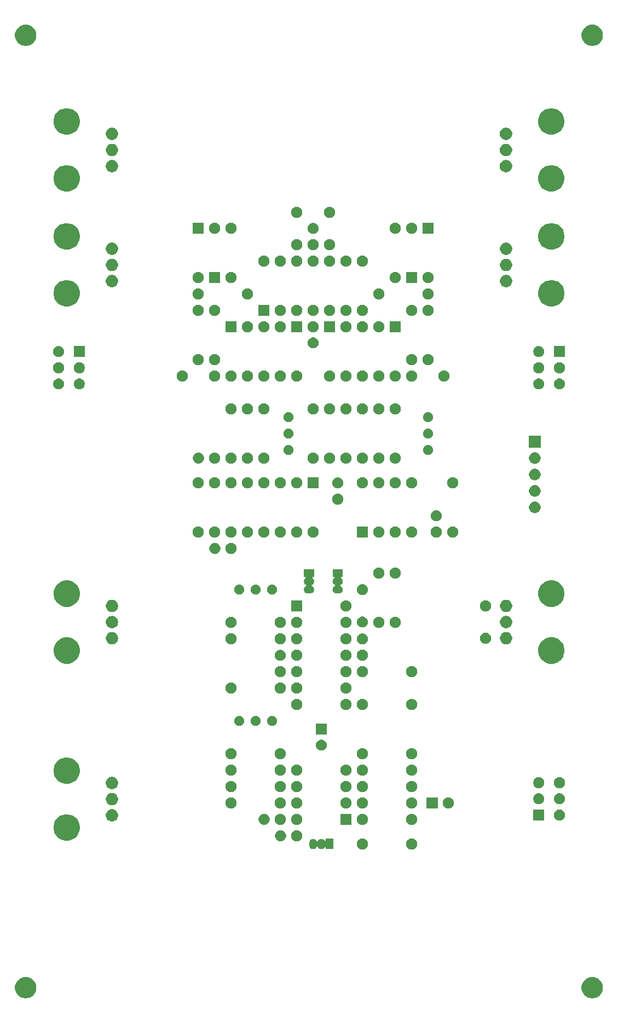
<source format=gbr>
G04 #@! TF.GenerationSoftware,KiCad,Pcbnew,(5.1.5)-3*
G04 #@! TF.CreationDate,2021-04-20T11:51:35+02:00*
G04 #@! TF.ProjectId,AnalogDrum_Drums,416e616c-6f67-4447-9275-6d5f4472756d,rev?*
G04 #@! TF.SameCoordinates,Original*
G04 #@! TF.FileFunction,Soldermask,Top*
G04 #@! TF.FilePolarity,Negative*
%FSLAX46Y46*%
G04 Gerber Fmt 4.6, Leading zero omitted, Abs format (unit mm)*
G04 Created by KiCad (PCBNEW (5.1.5)-3) date 2021-04-20 11:51:35*
%MOMM*%
%LPD*%
G04 APERTURE LIST*
%ADD10C,0.100000*%
G04 APERTURE END LIST*
D10*
G36*
X136265256Y-180001298D02*
G01*
X136371579Y-180022447D01*
X136672042Y-180146903D01*
X136942451Y-180327585D01*
X137172415Y-180557549D01*
X137353097Y-180827958D01*
X137477553Y-181128421D01*
X137541000Y-181447391D01*
X137541000Y-181772609D01*
X137477553Y-182091579D01*
X137353097Y-182392042D01*
X137172415Y-182662451D01*
X136942451Y-182892415D01*
X136672042Y-183073097D01*
X136371579Y-183197553D01*
X136265256Y-183218702D01*
X136052611Y-183261000D01*
X135727389Y-183261000D01*
X135514744Y-183218702D01*
X135408421Y-183197553D01*
X135107958Y-183073097D01*
X134837549Y-182892415D01*
X134607585Y-182662451D01*
X134426903Y-182392042D01*
X134302447Y-182091579D01*
X134239000Y-181772609D01*
X134239000Y-181447391D01*
X134302447Y-181128421D01*
X134426903Y-180827958D01*
X134607585Y-180557549D01*
X134837549Y-180327585D01*
X135107958Y-180146903D01*
X135408421Y-180022447D01*
X135514744Y-180001298D01*
X135727389Y-179959000D01*
X136052611Y-179959000D01*
X136265256Y-180001298D01*
G37*
G36*
X48635256Y-180001298D02*
G01*
X48741579Y-180022447D01*
X49042042Y-180146903D01*
X49312451Y-180327585D01*
X49542415Y-180557549D01*
X49723097Y-180827958D01*
X49847553Y-181128421D01*
X49911000Y-181447391D01*
X49911000Y-181772609D01*
X49847553Y-182091579D01*
X49723097Y-182392042D01*
X49542415Y-182662451D01*
X49312451Y-182892415D01*
X49042042Y-183073097D01*
X48741579Y-183197553D01*
X48635256Y-183218702D01*
X48422611Y-183261000D01*
X48097389Y-183261000D01*
X47884744Y-183218702D01*
X47778421Y-183197553D01*
X47477958Y-183073097D01*
X47207549Y-182892415D01*
X46977585Y-182662451D01*
X46796903Y-182392042D01*
X46672447Y-182091579D01*
X46609000Y-181772609D01*
X46609000Y-181447391D01*
X46672447Y-181128421D01*
X46796903Y-180827958D01*
X46977585Y-180557549D01*
X47207549Y-180327585D01*
X47477958Y-180146903D01*
X47778421Y-180022447D01*
X47884744Y-180001298D01*
X48097389Y-179959000D01*
X48422611Y-179959000D01*
X48635256Y-180001298D01*
G37*
G36*
X100578228Y-158566703D02*
G01*
X100733100Y-158630853D01*
X100872481Y-158723985D01*
X100991015Y-158842519D01*
X101084147Y-158981900D01*
X101148297Y-159136772D01*
X101181000Y-159301184D01*
X101181000Y-159468816D01*
X101148297Y-159633228D01*
X101084147Y-159788100D01*
X100991015Y-159927481D01*
X100872481Y-160046015D01*
X100733100Y-160139147D01*
X100578228Y-160203297D01*
X100413816Y-160236000D01*
X100246184Y-160236000D01*
X100081772Y-160203297D01*
X99926900Y-160139147D01*
X99787519Y-160046015D01*
X99668985Y-159927481D01*
X99575853Y-159788100D01*
X99511703Y-159633228D01*
X99479000Y-159468816D01*
X99479000Y-159301184D01*
X99511703Y-159136772D01*
X99575853Y-158981900D01*
X99668985Y-158842519D01*
X99787519Y-158723985D01*
X99926900Y-158630853D01*
X100081772Y-158566703D01*
X100246184Y-158534000D01*
X100413816Y-158534000D01*
X100578228Y-158566703D01*
G37*
G36*
X108198228Y-158566703D02*
G01*
X108353100Y-158630853D01*
X108492481Y-158723985D01*
X108611015Y-158842519D01*
X108704147Y-158981900D01*
X108768297Y-159136772D01*
X108801000Y-159301184D01*
X108801000Y-159468816D01*
X108768297Y-159633228D01*
X108704147Y-159788100D01*
X108611015Y-159927481D01*
X108492481Y-160046015D01*
X108353100Y-160139147D01*
X108198228Y-160203297D01*
X108033816Y-160236000D01*
X107866184Y-160236000D01*
X107701772Y-160203297D01*
X107546900Y-160139147D01*
X107407519Y-160046015D01*
X107288985Y-159927481D01*
X107195853Y-159788100D01*
X107131703Y-159633228D01*
X107099000Y-159468816D01*
X107099000Y-159301184D01*
X107131703Y-159136772D01*
X107195853Y-158981900D01*
X107288985Y-158842519D01*
X107407519Y-158723985D01*
X107546900Y-158630853D01*
X107701772Y-158566703D01*
X107866184Y-158534000D01*
X108033816Y-158534000D01*
X108198228Y-158566703D01*
G37*
G36*
X94092916Y-158592334D02*
G01*
X94201492Y-158625271D01*
X94201495Y-158625272D01*
X94237601Y-158644571D01*
X94301557Y-158678756D01*
X94389264Y-158750736D01*
X94452383Y-158827646D01*
X94469702Y-158844965D01*
X94490077Y-158858579D01*
X94512716Y-158867957D01*
X94536749Y-158872737D01*
X94561253Y-158872737D01*
X94585286Y-158867957D01*
X94607925Y-158858579D01*
X94628299Y-158844966D01*
X94645626Y-158827639D01*
X94659240Y-158807264D01*
X94668618Y-158784625D01*
X94673398Y-158760592D01*
X94674000Y-158748340D01*
X94674000Y-158584000D01*
X95826000Y-158584000D01*
X95826000Y-160186000D01*
X94674000Y-160186000D01*
X94674000Y-160021660D01*
X94671598Y-159997274D01*
X94664485Y-159973825D01*
X94652934Y-159952214D01*
X94637389Y-159933272D01*
X94618447Y-159917727D01*
X94596836Y-159906176D01*
X94573387Y-159899063D01*
X94549001Y-159896661D01*
X94524615Y-159899063D01*
X94501166Y-159906176D01*
X94479555Y-159917727D01*
X94452381Y-159942356D01*
X94389264Y-160019264D01*
X94301556Y-160091244D01*
X94237600Y-160125429D01*
X94201494Y-160144728D01*
X94201491Y-160144729D01*
X94092915Y-160177666D01*
X93980000Y-160188787D01*
X93867084Y-160177666D01*
X93758508Y-160144729D01*
X93758505Y-160144728D01*
X93722399Y-160125429D01*
X93658443Y-160091244D01*
X93570736Y-160019264D01*
X93498756Y-159931556D01*
X93455239Y-159850140D01*
X93441625Y-159829766D01*
X93424298Y-159812439D01*
X93403924Y-159798825D01*
X93381285Y-159789448D01*
X93357251Y-159784668D01*
X93332747Y-159784668D01*
X93308714Y-159789449D01*
X93286075Y-159798826D01*
X93265701Y-159812440D01*
X93248374Y-159829767D01*
X93234762Y-159850140D01*
X93191244Y-159931557D01*
X93119264Y-160019264D01*
X93031556Y-160091244D01*
X92967600Y-160125429D01*
X92931494Y-160144728D01*
X92931491Y-160144729D01*
X92822915Y-160177666D01*
X92710000Y-160188787D01*
X92597084Y-160177666D01*
X92488508Y-160144729D01*
X92488505Y-160144728D01*
X92452399Y-160125429D01*
X92388443Y-160091244D01*
X92300736Y-160019264D01*
X92228756Y-159931556D01*
X92185239Y-159850140D01*
X92175272Y-159831494D01*
X92169492Y-159812440D01*
X92142334Y-159722915D01*
X92134000Y-159638297D01*
X92134000Y-159131702D01*
X92142334Y-159047084D01*
X92175271Y-158938508D01*
X92175272Y-158938505D01*
X92228756Y-158838445D01*
X92228757Y-158838443D01*
X92300737Y-158750736D01*
X92388444Y-158678756D01*
X92452400Y-158644571D01*
X92488506Y-158625272D01*
X92488509Y-158625271D01*
X92597085Y-158592334D01*
X92710000Y-158581213D01*
X92822916Y-158592334D01*
X92931492Y-158625271D01*
X92931495Y-158625272D01*
X92967601Y-158644571D01*
X93031557Y-158678756D01*
X93119264Y-158750736D01*
X93191244Y-158838443D01*
X93209574Y-158872737D01*
X93234761Y-158919859D01*
X93248375Y-158940234D01*
X93265702Y-158957561D01*
X93286076Y-158971174D01*
X93308715Y-158980552D01*
X93332748Y-158985332D01*
X93357252Y-158985332D01*
X93381285Y-158980552D01*
X93403924Y-158971174D01*
X93424299Y-158957560D01*
X93441626Y-158940233D01*
X93455239Y-158919859D01*
X93498756Y-158838445D01*
X93498757Y-158838443D01*
X93570737Y-158750736D01*
X93658444Y-158678756D01*
X93722400Y-158644571D01*
X93758506Y-158625272D01*
X93758509Y-158625271D01*
X93867085Y-158592334D01*
X93980000Y-158581213D01*
X94092916Y-158592334D01*
G37*
G36*
X90418228Y-157296703D02*
G01*
X90573100Y-157360853D01*
X90712481Y-157453985D01*
X90831015Y-157572519D01*
X90924147Y-157711900D01*
X90988297Y-157866772D01*
X91021000Y-158031184D01*
X91021000Y-158198816D01*
X90988297Y-158363228D01*
X90924147Y-158518100D01*
X90831015Y-158657481D01*
X90712481Y-158776015D01*
X90573100Y-158869147D01*
X90418228Y-158933297D01*
X90253816Y-158966000D01*
X90086184Y-158966000D01*
X89921772Y-158933297D01*
X89766900Y-158869147D01*
X89627519Y-158776015D01*
X89508985Y-158657481D01*
X89415853Y-158518100D01*
X89351703Y-158363228D01*
X89319000Y-158198816D01*
X89319000Y-158031184D01*
X89351703Y-157866772D01*
X89415853Y-157711900D01*
X89508985Y-157572519D01*
X89627519Y-157453985D01*
X89766900Y-157360853D01*
X89921772Y-157296703D01*
X90086184Y-157264000D01*
X90253816Y-157264000D01*
X90418228Y-157296703D01*
G37*
G36*
X87918228Y-157296703D02*
G01*
X88073100Y-157360853D01*
X88212481Y-157453985D01*
X88331015Y-157572519D01*
X88424147Y-157711900D01*
X88488297Y-157866772D01*
X88521000Y-158031184D01*
X88521000Y-158198816D01*
X88488297Y-158363228D01*
X88424147Y-158518100D01*
X88331015Y-158657481D01*
X88212481Y-158776015D01*
X88073100Y-158869147D01*
X87918228Y-158933297D01*
X87753816Y-158966000D01*
X87586184Y-158966000D01*
X87421772Y-158933297D01*
X87266900Y-158869147D01*
X87127519Y-158776015D01*
X87008985Y-158657481D01*
X86915853Y-158518100D01*
X86851703Y-158363228D01*
X86819000Y-158198816D01*
X86819000Y-158031184D01*
X86851703Y-157866772D01*
X86915853Y-157711900D01*
X87008985Y-157572519D01*
X87127519Y-157453985D01*
X87266900Y-157360853D01*
X87421772Y-157296703D01*
X87586184Y-157264000D01*
X87753816Y-157264000D01*
X87918228Y-157296703D01*
G37*
G36*
X55193254Y-154872818D02*
G01*
X55566511Y-155027426D01*
X55566513Y-155027427D01*
X55902436Y-155251884D01*
X56188116Y-155537564D01*
X56403196Y-155859453D01*
X56412574Y-155873489D01*
X56567182Y-156246746D01*
X56646000Y-156642993D01*
X56646000Y-157047007D01*
X56567182Y-157443254D01*
X56513638Y-157572520D01*
X56412573Y-157816513D01*
X56188116Y-158152436D01*
X55902436Y-158438116D01*
X55566513Y-158662573D01*
X55566512Y-158662574D01*
X55566511Y-158662574D01*
X55193254Y-158817182D01*
X54797007Y-158896000D01*
X54392993Y-158896000D01*
X53996746Y-158817182D01*
X53623489Y-158662574D01*
X53623488Y-158662574D01*
X53623487Y-158662573D01*
X53287564Y-158438116D01*
X53001884Y-158152436D01*
X52777427Y-157816513D01*
X52676362Y-157572520D01*
X52622818Y-157443254D01*
X52544000Y-157047007D01*
X52544000Y-156642993D01*
X52622818Y-156246746D01*
X52777426Y-155873489D01*
X52786805Y-155859453D01*
X53001884Y-155537564D01*
X53287564Y-155251884D01*
X53623487Y-155027427D01*
X53623489Y-155027426D01*
X53996746Y-154872818D01*
X54392993Y-154794000D01*
X54797007Y-154794000D01*
X55193254Y-154872818D01*
G37*
G36*
X98641000Y-156426000D02*
G01*
X96939000Y-156426000D01*
X96939000Y-154724000D01*
X98641000Y-154724000D01*
X98641000Y-156426000D01*
G37*
G36*
X100578228Y-154756703D02*
G01*
X100733100Y-154820853D01*
X100872481Y-154913985D01*
X100991015Y-155032519D01*
X101084147Y-155171900D01*
X101148297Y-155326772D01*
X101181000Y-155491184D01*
X101181000Y-155658816D01*
X101148297Y-155823228D01*
X101084147Y-155978100D01*
X100991015Y-156117481D01*
X100872481Y-156236015D01*
X100733100Y-156329147D01*
X100578228Y-156393297D01*
X100413816Y-156426000D01*
X100246184Y-156426000D01*
X100081772Y-156393297D01*
X99926900Y-156329147D01*
X99787519Y-156236015D01*
X99668985Y-156117481D01*
X99575853Y-155978100D01*
X99511703Y-155823228D01*
X99479000Y-155658816D01*
X99479000Y-155491184D01*
X99511703Y-155326772D01*
X99575853Y-155171900D01*
X99668985Y-155032519D01*
X99787519Y-154913985D01*
X99926900Y-154820853D01*
X100081772Y-154756703D01*
X100246184Y-154724000D01*
X100413816Y-154724000D01*
X100578228Y-154756703D01*
G37*
G36*
X108198228Y-154756703D02*
G01*
X108353100Y-154820853D01*
X108492481Y-154913985D01*
X108611015Y-155032519D01*
X108704147Y-155171900D01*
X108768297Y-155326772D01*
X108801000Y-155491184D01*
X108801000Y-155658816D01*
X108768297Y-155823228D01*
X108704147Y-155978100D01*
X108611015Y-156117481D01*
X108492481Y-156236015D01*
X108353100Y-156329147D01*
X108198228Y-156393297D01*
X108033816Y-156426000D01*
X107866184Y-156426000D01*
X107701772Y-156393297D01*
X107546900Y-156329147D01*
X107407519Y-156236015D01*
X107288985Y-156117481D01*
X107195853Y-155978100D01*
X107131703Y-155823228D01*
X107099000Y-155658816D01*
X107099000Y-155491184D01*
X107131703Y-155326772D01*
X107195853Y-155171900D01*
X107288985Y-155032519D01*
X107407519Y-154913985D01*
X107546900Y-154820853D01*
X107701772Y-154756703D01*
X107866184Y-154724000D01*
X108033816Y-154724000D01*
X108198228Y-154756703D01*
G37*
G36*
X85378228Y-154756703D02*
G01*
X85533100Y-154820853D01*
X85672481Y-154913985D01*
X85791015Y-155032519D01*
X85884147Y-155171900D01*
X85948297Y-155326772D01*
X85981000Y-155491184D01*
X85981000Y-155658816D01*
X85948297Y-155823228D01*
X85884147Y-155978100D01*
X85791015Y-156117481D01*
X85672481Y-156236015D01*
X85533100Y-156329147D01*
X85378228Y-156393297D01*
X85213816Y-156426000D01*
X85046184Y-156426000D01*
X84881772Y-156393297D01*
X84726900Y-156329147D01*
X84587519Y-156236015D01*
X84468985Y-156117481D01*
X84375853Y-155978100D01*
X84311703Y-155823228D01*
X84279000Y-155658816D01*
X84279000Y-155491184D01*
X84311703Y-155326772D01*
X84375853Y-155171900D01*
X84468985Y-155032519D01*
X84587519Y-154913985D01*
X84726900Y-154820853D01*
X84881772Y-154756703D01*
X85046184Y-154724000D01*
X85213816Y-154724000D01*
X85378228Y-154756703D01*
G37*
G36*
X90418228Y-154756703D02*
G01*
X90573100Y-154820853D01*
X90712481Y-154913985D01*
X90831015Y-155032519D01*
X90924147Y-155171900D01*
X90988297Y-155326772D01*
X91021000Y-155491184D01*
X91021000Y-155658816D01*
X90988297Y-155823228D01*
X90924147Y-155978100D01*
X90831015Y-156117481D01*
X90712481Y-156236015D01*
X90573100Y-156329147D01*
X90418228Y-156393297D01*
X90253816Y-156426000D01*
X90086184Y-156426000D01*
X89921772Y-156393297D01*
X89766900Y-156329147D01*
X89627519Y-156236015D01*
X89508985Y-156117481D01*
X89415853Y-155978100D01*
X89351703Y-155823228D01*
X89319000Y-155658816D01*
X89319000Y-155491184D01*
X89351703Y-155326772D01*
X89415853Y-155171900D01*
X89508985Y-155032519D01*
X89627519Y-154913985D01*
X89766900Y-154820853D01*
X89921772Y-154756703D01*
X90086184Y-154724000D01*
X90253816Y-154724000D01*
X90418228Y-154756703D01*
G37*
G36*
X87878228Y-154756703D02*
G01*
X88033100Y-154820853D01*
X88172481Y-154913985D01*
X88291015Y-155032519D01*
X88384147Y-155171900D01*
X88448297Y-155326772D01*
X88481000Y-155491184D01*
X88481000Y-155658816D01*
X88448297Y-155823228D01*
X88384147Y-155978100D01*
X88291015Y-156117481D01*
X88172481Y-156236015D01*
X88033100Y-156329147D01*
X87878228Y-156393297D01*
X87713816Y-156426000D01*
X87546184Y-156426000D01*
X87381772Y-156393297D01*
X87226900Y-156329147D01*
X87087519Y-156236015D01*
X86968985Y-156117481D01*
X86875853Y-155978100D01*
X86811703Y-155823228D01*
X86779000Y-155658816D01*
X86779000Y-155491184D01*
X86811703Y-155326772D01*
X86875853Y-155171900D01*
X86968985Y-155032519D01*
X87087519Y-154913985D01*
X87226900Y-154820853D01*
X87381772Y-154756703D01*
X87546184Y-154724000D01*
X87713816Y-154724000D01*
X87878228Y-154756703D01*
G37*
G36*
X61872395Y-154030546D02*
G01*
X62045466Y-154102234D01*
X62045467Y-154102235D01*
X62201227Y-154206310D01*
X62333690Y-154338773D01*
X62346216Y-154357520D01*
X62437766Y-154494534D01*
X62509454Y-154667605D01*
X62546000Y-154851333D01*
X62546000Y-155038667D01*
X62509454Y-155222395D01*
X62437766Y-155395466D01*
X62386081Y-155472818D01*
X62333690Y-155551227D01*
X62201227Y-155683690D01*
X62149437Y-155718295D01*
X62045466Y-155787766D01*
X61872395Y-155859454D01*
X61688667Y-155896000D01*
X61501333Y-155896000D01*
X61317605Y-155859454D01*
X61144534Y-155787766D01*
X61040563Y-155718295D01*
X60988773Y-155683690D01*
X60856310Y-155551227D01*
X60803919Y-155472818D01*
X60752234Y-155395466D01*
X60680546Y-155222395D01*
X60644000Y-155038667D01*
X60644000Y-154851333D01*
X60680546Y-154667605D01*
X60752234Y-154494534D01*
X60843784Y-154357520D01*
X60856310Y-154338773D01*
X60988773Y-154206310D01*
X61144533Y-154102235D01*
X61144534Y-154102234D01*
X61317605Y-154030546D01*
X61501333Y-153994000D01*
X61688667Y-153994000D01*
X61872395Y-154030546D01*
G37*
G36*
X128461000Y-155751000D02*
G01*
X126759000Y-155751000D01*
X126759000Y-154049000D01*
X128461000Y-154049000D01*
X128461000Y-155751000D01*
G37*
G36*
X131058228Y-154081703D02*
G01*
X131213100Y-154145853D01*
X131352481Y-154238985D01*
X131471015Y-154357519D01*
X131564147Y-154496900D01*
X131628297Y-154651772D01*
X131661000Y-154816184D01*
X131661000Y-154983816D01*
X131628297Y-155148228D01*
X131564147Y-155303100D01*
X131471015Y-155442481D01*
X131352481Y-155561015D01*
X131213100Y-155654147D01*
X131058228Y-155718297D01*
X130893816Y-155751000D01*
X130726184Y-155751000D01*
X130561772Y-155718297D01*
X130406900Y-155654147D01*
X130267519Y-155561015D01*
X130148985Y-155442481D01*
X130055853Y-155303100D01*
X129991703Y-155148228D01*
X129959000Y-154983816D01*
X129959000Y-154816184D01*
X129991703Y-154651772D01*
X130055853Y-154496900D01*
X130148985Y-154357519D01*
X130267519Y-154238985D01*
X130406900Y-154145853D01*
X130561772Y-154081703D01*
X130726184Y-154049000D01*
X130893816Y-154049000D01*
X131058228Y-154081703D01*
G37*
G36*
X80258228Y-152216703D02*
G01*
X80413100Y-152280853D01*
X80552481Y-152373985D01*
X80671015Y-152492519D01*
X80764147Y-152631900D01*
X80828297Y-152786772D01*
X80861000Y-152951184D01*
X80861000Y-153118816D01*
X80828297Y-153283228D01*
X80764147Y-153438100D01*
X80671015Y-153577481D01*
X80552481Y-153696015D01*
X80413100Y-153789147D01*
X80258228Y-153853297D01*
X80093816Y-153886000D01*
X79926184Y-153886000D01*
X79761772Y-153853297D01*
X79606900Y-153789147D01*
X79467519Y-153696015D01*
X79348985Y-153577481D01*
X79255853Y-153438100D01*
X79191703Y-153283228D01*
X79159000Y-153118816D01*
X79159000Y-152951184D01*
X79191703Y-152786772D01*
X79255853Y-152631900D01*
X79348985Y-152492519D01*
X79467519Y-152373985D01*
X79606900Y-152280853D01*
X79761772Y-152216703D01*
X79926184Y-152184000D01*
X80093816Y-152184000D01*
X80258228Y-152216703D01*
G37*
G36*
X113873228Y-152216703D02*
G01*
X114028100Y-152280853D01*
X114167481Y-152373985D01*
X114286015Y-152492519D01*
X114379147Y-152631900D01*
X114443297Y-152786772D01*
X114476000Y-152951184D01*
X114476000Y-153118816D01*
X114443297Y-153283228D01*
X114379147Y-153438100D01*
X114286015Y-153577481D01*
X114167481Y-153696015D01*
X114028100Y-153789147D01*
X113873228Y-153853297D01*
X113708816Y-153886000D01*
X113541184Y-153886000D01*
X113376772Y-153853297D01*
X113221900Y-153789147D01*
X113082519Y-153696015D01*
X112963985Y-153577481D01*
X112870853Y-153438100D01*
X112806703Y-153283228D01*
X112774000Y-153118816D01*
X112774000Y-152951184D01*
X112806703Y-152786772D01*
X112870853Y-152631900D01*
X112963985Y-152492519D01*
X113082519Y-152373985D01*
X113221900Y-152280853D01*
X113376772Y-152216703D01*
X113541184Y-152184000D01*
X113708816Y-152184000D01*
X113873228Y-152216703D01*
G37*
G36*
X111976000Y-153886000D02*
G01*
X110274000Y-153886000D01*
X110274000Y-152184000D01*
X111976000Y-152184000D01*
X111976000Y-153886000D01*
G37*
G36*
X87878228Y-152216703D02*
G01*
X88033100Y-152280853D01*
X88172481Y-152373985D01*
X88291015Y-152492519D01*
X88384147Y-152631900D01*
X88448297Y-152786772D01*
X88481000Y-152951184D01*
X88481000Y-153118816D01*
X88448297Y-153283228D01*
X88384147Y-153438100D01*
X88291015Y-153577481D01*
X88172481Y-153696015D01*
X88033100Y-153789147D01*
X87878228Y-153853297D01*
X87713816Y-153886000D01*
X87546184Y-153886000D01*
X87381772Y-153853297D01*
X87226900Y-153789147D01*
X87087519Y-153696015D01*
X86968985Y-153577481D01*
X86875853Y-153438100D01*
X86811703Y-153283228D01*
X86779000Y-153118816D01*
X86779000Y-152951184D01*
X86811703Y-152786772D01*
X86875853Y-152631900D01*
X86968985Y-152492519D01*
X87087519Y-152373985D01*
X87226900Y-152280853D01*
X87381772Y-152216703D01*
X87546184Y-152184000D01*
X87713816Y-152184000D01*
X87878228Y-152216703D01*
G37*
G36*
X108198228Y-152216703D02*
G01*
X108353100Y-152280853D01*
X108492481Y-152373985D01*
X108611015Y-152492519D01*
X108704147Y-152631900D01*
X108768297Y-152786772D01*
X108801000Y-152951184D01*
X108801000Y-153118816D01*
X108768297Y-153283228D01*
X108704147Y-153438100D01*
X108611015Y-153577481D01*
X108492481Y-153696015D01*
X108353100Y-153789147D01*
X108198228Y-153853297D01*
X108033816Y-153886000D01*
X107866184Y-153886000D01*
X107701772Y-153853297D01*
X107546900Y-153789147D01*
X107407519Y-153696015D01*
X107288985Y-153577481D01*
X107195853Y-153438100D01*
X107131703Y-153283228D01*
X107099000Y-153118816D01*
X107099000Y-152951184D01*
X107131703Y-152786772D01*
X107195853Y-152631900D01*
X107288985Y-152492519D01*
X107407519Y-152373985D01*
X107546900Y-152280853D01*
X107701772Y-152216703D01*
X107866184Y-152184000D01*
X108033816Y-152184000D01*
X108198228Y-152216703D01*
G37*
G36*
X100578228Y-152216703D02*
G01*
X100733100Y-152280853D01*
X100872481Y-152373985D01*
X100991015Y-152492519D01*
X101084147Y-152631900D01*
X101148297Y-152786772D01*
X101181000Y-152951184D01*
X101181000Y-153118816D01*
X101148297Y-153283228D01*
X101084147Y-153438100D01*
X100991015Y-153577481D01*
X100872481Y-153696015D01*
X100733100Y-153789147D01*
X100578228Y-153853297D01*
X100413816Y-153886000D01*
X100246184Y-153886000D01*
X100081772Y-153853297D01*
X99926900Y-153789147D01*
X99787519Y-153696015D01*
X99668985Y-153577481D01*
X99575853Y-153438100D01*
X99511703Y-153283228D01*
X99479000Y-153118816D01*
X99479000Y-152951184D01*
X99511703Y-152786772D01*
X99575853Y-152631900D01*
X99668985Y-152492519D01*
X99787519Y-152373985D01*
X99926900Y-152280853D01*
X100081772Y-152216703D01*
X100246184Y-152184000D01*
X100413816Y-152184000D01*
X100578228Y-152216703D01*
G37*
G36*
X98038228Y-152216703D02*
G01*
X98193100Y-152280853D01*
X98332481Y-152373985D01*
X98451015Y-152492519D01*
X98544147Y-152631900D01*
X98608297Y-152786772D01*
X98641000Y-152951184D01*
X98641000Y-153118816D01*
X98608297Y-153283228D01*
X98544147Y-153438100D01*
X98451015Y-153577481D01*
X98332481Y-153696015D01*
X98193100Y-153789147D01*
X98038228Y-153853297D01*
X97873816Y-153886000D01*
X97706184Y-153886000D01*
X97541772Y-153853297D01*
X97386900Y-153789147D01*
X97247519Y-153696015D01*
X97128985Y-153577481D01*
X97035853Y-153438100D01*
X96971703Y-153283228D01*
X96939000Y-153118816D01*
X96939000Y-152951184D01*
X96971703Y-152786772D01*
X97035853Y-152631900D01*
X97128985Y-152492519D01*
X97247519Y-152373985D01*
X97386900Y-152280853D01*
X97541772Y-152216703D01*
X97706184Y-152184000D01*
X97873816Y-152184000D01*
X98038228Y-152216703D01*
G37*
G36*
X90418228Y-152216703D02*
G01*
X90573100Y-152280853D01*
X90712481Y-152373985D01*
X90831015Y-152492519D01*
X90924147Y-152631900D01*
X90988297Y-152786772D01*
X91021000Y-152951184D01*
X91021000Y-153118816D01*
X90988297Y-153283228D01*
X90924147Y-153438100D01*
X90831015Y-153577481D01*
X90712481Y-153696015D01*
X90573100Y-153789147D01*
X90418228Y-153853297D01*
X90253816Y-153886000D01*
X90086184Y-153886000D01*
X89921772Y-153853297D01*
X89766900Y-153789147D01*
X89627519Y-153696015D01*
X89508985Y-153577481D01*
X89415853Y-153438100D01*
X89351703Y-153283228D01*
X89319000Y-153118816D01*
X89319000Y-152951184D01*
X89351703Y-152786772D01*
X89415853Y-152631900D01*
X89508985Y-152492519D01*
X89627519Y-152373985D01*
X89766900Y-152280853D01*
X89921772Y-152216703D01*
X90086184Y-152184000D01*
X90253816Y-152184000D01*
X90418228Y-152216703D01*
G37*
G36*
X61872395Y-151530546D02*
G01*
X62045466Y-151602234D01*
X62045467Y-151602235D01*
X62201227Y-151706310D01*
X62333690Y-151838773D01*
X62346216Y-151857520D01*
X62437766Y-151994534D01*
X62509454Y-152167605D01*
X62546000Y-152351333D01*
X62546000Y-152538667D01*
X62509454Y-152722395D01*
X62437766Y-152895466D01*
X62400536Y-152951184D01*
X62333690Y-153051227D01*
X62201227Y-153183690D01*
X62149437Y-153218295D01*
X62045466Y-153287766D01*
X61872395Y-153359454D01*
X61688667Y-153396000D01*
X61501333Y-153396000D01*
X61317605Y-153359454D01*
X61144534Y-153287766D01*
X61040563Y-153218295D01*
X60988773Y-153183690D01*
X60856310Y-153051227D01*
X60789464Y-152951184D01*
X60752234Y-152895466D01*
X60680546Y-152722395D01*
X60644000Y-152538667D01*
X60644000Y-152351333D01*
X60680546Y-152167605D01*
X60752234Y-151994534D01*
X60843784Y-151857520D01*
X60856310Y-151838773D01*
X60988773Y-151706310D01*
X61144533Y-151602235D01*
X61144534Y-151602234D01*
X61317605Y-151530546D01*
X61501333Y-151494000D01*
X61688667Y-151494000D01*
X61872395Y-151530546D01*
G37*
G36*
X127858228Y-151581703D02*
G01*
X128013100Y-151645853D01*
X128152481Y-151738985D01*
X128271015Y-151857519D01*
X128364147Y-151996900D01*
X128428297Y-152151772D01*
X128461000Y-152316184D01*
X128461000Y-152483816D01*
X128428297Y-152648228D01*
X128364147Y-152803100D01*
X128271015Y-152942481D01*
X128152481Y-153061015D01*
X128013100Y-153154147D01*
X127858228Y-153218297D01*
X127693816Y-153251000D01*
X127526184Y-153251000D01*
X127361772Y-153218297D01*
X127206900Y-153154147D01*
X127067519Y-153061015D01*
X126948985Y-152942481D01*
X126855853Y-152803100D01*
X126791703Y-152648228D01*
X126759000Y-152483816D01*
X126759000Y-152316184D01*
X126791703Y-152151772D01*
X126855853Y-151996900D01*
X126948985Y-151857519D01*
X127067519Y-151738985D01*
X127206900Y-151645853D01*
X127361772Y-151581703D01*
X127526184Y-151549000D01*
X127693816Y-151549000D01*
X127858228Y-151581703D01*
G37*
G36*
X131058228Y-151581703D02*
G01*
X131213100Y-151645853D01*
X131352481Y-151738985D01*
X131471015Y-151857519D01*
X131564147Y-151996900D01*
X131628297Y-152151772D01*
X131661000Y-152316184D01*
X131661000Y-152483816D01*
X131628297Y-152648228D01*
X131564147Y-152803100D01*
X131471015Y-152942481D01*
X131352481Y-153061015D01*
X131213100Y-153154147D01*
X131058228Y-153218297D01*
X130893816Y-153251000D01*
X130726184Y-153251000D01*
X130561772Y-153218297D01*
X130406900Y-153154147D01*
X130267519Y-153061015D01*
X130148985Y-152942481D01*
X130055853Y-152803100D01*
X129991703Y-152648228D01*
X129959000Y-152483816D01*
X129959000Y-152316184D01*
X129991703Y-152151772D01*
X130055853Y-151996900D01*
X130148985Y-151857519D01*
X130267519Y-151738985D01*
X130406900Y-151645853D01*
X130561772Y-151581703D01*
X130726184Y-151549000D01*
X130893816Y-151549000D01*
X131058228Y-151581703D01*
G37*
G36*
X90418228Y-149676703D02*
G01*
X90573100Y-149740853D01*
X90712481Y-149833985D01*
X90831015Y-149952519D01*
X90924147Y-150091900D01*
X90988297Y-150246772D01*
X91021000Y-150411184D01*
X91021000Y-150578816D01*
X90988297Y-150743228D01*
X90924147Y-150898100D01*
X90831015Y-151037481D01*
X90712481Y-151156015D01*
X90573100Y-151249147D01*
X90418228Y-151313297D01*
X90253816Y-151346000D01*
X90086184Y-151346000D01*
X89921772Y-151313297D01*
X89766900Y-151249147D01*
X89627519Y-151156015D01*
X89508985Y-151037481D01*
X89415853Y-150898100D01*
X89351703Y-150743228D01*
X89319000Y-150578816D01*
X89319000Y-150411184D01*
X89351703Y-150246772D01*
X89415853Y-150091900D01*
X89508985Y-149952519D01*
X89627519Y-149833985D01*
X89766900Y-149740853D01*
X89921772Y-149676703D01*
X90086184Y-149644000D01*
X90253816Y-149644000D01*
X90418228Y-149676703D01*
G37*
G36*
X108198228Y-149676703D02*
G01*
X108353100Y-149740853D01*
X108492481Y-149833985D01*
X108611015Y-149952519D01*
X108704147Y-150091900D01*
X108768297Y-150246772D01*
X108801000Y-150411184D01*
X108801000Y-150578816D01*
X108768297Y-150743228D01*
X108704147Y-150898100D01*
X108611015Y-151037481D01*
X108492481Y-151156015D01*
X108353100Y-151249147D01*
X108198228Y-151313297D01*
X108033816Y-151346000D01*
X107866184Y-151346000D01*
X107701772Y-151313297D01*
X107546900Y-151249147D01*
X107407519Y-151156015D01*
X107288985Y-151037481D01*
X107195853Y-150898100D01*
X107131703Y-150743228D01*
X107099000Y-150578816D01*
X107099000Y-150411184D01*
X107131703Y-150246772D01*
X107195853Y-150091900D01*
X107288985Y-149952519D01*
X107407519Y-149833985D01*
X107546900Y-149740853D01*
X107701772Y-149676703D01*
X107866184Y-149644000D01*
X108033816Y-149644000D01*
X108198228Y-149676703D01*
G37*
G36*
X100578228Y-149676703D02*
G01*
X100733100Y-149740853D01*
X100872481Y-149833985D01*
X100991015Y-149952519D01*
X101084147Y-150091900D01*
X101148297Y-150246772D01*
X101181000Y-150411184D01*
X101181000Y-150578816D01*
X101148297Y-150743228D01*
X101084147Y-150898100D01*
X100991015Y-151037481D01*
X100872481Y-151156015D01*
X100733100Y-151249147D01*
X100578228Y-151313297D01*
X100413816Y-151346000D01*
X100246184Y-151346000D01*
X100081772Y-151313297D01*
X99926900Y-151249147D01*
X99787519Y-151156015D01*
X99668985Y-151037481D01*
X99575853Y-150898100D01*
X99511703Y-150743228D01*
X99479000Y-150578816D01*
X99479000Y-150411184D01*
X99511703Y-150246772D01*
X99575853Y-150091900D01*
X99668985Y-149952519D01*
X99787519Y-149833985D01*
X99926900Y-149740853D01*
X100081772Y-149676703D01*
X100246184Y-149644000D01*
X100413816Y-149644000D01*
X100578228Y-149676703D01*
G37*
G36*
X87878228Y-149676703D02*
G01*
X88033100Y-149740853D01*
X88172481Y-149833985D01*
X88291015Y-149952519D01*
X88384147Y-150091900D01*
X88448297Y-150246772D01*
X88481000Y-150411184D01*
X88481000Y-150578816D01*
X88448297Y-150743228D01*
X88384147Y-150898100D01*
X88291015Y-151037481D01*
X88172481Y-151156015D01*
X88033100Y-151249147D01*
X87878228Y-151313297D01*
X87713816Y-151346000D01*
X87546184Y-151346000D01*
X87381772Y-151313297D01*
X87226900Y-151249147D01*
X87087519Y-151156015D01*
X86968985Y-151037481D01*
X86875853Y-150898100D01*
X86811703Y-150743228D01*
X86779000Y-150578816D01*
X86779000Y-150411184D01*
X86811703Y-150246772D01*
X86875853Y-150091900D01*
X86968985Y-149952519D01*
X87087519Y-149833985D01*
X87226900Y-149740853D01*
X87381772Y-149676703D01*
X87546184Y-149644000D01*
X87713816Y-149644000D01*
X87878228Y-149676703D01*
G37*
G36*
X80258228Y-149676703D02*
G01*
X80413100Y-149740853D01*
X80552481Y-149833985D01*
X80671015Y-149952519D01*
X80764147Y-150091900D01*
X80828297Y-150246772D01*
X80861000Y-150411184D01*
X80861000Y-150578816D01*
X80828297Y-150743228D01*
X80764147Y-150898100D01*
X80671015Y-151037481D01*
X80552481Y-151156015D01*
X80413100Y-151249147D01*
X80258228Y-151313297D01*
X80093816Y-151346000D01*
X79926184Y-151346000D01*
X79761772Y-151313297D01*
X79606900Y-151249147D01*
X79467519Y-151156015D01*
X79348985Y-151037481D01*
X79255853Y-150898100D01*
X79191703Y-150743228D01*
X79159000Y-150578816D01*
X79159000Y-150411184D01*
X79191703Y-150246772D01*
X79255853Y-150091900D01*
X79348985Y-149952519D01*
X79467519Y-149833985D01*
X79606900Y-149740853D01*
X79761772Y-149676703D01*
X79926184Y-149644000D01*
X80093816Y-149644000D01*
X80258228Y-149676703D01*
G37*
G36*
X98038228Y-149676703D02*
G01*
X98193100Y-149740853D01*
X98332481Y-149833985D01*
X98451015Y-149952519D01*
X98544147Y-150091900D01*
X98608297Y-150246772D01*
X98641000Y-150411184D01*
X98641000Y-150578816D01*
X98608297Y-150743228D01*
X98544147Y-150898100D01*
X98451015Y-151037481D01*
X98332481Y-151156015D01*
X98193100Y-151249147D01*
X98038228Y-151313297D01*
X97873816Y-151346000D01*
X97706184Y-151346000D01*
X97541772Y-151313297D01*
X97386900Y-151249147D01*
X97247519Y-151156015D01*
X97128985Y-151037481D01*
X97035853Y-150898100D01*
X96971703Y-150743228D01*
X96939000Y-150578816D01*
X96939000Y-150411184D01*
X96971703Y-150246772D01*
X97035853Y-150091900D01*
X97128985Y-149952519D01*
X97247519Y-149833985D01*
X97386900Y-149740853D01*
X97541772Y-149676703D01*
X97706184Y-149644000D01*
X97873816Y-149644000D01*
X98038228Y-149676703D01*
G37*
G36*
X61872395Y-149030546D02*
G01*
X62045466Y-149102234D01*
X62045467Y-149102235D01*
X62201227Y-149206310D01*
X62333690Y-149338773D01*
X62346216Y-149357520D01*
X62437766Y-149494534D01*
X62509454Y-149667605D01*
X62546000Y-149851333D01*
X62546000Y-150038667D01*
X62509454Y-150222395D01*
X62437766Y-150395466D01*
X62386081Y-150472818D01*
X62333690Y-150551227D01*
X62201227Y-150683690D01*
X62149437Y-150718295D01*
X62045466Y-150787766D01*
X61872395Y-150859454D01*
X61688667Y-150896000D01*
X61501333Y-150896000D01*
X61317605Y-150859454D01*
X61144534Y-150787766D01*
X61040563Y-150718295D01*
X60988773Y-150683690D01*
X60856310Y-150551227D01*
X60803919Y-150472818D01*
X60752234Y-150395466D01*
X60680546Y-150222395D01*
X60644000Y-150038667D01*
X60644000Y-149851333D01*
X60680546Y-149667605D01*
X60752234Y-149494534D01*
X60843784Y-149357520D01*
X60856310Y-149338773D01*
X60988773Y-149206310D01*
X61144533Y-149102235D01*
X61144534Y-149102234D01*
X61317605Y-149030546D01*
X61501333Y-148994000D01*
X61688667Y-148994000D01*
X61872395Y-149030546D01*
G37*
G36*
X131058228Y-149081703D02*
G01*
X131213100Y-149145853D01*
X131352481Y-149238985D01*
X131471015Y-149357519D01*
X131564147Y-149496900D01*
X131628297Y-149651772D01*
X131661000Y-149816184D01*
X131661000Y-149983816D01*
X131628297Y-150148228D01*
X131564147Y-150303100D01*
X131471015Y-150442481D01*
X131352481Y-150561015D01*
X131213100Y-150654147D01*
X131058228Y-150718297D01*
X130893816Y-150751000D01*
X130726184Y-150751000D01*
X130561772Y-150718297D01*
X130406900Y-150654147D01*
X130267519Y-150561015D01*
X130148985Y-150442481D01*
X130055853Y-150303100D01*
X129991703Y-150148228D01*
X129959000Y-149983816D01*
X129959000Y-149816184D01*
X129991703Y-149651772D01*
X130055853Y-149496900D01*
X130148985Y-149357519D01*
X130267519Y-149238985D01*
X130406900Y-149145853D01*
X130561772Y-149081703D01*
X130726184Y-149049000D01*
X130893816Y-149049000D01*
X131058228Y-149081703D01*
G37*
G36*
X127858228Y-149081703D02*
G01*
X128013100Y-149145853D01*
X128152481Y-149238985D01*
X128271015Y-149357519D01*
X128364147Y-149496900D01*
X128428297Y-149651772D01*
X128461000Y-149816184D01*
X128461000Y-149983816D01*
X128428297Y-150148228D01*
X128364147Y-150303100D01*
X128271015Y-150442481D01*
X128152481Y-150561015D01*
X128013100Y-150654147D01*
X127858228Y-150718297D01*
X127693816Y-150751000D01*
X127526184Y-150751000D01*
X127361772Y-150718297D01*
X127206900Y-150654147D01*
X127067519Y-150561015D01*
X126948985Y-150442481D01*
X126855853Y-150303100D01*
X126791703Y-150148228D01*
X126759000Y-149983816D01*
X126759000Y-149816184D01*
X126791703Y-149651772D01*
X126855853Y-149496900D01*
X126948985Y-149357519D01*
X127067519Y-149238985D01*
X127206900Y-149145853D01*
X127361772Y-149081703D01*
X127526184Y-149049000D01*
X127693816Y-149049000D01*
X127858228Y-149081703D01*
G37*
G36*
X55193254Y-146072818D02*
G01*
X55425815Y-146169148D01*
X55566513Y-146227427D01*
X55575295Y-146233295D01*
X55902436Y-146451884D01*
X56188116Y-146737564D01*
X56412574Y-147073489D01*
X56567182Y-147446746D01*
X56646000Y-147842993D01*
X56646000Y-148247007D01*
X56567182Y-148643254D01*
X56513317Y-148773295D01*
X56412573Y-149016513D01*
X56188116Y-149352436D01*
X55902436Y-149638116D01*
X55566513Y-149862573D01*
X55566512Y-149862574D01*
X55566511Y-149862574D01*
X55193254Y-150017182D01*
X54797007Y-150096000D01*
X54392993Y-150096000D01*
X53996746Y-150017182D01*
X53623489Y-149862574D01*
X53623488Y-149862574D01*
X53623487Y-149862573D01*
X53287564Y-149638116D01*
X53001884Y-149352436D01*
X52777427Y-149016513D01*
X52676683Y-148773295D01*
X52622818Y-148643254D01*
X52544000Y-148247007D01*
X52544000Y-147842993D01*
X52622818Y-147446746D01*
X52777426Y-147073489D01*
X53001884Y-146737564D01*
X53287564Y-146451884D01*
X53614705Y-146233295D01*
X53623487Y-146227427D01*
X53764185Y-146169148D01*
X53996746Y-146072818D01*
X54392993Y-145994000D01*
X54797007Y-145994000D01*
X55193254Y-146072818D01*
G37*
G36*
X98038228Y-147136703D02*
G01*
X98193100Y-147200853D01*
X98332481Y-147293985D01*
X98451015Y-147412519D01*
X98544147Y-147551900D01*
X98608297Y-147706772D01*
X98641000Y-147871184D01*
X98641000Y-148038816D01*
X98608297Y-148203228D01*
X98544147Y-148358100D01*
X98451015Y-148497481D01*
X98332481Y-148616015D01*
X98193100Y-148709147D01*
X98038228Y-148773297D01*
X97873816Y-148806000D01*
X97706184Y-148806000D01*
X97541772Y-148773297D01*
X97386900Y-148709147D01*
X97247519Y-148616015D01*
X97128985Y-148497481D01*
X97035853Y-148358100D01*
X96971703Y-148203228D01*
X96939000Y-148038816D01*
X96939000Y-147871184D01*
X96971703Y-147706772D01*
X97035853Y-147551900D01*
X97128985Y-147412519D01*
X97247519Y-147293985D01*
X97386900Y-147200853D01*
X97541772Y-147136703D01*
X97706184Y-147104000D01*
X97873816Y-147104000D01*
X98038228Y-147136703D01*
G37*
G36*
X80258228Y-147136703D02*
G01*
X80413100Y-147200853D01*
X80552481Y-147293985D01*
X80671015Y-147412519D01*
X80764147Y-147551900D01*
X80828297Y-147706772D01*
X80861000Y-147871184D01*
X80861000Y-148038816D01*
X80828297Y-148203228D01*
X80764147Y-148358100D01*
X80671015Y-148497481D01*
X80552481Y-148616015D01*
X80413100Y-148709147D01*
X80258228Y-148773297D01*
X80093816Y-148806000D01*
X79926184Y-148806000D01*
X79761772Y-148773297D01*
X79606900Y-148709147D01*
X79467519Y-148616015D01*
X79348985Y-148497481D01*
X79255853Y-148358100D01*
X79191703Y-148203228D01*
X79159000Y-148038816D01*
X79159000Y-147871184D01*
X79191703Y-147706772D01*
X79255853Y-147551900D01*
X79348985Y-147412519D01*
X79467519Y-147293985D01*
X79606900Y-147200853D01*
X79761772Y-147136703D01*
X79926184Y-147104000D01*
X80093816Y-147104000D01*
X80258228Y-147136703D01*
G37*
G36*
X108198228Y-147136703D02*
G01*
X108353100Y-147200853D01*
X108492481Y-147293985D01*
X108611015Y-147412519D01*
X108704147Y-147551900D01*
X108768297Y-147706772D01*
X108801000Y-147871184D01*
X108801000Y-148038816D01*
X108768297Y-148203228D01*
X108704147Y-148358100D01*
X108611015Y-148497481D01*
X108492481Y-148616015D01*
X108353100Y-148709147D01*
X108198228Y-148773297D01*
X108033816Y-148806000D01*
X107866184Y-148806000D01*
X107701772Y-148773297D01*
X107546900Y-148709147D01*
X107407519Y-148616015D01*
X107288985Y-148497481D01*
X107195853Y-148358100D01*
X107131703Y-148203228D01*
X107099000Y-148038816D01*
X107099000Y-147871184D01*
X107131703Y-147706772D01*
X107195853Y-147551900D01*
X107288985Y-147412519D01*
X107407519Y-147293985D01*
X107546900Y-147200853D01*
X107701772Y-147136703D01*
X107866184Y-147104000D01*
X108033816Y-147104000D01*
X108198228Y-147136703D01*
G37*
G36*
X100578228Y-147136703D02*
G01*
X100733100Y-147200853D01*
X100872481Y-147293985D01*
X100991015Y-147412519D01*
X101084147Y-147551900D01*
X101148297Y-147706772D01*
X101181000Y-147871184D01*
X101181000Y-148038816D01*
X101148297Y-148203228D01*
X101084147Y-148358100D01*
X100991015Y-148497481D01*
X100872481Y-148616015D01*
X100733100Y-148709147D01*
X100578228Y-148773297D01*
X100413816Y-148806000D01*
X100246184Y-148806000D01*
X100081772Y-148773297D01*
X99926900Y-148709147D01*
X99787519Y-148616015D01*
X99668985Y-148497481D01*
X99575853Y-148358100D01*
X99511703Y-148203228D01*
X99479000Y-148038816D01*
X99479000Y-147871184D01*
X99511703Y-147706772D01*
X99575853Y-147551900D01*
X99668985Y-147412519D01*
X99787519Y-147293985D01*
X99926900Y-147200853D01*
X100081772Y-147136703D01*
X100246184Y-147104000D01*
X100413816Y-147104000D01*
X100578228Y-147136703D01*
G37*
G36*
X90418228Y-147136703D02*
G01*
X90573100Y-147200853D01*
X90712481Y-147293985D01*
X90831015Y-147412519D01*
X90924147Y-147551900D01*
X90988297Y-147706772D01*
X91021000Y-147871184D01*
X91021000Y-148038816D01*
X90988297Y-148203228D01*
X90924147Y-148358100D01*
X90831015Y-148497481D01*
X90712481Y-148616015D01*
X90573100Y-148709147D01*
X90418228Y-148773297D01*
X90253816Y-148806000D01*
X90086184Y-148806000D01*
X89921772Y-148773297D01*
X89766900Y-148709147D01*
X89627519Y-148616015D01*
X89508985Y-148497481D01*
X89415853Y-148358100D01*
X89351703Y-148203228D01*
X89319000Y-148038816D01*
X89319000Y-147871184D01*
X89351703Y-147706772D01*
X89415853Y-147551900D01*
X89508985Y-147412519D01*
X89627519Y-147293985D01*
X89766900Y-147200853D01*
X89921772Y-147136703D01*
X90086184Y-147104000D01*
X90253816Y-147104000D01*
X90418228Y-147136703D01*
G37*
G36*
X87878228Y-147136703D02*
G01*
X88033100Y-147200853D01*
X88172481Y-147293985D01*
X88291015Y-147412519D01*
X88384147Y-147551900D01*
X88448297Y-147706772D01*
X88481000Y-147871184D01*
X88481000Y-148038816D01*
X88448297Y-148203228D01*
X88384147Y-148358100D01*
X88291015Y-148497481D01*
X88172481Y-148616015D01*
X88033100Y-148709147D01*
X87878228Y-148773297D01*
X87713816Y-148806000D01*
X87546184Y-148806000D01*
X87381772Y-148773297D01*
X87226900Y-148709147D01*
X87087519Y-148616015D01*
X86968985Y-148497481D01*
X86875853Y-148358100D01*
X86811703Y-148203228D01*
X86779000Y-148038816D01*
X86779000Y-147871184D01*
X86811703Y-147706772D01*
X86875853Y-147551900D01*
X86968985Y-147412519D01*
X87087519Y-147293985D01*
X87226900Y-147200853D01*
X87381772Y-147136703D01*
X87546184Y-147104000D01*
X87713816Y-147104000D01*
X87878228Y-147136703D01*
G37*
G36*
X80258228Y-144596703D02*
G01*
X80413100Y-144660853D01*
X80552481Y-144753985D01*
X80671015Y-144872519D01*
X80764147Y-145011900D01*
X80828297Y-145166772D01*
X80861000Y-145331184D01*
X80861000Y-145498816D01*
X80828297Y-145663228D01*
X80764147Y-145818100D01*
X80671015Y-145957481D01*
X80552481Y-146076015D01*
X80413100Y-146169147D01*
X80258228Y-146233297D01*
X80093816Y-146266000D01*
X79926184Y-146266000D01*
X79761772Y-146233297D01*
X79606900Y-146169147D01*
X79467519Y-146076015D01*
X79348985Y-145957481D01*
X79255853Y-145818100D01*
X79191703Y-145663228D01*
X79159000Y-145498816D01*
X79159000Y-145331184D01*
X79191703Y-145166772D01*
X79255853Y-145011900D01*
X79348985Y-144872519D01*
X79467519Y-144753985D01*
X79606900Y-144660853D01*
X79761772Y-144596703D01*
X79926184Y-144564000D01*
X80093816Y-144564000D01*
X80258228Y-144596703D01*
G37*
G36*
X100578228Y-144596703D02*
G01*
X100733100Y-144660853D01*
X100872481Y-144753985D01*
X100991015Y-144872519D01*
X101084147Y-145011900D01*
X101148297Y-145166772D01*
X101181000Y-145331184D01*
X101181000Y-145498816D01*
X101148297Y-145663228D01*
X101084147Y-145818100D01*
X100991015Y-145957481D01*
X100872481Y-146076015D01*
X100733100Y-146169147D01*
X100578228Y-146233297D01*
X100413816Y-146266000D01*
X100246184Y-146266000D01*
X100081772Y-146233297D01*
X99926900Y-146169147D01*
X99787519Y-146076015D01*
X99668985Y-145957481D01*
X99575853Y-145818100D01*
X99511703Y-145663228D01*
X99479000Y-145498816D01*
X99479000Y-145331184D01*
X99511703Y-145166772D01*
X99575853Y-145011900D01*
X99668985Y-144872519D01*
X99787519Y-144753985D01*
X99926900Y-144660853D01*
X100081772Y-144596703D01*
X100246184Y-144564000D01*
X100413816Y-144564000D01*
X100578228Y-144596703D01*
G37*
G36*
X87878228Y-144596703D02*
G01*
X88033100Y-144660853D01*
X88172481Y-144753985D01*
X88291015Y-144872519D01*
X88384147Y-145011900D01*
X88448297Y-145166772D01*
X88481000Y-145331184D01*
X88481000Y-145498816D01*
X88448297Y-145663228D01*
X88384147Y-145818100D01*
X88291015Y-145957481D01*
X88172481Y-146076015D01*
X88033100Y-146169147D01*
X87878228Y-146233297D01*
X87713816Y-146266000D01*
X87546184Y-146266000D01*
X87381772Y-146233297D01*
X87226900Y-146169147D01*
X87087519Y-146076015D01*
X86968985Y-145957481D01*
X86875853Y-145818100D01*
X86811703Y-145663228D01*
X86779000Y-145498816D01*
X86779000Y-145331184D01*
X86811703Y-145166772D01*
X86875853Y-145011900D01*
X86968985Y-144872519D01*
X87087519Y-144753985D01*
X87226900Y-144660853D01*
X87381772Y-144596703D01*
X87546184Y-144564000D01*
X87713816Y-144564000D01*
X87878228Y-144596703D01*
G37*
G36*
X108198228Y-144596703D02*
G01*
X108353100Y-144660853D01*
X108492481Y-144753985D01*
X108611015Y-144872519D01*
X108704147Y-145011900D01*
X108768297Y-145166772D01*
X108801000Y-145331184D01*
X108801000Y-145498816D01*
X108768297Y-145663228D01*
X108704147Y-145818100D01*
X108611015Y-145957481D01*
X108492481Y-146076015D01*
X108353100Y-146169147D01*
X108198228Y-146233297D01*
X108033816Y-146266000D01*
X107866184Y-146266000D01*
X107701772Y-146233297D01*
X107546900Y-146169147D01*
X107407519Y-146076015D01*
X107288985Y-145957481D01*
X107195853Y-145818100D01*
X107131703Y-145663228D01*
X107099000Y-145498816D01*
X107099000Y-145331184D01*
X107131703Y-145166772D01*
X107195853Y-145011900D01*
X107288985Y-144872519D01*
X107407519Y-144753985D01*
X107546900Y-144660853D01*
X107701772Y-144596703D01*
X107866184Y-144564000D01*
X108033816Y-144564000D01*
X108198228Y-144596703D01*
G37*
G36*
X94228228Y-143286703D02*
G01*
X94383100Y-143350853D01*
X94522481Y-143443985D01*
X94641015Y-143562519D01*
X94734147Y-143701900D01*
X94798297Y-143856772D01*
X94831000Y-144021184D01*
X94831000Y-144188816D01*
X94798297Y-144353228D01*
X94734147Y-144508100D01*
X94641015Y-144647481D01*
X94522481Y-144766015D01*
X94383100Y-144859147D01*
X94228228Y-144923297D01*
X94063816Y-144956000D01*
X93896184Y-144956000D01*
X93731772Y-144923297D01*
X93576900Y-144859147D01*
X93437519Y-144766015D01*
X93318985Y-144647481D01*
X93225853Y-144508100D01*
X93161703Y-144353228D01*
X93129000Y-144188816D01*
X93129000Y-144021184D01*
X93161703Y-143856772D01*
X93225853Y-143701900D01*
X93318985Y-143562519D01*
X93437519Y-143443985D01*
X93576900Y-143350853D01*
X93731772Y-143286703D01*
X93896184Y-143254000D01*
X94063816Y-143254000D01*
X94228228Y-143286703D01*
G37*
G36*
X94831000Y-142456000D02*
G01*
X93129000Y-142456000D01*
X93129000Y-140754000D01*
X94831000Y-140754000D01*
X94831000Y-142456000D01*
G37*
G36*
X81405589Y-139573876D02*
G01*
X81504893Y-139593629D01*
X81645206Y-139651748D01*
X81771484Y-139736125D01*
X81878875Y-139843516D01*
X81963252Y-139969794D01*
X82021371Y-140110107D01*
X82051000Y-140259063D01*
X82051000Y-140410937D01*
X82021371Y-140559893D01*
X81963252Y-140700206D01*
X81878875Y-140826484D01*
X81771484Y-140933875D01*
X81645206Y-141018252D01*
X81504893Y-141076371D01*
X81405589Y-141096124D01*
X81355938Y-141106000D01*
X81204062Y-141106000D01*
X81154411Y-141096124D01*
X81055107Y-141076371D01*
X80914794Y-141018252D01*
X80788516Y-140933875D01*
X80681125Y-140826484D01*
X80596748Y-140700206D01*
X80538629Y-140559893D01*
X80509000Y-140410937D01*
X80509000Y-140259063D01*
X80538629Y-140110107D01*
X80596748Y-139969794D01*
X80681125Y-139843516D01*
X80788516Y-139736125D01*
X80914794Y-139651748D01*
X81055107Y-139593629D01*
X81154411Y-139573876D01*
X81204062Y-139564000D01*
X81355938Y-139564000D01*
X81405589Y-139573876D01*
G37*
G36*
X83945589Y-139573876D02*
G01*
X84044893Y-139593629D01*
X84185206Y-139651748D01*
X84311484Y-139736125D01*
X84418875Y-139843516D01*
X84503252Y-139969794D01*
X84561371Y-140110107D01*
X84591000Y-140259063D01*
X84591000Y-140410937D01*
X84561371Y-140559893D01*
X84503252Y-140700206D01*
X84418875Y-140826484D01*
X84311484Y-140933875D01*
X84185206Y-141018252D01*
X84044893Y-141076371D01*
X83945589Y-141096124D01*
X83895938Y-141106000D01*
X83744062Y-141106000D01*
X83694411Y-141096124D01*
X83595107Y-141076371D01*
X83454794Y-141018252D01*
X83328516Y-140933875D01*
X83221125Y-140826484D01*
X83136748Y-140700206D01*
X83078629Y-140559893D01*
X83049000Y-140410937D01*
X83049000Y-140259063D01*
X83078629Y-140110107D01*
X83136748Y-139969794D01*
X83221125Y-139843516D01*
X83328516Y-139736125D01*
X83454794Y-139651748D01*
X83595107Y-139593629D01*
X83694411Y-139573876D01*
X83744062Y-139564000D01*
X83895938Y-139564000D01*
X83945589Y-139573876D01*
G37*
G36*
X86485589Y-139573876D02*
G01*
X86584893Y-139593629D01*
X86725206Y-139651748D01*
X86851484Y-139736125D01*
X86958875Y-139843516D01*
X87043252Y-139969794D01*
X87101371Y-140110107D01*
X87131000Y-140259063D01*
X87131000Y-140410937D01*
X87101371Y-140559893D01*
X87043252Y-140700206D01*
X86958875Y-140826484D01*
X86851484Y-140933875D01*
X86725206Y-141018252D01*
X86584893Y-141076371D01*
X86485589Y-141096124D01*
X86435938Y-141106000D01*
X86284062Y-141106000D01*
X86234411Y-141096124D01*
X86135107Y-141076371D01*
X85994794Y-141018252D01*
X85868516Y-140933875D01*
X85761125Y-140826484D01*
X85676748Y-140700206D01*
X85618629Y-140559893D01*
X85589000Y-140410937D01*
X85589000Y-140259063D01*
X85618629Y-140110107D01*
X85676748Y-139969794D01*
X85761125Y-139843516D01*
X85868516Y-139736125D01*
X85994794Y-139651748D01*
X86135107Y-139593629D01*
X86234411Y-139573876D01*
X86284062Y-139564000D01*
X86435938Y-139564000D01*
X86485589Y-139573876D01*
G37*
G36*
X90418228Y-136976703D02*
G01*
X90573100Y-137040853D01*
X90712481Y-137133985D01*
X90831015Y-137252519D01*
X90924147Y-137391900D01*
X90988297Y-137546772D01*
X91021000Y-137711184D01*
X91021000Y-137878816D01*
X90988297Y-138043228D01*
X90924147Y-138198100D01*
X90831015Y-138337481D01*
X90712481Y-138456015D01*
X90573100Y-138549147D01*
X90418228Y-138613297D01*
X90253816Y-138646000D01*
X90086184Y-138646000D01*
X89921772Y-138613297D01*
X89766900Y-138549147D01*
X89627519Y-138456015D01*
X89508985Y-138337481D01*
X89415853Y-138198100D01*
X89351703Y-138043228D01*
X89319000Y-137878816D01*
X89319000Y-137711184D01*
X89351703Y-137546772D01*
X89415853Y-137391900D01*
X89508985Y-137252519D01*
X89627519Y-137133985D01*
X89766900Y-137040853D01*
X89921772Y-136976703D01*
X90086184Y-136944000D01*
X90253816Y-136944000D01*
X90418228Y-136976703D01*
G37*
G36*
X108198228Y-136976703D02*
G01*
X108353100Y-137040853D01*
X108492481Y-137133985D01*
X108611015Y-137252519D01*
X108704147Y-137391900D01*
X108768297Y-137546772D01*
X108801000Y-137711184D01*
X108801000Y-137878816D01*
X108768297Y-138043228D01*
X108704147Y-138198100D01*
X108611015Y-138337481D01*
X108492481Y-138456015D01*
X108353100Y-138549147D01*
X108198228Y-138613297D01*
X108033816Y-138646000D01*
X107866184Y-138646000D01*
X107701772Y-138613297D01*
X107546900Y-138549147D01*
X107407519Y-138456015D01*
X107288985Y-138337481D01*
X107195853Y-138198100D01*
X107131703Y-138043228D01*
X107099000Y-137878816D01*
X107099000Y-137711184D01*
X107131703Y-137546772D01*
X107195853Y-137391900D01*
X107288985Y-137252519D01*
X107407519Y-137133985D01*
X107546900Y-137040853D01*
X107701772Y-136976703D01*
X107866184Y-136944000D01*
X108033816Y-136944000D01*
X108198228Y-136976703D01*
G37*
G36*
X100578228Y-136976703D02*
G01*
X100733100Y-137040853D01*
X100872481Y-137133985D01*
X100991015Y-137252519D01*
X101084147Y-137391900D01*
X101148297Y-137546772D01*
X101181000Y-137711184D01*
X101181000Y-137878816D01*
X101148297Y-138043228D01*
X101084147Y-138198100D01*
X100991015Y-138337481D01*
X100872481Y-138456015D01*
X100733100Y-138549147D01*
X100578228Y-138613297D01*
X100413816Y-138646000D01*
X100246184Y-138646000D01*
X100081772Y-138613297D01*
X99926900Y-138549147D01*
X99787519Y-138456015D01*
X99668985Y-138337481D01*
X99575853Y-138198100D01*
X99511703Y-138043228D01*
X99479000Y-137878816D01*
X99479000Y-137711184D01*
X99511703Y-137546772D01*
X99575853Y-137391900D01*
X99668985Y-137252519D01*
X99787519Y-137133985D01*
X99926900Y-137040853D01*
X100081772Y-136976703D01*
X100246184Y-136944000D01*
X100413816Y-136944000D01*
X100578228Y-136976703D01*
G37*
G36*
X98038228Y-136976703D02*
G01*
X98193100Y-137040853D01*
X98332481Y-137133985D01*
X98451015Y-137252519D01*
X98544147Y-137391900D01*
X98608297Y-137546772D01*
X98641000Y-137711184D01*
X98641000Y-137878816D01*
X98608297Y-138043228D01*
X98544147Y-138198100D01*
X98451015Y-138337481D01*
X98332481Y-138456015D01*
X98193100Y-138549147D01*
X98038228Y-138613297D01*
X97873816Y-138646000D01*
X97706184Y-138646000D01*
X97541772Y-138613297D01*
X97386900Y-138549147D01*
X97247519Y-138456015D01*
X97128985Y-138337481D01*
X97035853Y-138198100D01*
X96971703Y-138043228D01*
X96939000Y-137878816D01*
X96939000Y-137711184D01*
X96971703Y-137546772D01*
X97035853Y-137391900D01*
X97128985Y-137252519D01*
X97247519Y-137133985D01*
X97386900Y-137040853D01*
X97541772Y-136976703D01*
X97706184Y-136944000D01*
X97873816Y-136944000D01*
X98038228Y-136976703D01*
G37*
G36*
X80258228Y-134436703D02*
G01*
X80413100Y-134500853D01*
X80552481Y-134593985D01*
X80671015Y-134712519D01*
X80764147Y-134851900D01*
X80828297Y-135006772D01*
X80861000Y-135171184D01*
X80861000Y-135338816D01*
X80828297Y-135503228D01*
X80764147Y-135658100D01*
X80671015Y-135797481D01*
X80552481Y-135916015D01*
X80413100Y-136009147D01*
X80258228Y-136073297D01*
X80093816Y-136106000D01*
X79926184Y-136106000D01*
X79761772Y-136073297D01*
X79606900Y-136009147D01*
X79467519Y-135916015D01*
X79348985Y-135797481D01*
X79255853Y-135658100D01*
X79191703Y-135503228D01*
X79159000Y-135338816D01*
X79159000Y-135171184D01*
X79191703Y-135006772D01*
X79255853Y-134851900D01*
X79348985Y-134712519D01*
X79467519Y-134593985D01*
X79606900Y-134500853D01*
X79761772Y-134436703D01*
X79926184Y-134404000D01*
X80093816Y-134404000D01*
X80258228Y-134436703D01*
G37*
G36*
X87878228Y-134436703D02*
G01*
X88033100Y-134500853D01*
X88172481Y-134593985D01*
X88291015Y-134712519D01*
X88384147Y-134851900D01*
X88448297Y-135006772D01*
X88481000Y-135171184D01*
X88481000Y-135338816D01*
X88448297Y-135503228D01*
X88384147Y-135658100D01*
X88291015Y-135797481D01*
X88172481Y-135916015D01*
X88033100Y-136009147D01*
X87878228Y-136073297D01*
X87713816Y-136106000D01*
X87546184Y-136106000D01*
X87381772Y-136073297D01*
X87226900Y-136009147D01*
X87087519Y-135916015D01*
X86968985Y-135797481D01*
X86875853Y-135658100D01*
X86811703Y-135503228D01*
X86779000Y-135338816D01*
X86779000Y-135171184D01*
X86811703Y-135006772D01*
X86875853Y-134851900D01*
X86968985Y-134712519D01*
X87087519Y-134593985D01*
X87226900Y-134500853D01*
X87381772Y-134436703D01*
X87546184Y-134404000D01*
X87713816Y-134404000D01*
X87878228Y-134436703D01*
G37*
G36*
X90418228Y-134436703D02*
G01*
X90573100Y-134500853D01*
X90712481Y-134593985D01*
X90831015Y-134712519D01*
X90924147Y-134851900D01*
X90988297Y-135006772D01*
X91021000Y-135171184D01*
X91021000Y-135338816D01*
X90988297Y-135503228D01*
X90924147Y-135658100D01*
X90831015Y-135797481D01*
X90712481Y-135916015D01*
X90573100Y-136009147D01*
X90418228Y-136073297D01*
X90253816Y-136106000D01*
X90086184Y-136106000D01*
X89921772Y-136073297D01*
X89766900Y-136009147D01*
X89627519Y-135916015D01*
X89508985Y-135797481D01*
X89415853Y-135658100D01*
X89351703Y-135503228D01*
X89319000Y-135338816D01*
X89319000Y-135171184D01*
X89351703Y-135006772D01*
X89415853Y-134851900D01*
X89508985Y-134712519D01*
X89627519Y-134593985D01*
X89766900Y-134500853D01*
X89921772Y-134436703D01*
X90086184Y-134404000D01*
X90253816Y-134404000D01*
X90418228Y-134436703D01*
G37*
G36*
X98038228Y-134436703D02*
G01*
X98193100Y-134500853D01*
X98332481Y-134593985D01*
X98451015Y-134712519D01*
X98544147Y-134851900D01*
X98608297Y-135006772D01*
X98641000Y-135171184D01*
X98641000Y-135338816D01*
X98608297Y-135503228D01*
X98544147Y-135658100D01*
X98451015Y-135797481D01*
X98332481Y-135916015D01*
X98193100Y-136009147D01*
X98038228Y-136073297D01*
X97873816Y-136106000D01*
X97706184Y-136106000D01*
X97541772Y-136073297D01*
X97386900Y-136009147D01*
X97247519Y-135916015D01*
X97128985Y-135797481D01*
X97035853Y-135658100D01*
X96971703Y-135503228D01*
X96939000Y-135338816D01*
X96939000Y-135171184D01*
X96971703Y-135006772D01*
X97035853Y-134851900D01*
X97128985Y-134712519D01*
X97247519Y-134593985D01*
X97386900Y-134500853D01*
X97541772Y-134436703D01*
X97706184Y-134404000D01*
X97873816Y-134404000D01*
X98038228Y-134436703D01*
G37*
G36*
X87878228Y-131896703D02*
G01*
X88033100Y-131960853D01*
X88172481Y-132053985D01*
X88291015Y-132172519D01*
X88384147Y-132311900D01*
X88448297Y-132466772D01*
X88481000Y-132631184D01*
X88481000Y-132798816D01*
X88448297Y-132963228D01*
X88384147Y-133118100D01*
X88291015Y-133257481D01*
X88172481Y-133376015D01*
X88033100Y-133469147D01*
X87878228Y-133533297D01*
X87713816Y-133566000D01*
X87546184Y-133566000D01*
X87381772Y-133533297D01*
X87226900Y-133469147D01*
X87087519Y-133376015D01*
X86968985Y-133257481D01*
X86875853Y-133118100D01*
X86811703Y-132963228D01*
X86779000Y-132798816D01*
X86779000Y-132631184D01*
X86811703Y-132466772D01*
X86875853Y-132311900D01*
X86968985Y-132172519D01*
X87087519Y-132053985D01*
X87226900Y-131960853D01*
X87381772Y-131896703D01*
X87546184Y-131864000D01*
X87713816Y-131864000D01*
X87878228Y-131896703D01*
G37*
G36*
X108198228Y-131896703D02*
G01*
X108353100Y-131960853D01*
X108492481Y-132053985D01*
X108611015Y-132172519D01*
X108704147Y-132311900D01*
X108768297Y-132466772D01*
X108801000Y-132631184D01*
X108801000Y-132798816D01*
X108768297Y-132963228D01*
X108704147Y-133118100D01*
X108611015Y-133257481D01*
X108492481Y-133376015D01*
X108353100Y-133469147D01*
X108198228Y-133533297D01*
X108033816Y-133566000D01*
X107866184Y-133566000D01*
X107701772Y-133533297D01*
X107546900Y-133469147D01*
X107407519Y-133376015D01*
X107288985Y-133257481D01*
X107195853Y-133118100D01*
X107131703Y-132963228D01*
X107099000Y-132798816D01*
X107099000Y-132631184D01*
X107131703Y-132466772D01*
X107195853Y-132311900D01*
X107288985Y-132172519D01*
X107407519Y-132053985D01*
X107546900Y-131960853D01*
X107701772Y-131896703D01*
X107866184Y-131864000D01*
X108033816Y-131864000D01*
X108198228Y-131896703D01*
G37*
G36*
X90418228Y-131896703D02*
G01*
X90573100Y-131960853D01*
X90712481Y-132053985D01*
X90831015Y-132172519D01*
X90924147Y-132311900D01*
X90988297Y-132466772D01*
X91021000Y-132631184D01*
X91021000Y-132798816D01*
X90988297Y-132963228D01*
X90924147Y-133118100D01*
X90831015Y-133257481D01*
X90712481Y-133376015D01*
X90573100Y-133469147D01*
X90418228Y-133533297D01*
X90253816Y-133566000D01*
X90086184Y-133566000D01*
X89921772Y-133533297D01*
X89766900Y-133469147D01*
X89627519Y-133376015D01*
X89508985Y-133257481D01*
X89415853Y-133118100D01*
X89351703Y-132963228D01*
X89319000Y-132798816D01*
X89319000Y-132631184D01*
X89351703Y-132466772D01*
X89415853Y-132311900D01*
X89508985Y-132172519D01*
X89627519Y-132053985D01*
X89766900Y-131960853D01*
X89921772Y-131896703D01*
X90086184Y-131864000D01*
X90253816Y-131864000D01*
X90418228Y-131896703D01*
G37*
G36*
X100578228Y-131896703D02*
G01*
X100733100Y-131960853D01*
X100872481Y-132053985D01*
X100991015Y-132172519D01*
X101084147Y-132311900D01*
X101148297Y-132466772D01*
X101181000Y-132631184D01*
X101181000Y-132798816D01*
X101148297Y-132963228D01*
X101084147Y-133118100D01*
X100991015Y-133257481D01*
X100872481Y-133376015D01*
X100733100Y-133469147D01*
X100578228Y-133533297D01*
X100413816Y-133566000D01*
X100246184Y-133566000D01*
X100081772Y-133533297D01*
X99926900Y-133469147D01*
X99787519Y-133376015D01*
X99668985Y-133257481D01*
X99575853Y-133118100D01*
X99511703Y-132963228D01*
X99479000Y-132798816D01*
X99479000Y-132631184D01*
X99511703Y-132466772D01*
X99575853Y-132311900D01*
X99668985Y-132172519D01*
X99787519Y-132053985D01*
X99926900Y-131960853D01*
X100081772Y-131896703D01*
X100246184Y-131864000D01*
X100413816Y-131864000D01*
X100578228Y-131896703D01*
G37*
G36*
X98038228Y-131896703D02*
G01*
X98193100Y-131960853D01*
X98332481Y-132053985D01*
X98451015Y-132172519D01*
X98544147Y-132311900D01*
X98608297Y-132466772D01*
X98641000Y-132631184D01*
X98641000Y-132798816D01*
X98608297Y-132963228D01*
X98544147Y-133118100D01*
X98451015Y-133257481D01*
X98332481Y-133376015D01*
X98193100Y-133469147D01*
X98038228Y-133533297D01*
X97873816Y-133566000D01*
X97706184Y-133566000D01*
X97541772Y-133533297D01*
X97386900Y-133469147D01*
X97247519Y-133376015D01*
X97128985Y-133257481D01*
X97035853Y-133118100D01*
X96971703Y-132963228D01*
X96939000Y-132798816D01*
X96939000Y-132631184D01*
X96971703Y-132466772D01*
X97035853Y-132311900D01*
X97128985Y-132172519D01*
X97247519Y-132053985D01*
X97386900Y-131960853D01*
X97541772Y-131896703D01*
X97706184Y-131864000D01*
X97873816Y-131864000D01*
X98038228Y-131896703D01*
G37*
G36*
X130153254Y-127477818D02*
G01*
X130426946Y-127591185D01*
X130526513Y-127632427D01*
X130862436Y-127856884D01*
X131148116Y-128142564D01*
X131363196Y-128464453D01*
X131372574Y-128478489D01*
X131527182Y-128851746D01*
X131606000Y-129247993D01*
X131606000Y-129652007D01*
X131527182Y-130048254D01*
X131439964Y-130258816D01*
X131372573Y-130421513D01*
X131148116Y-130757436D01*
X130862436Y-131043116D01*
X130526513Y-131267573D01*
X130526512Y-131267574D01*
X130526511Y-131267574D01*
X130153254Y-131422182D01*
X129757007Y-131501000D01*
X129352993Y-131501000D01*
X128956746Y-131422182D01*
X128583489Y-131267574D01*
X128583488Y-131267574D01*
X128583487Y-131267573D01*
X128247564Y-131043116D01*
X127961884Y-130757436D01*
X127737427Y-130421513D01*
X127670036Y-130258816D01*
X127582818Y-130048254D01*
X127504000Y-129652007D01*
X127504000Y-129247993D01*
X127582818Y-128851746D01*
X127737426Y-128478489D01*
X127746805Y-128464453D01*
X127961884Y-128142564D01*
X128247564Y-127856884D01*
X128583487Y-127632427D01*
X128683054Y-127591185D01*
X128956746Y-127477818D01*
X129352993Y-127399000D01*
X129757007Y-127399000D01*
X130153254Y-127477818D01*
G37*
G36*
X55208254Y-127477818D02*
G01*
X55481946Y-127591185D01*
X55581513Y-127632427D01*
X55917436Y-127856884D01*
X56203116Y-128142564D01*
X56418196Y-128464453D01*
X56427574Y-128478489D01*
X56582182Y-128851746D01*
X56661000Y-129247993D01*
X56661000Y-129652007D01*
X56582182Y-130048254D01*
X56494964Y-130258816D01*
X56427573Y-130421513D01*
X56203116Y-130757436D01*
X55917436Y-131043116D01*
X55581513Y-131267573D01*
X55581512Y-131267574D01*
X55581511Y-131267574D01*
X55208254Y-131422182D01*
X54812007Y-131501000D01*
X54407993Y-131501000D01*
X54011746Y-131422182D01*
X53638489Y-131267574D01*
X53638488Y-131267574D01*
X53638487Y-131267573D01*
X53302564Y-131043116D01*
X53016884Y-130757436D01*
X52792427Y-130421513D01*
X52725036Y-130258816D01*
X52637818Y-130048254D01*
X52559000Y-129652007D01*
X52559000Y-129247993D01*
X52637818Y-128851746D01*
X52792426Y-128478489D01*
X52801805Y-128464453D01*
X53016884Y-128142564D01*
X53302564Y-127856884D01*
X53638487Y-127632427D01*
X53738054Y-127591185D01*
X54011746Y-127477818D01*
X54407993Y-127399000D01*
X54812007Y-127399000D01*
X55208254Y-127477818D01*
G37*
G36*
X87878228Y-129396703D02*
G01*
X88033100Y-129460853D01*
X88172481Y-129553985D01*
X88291015Y-129672519D01*
X88384147Y-129811900D01*
X88448297Y-129966772D01*
X88481000Y-130131184D01*
X88481000Y-130298816D01*
X88448297Y-130463228D01*
X88384147Y-130618100D01*
X88291015Y-130757481D01*
X88172481Y-130876015D01*
X88033100Y-130969147D01*
X87878228Y-131033297D01*
X87713816Y-131066000D01*
X87546184Y-131066000D01*
X87381772Y-131033297D01*
X87226900Y-130969147D01*
X87087519Y-130876015D01*
X86968985Y-130757481D01*
X86875853Y-130618100D01*
X86811703Y-130463228D01*
X86779000Y-130298816D01*
X86779000Y-130131184D01*
X86811703Y-129966772D01*
X86875853Y-129811900D01*
X86968985Y-129672519D01*
X87087519Y-129553985D01*
X87226900Y-129460853D01*
X87381772Y-129396703D01*
X87546184Y-129364000D01*
X87713816Y-129364000D01*
X87878228Y-129396703D01*
G37*
G36*
X100578228Y-129356703D02*
G01*
X100733100Y-129420853D01*
X100872481Y-129513985D01*
X100991015Y-129632519D01*
X101084147Y-129771900D01*
X101148297Y-129926772D01*
X101181000Y-130091184D01*
X101181000Y-130258816D01*
X101148297Y-130423228D01*
X101084147Y-130578100D01*
X100991015Y-130717481D01*
X100872481Y-130836015D01*
X100733100Y-130929147D01*
X100578228Y-130993297D01*
X100413816Y-131026000D01*
X100246184Y-131026000D01*
X100081772Y-130993297D01*
X99926900Y-130929147D01*
X99787519Y-130836015D01*
X99668985Y-130717481D01*
X99575853Y-130578100D01*
X99511703Y-130423228D01*
X99479000Y-130258816D01*
X99479000Y-130091184D01*
X99511703Y-129926772D01*
X99575853Y-129771900D01*
X99668985Y-129632519D01*
X99787519Y-129513985D01*
X99926900Y-129420853D01*
X100081772Y-129356703D01*
X100246184Y-129324000D01*
X100413816Y-129324000D01*
X100578228Y-129356703D01*
G37*
G36*
X98038228Y-129356703D02*
G01*
X98193100Y-129420853D01*
X98332481Y-129513985D01*
X98451015Y-129632519D01*
X98544147Y-129771900D01*
X98608297Y-129926772D01*
X98641000Y-130091184D01*
X98641000Y-130258816D01*
X98608297Y-130423228D01*
X98544147Y-130578100D01*
X98451015Y-130717481D01*
X98332481Y-130836015D01*
X98193100Y-130929147D01*
X98038228Y-130993297D01*
X97873816Y-131026000D01*
X97706184Y-131026000D01*
X97541772Y-130993297D01*
X97386900Y-130929147D01*
X97247519Y-130836015D01*
X97128985Y-130717481D01*
X97035853Y-130578100D01*
X96971703Y-130423228D01*
X96939000Y-130258816D01*
X96939000Y-130091184D01*
X96971703Y-129926772D01*
X97035853Y-129771900D01*
X97128985Y-129632519D01*
X97247519Y-129513985D01*
X97386900Y-129420853D01*
X97541772Y-129356703D01*
X97706184Y-129324000D01*
X97873816Y-129324000D01*
X98038228Y-129356703D01*
G37*
G36*
X90418228Y-129356703D02*
G01*
X90573100Y-129420853D01*
X90712481Y-129513985D01*
X90831015Y-129632519D01*
X90924147Y-129771900D01*
X90988297Y-129926772D01*
X91021000Y-130091184D01*
X91021000Y-130258816D01*
X90988297Y-130423228D01*
X90924147Y-130578100D01*
X90831015Y-130717481D01*
X90712481Y-130836015D01*
X90573100Y-130929147D01*
X90418228Y-130993297D01*
X90253816Y-131026000D01*
X90086184Y-131026000D01*
X89921772Y-130993297D01*
X89766900Y-130929147D01*
X89627519Y-130836015D01*
X89508985Y-130717481D01*
X89415853Y-130578100D01*
X89351703Y-130423228D01*
X89319000Y-130258816D01*
X89319000Y-130091184D01*
X89351703Y-129926772D01*
X89415853Y-129771900D01*
X89508985Y-129632519D01*
X89627519Y-129513985D01*
X89766900Y-129420853D01*
X89921772Y-129356703D01*
X90086184Y-129324000D01*
X90253816Y-129324000D01*
X90418228Y-129356703D01*
G37*
G36*
X100578228Y-126856703D02*
G01*
X100733100Y-126920853D01*
X100872481Y-127013985D01*
X100991015Y-127132519D01*
X101084147Y-127271900D01*
X101148297Y-127426772D01*
X101181000Y-127591184D01*
X101181000Y-127758816D01*
X101148297Y-127923228D01*
X101084147Y-128078100D01*
X100991015Y-128217481D01*
X100872481Y-128336015D01*
X100733100Y-128429147D01*
X100578228Y-128493297D01*
X100413816Y-128526000D01*
X100246184Y-128526000D01*
X100081772Y-128493297D01*
X99926900Y-128429147D01*
X99787519Y-128336015D01*
X99668985Y-128217481D01*
X99575853Y-128078100D01*
X99511703Y-127923228D01*
X99479000Y-127758816D01*
X99479000Y-127591184D01*
X99511703Y-127426772D01*
X99575853Y-127271900D01*
X99668985Y-127132519D01*
X99787519Y-127013985D01*
X99926900Y-126920853D01*
X100081772Y-126856703D01*
X100246184Y-126824000D01*
X100413816Y-126824000D01*
X100578228Y-126856703D01*
G37*
G36*
X122832395Y-126635546D02*
G01*
X123005466Y-126707234D01*
X123005467Y-126707235D01*
X123161227Y-126811310D01*
X123293690Y-126943773D01*
X123293691Y-126943775D01*
X123397766Y-127099534D01*
X123469454Y-127272605D01*
X123506000Y-127456333D01*
X123506000Y-127643667D01*
X123469454Y-127827395D01*
X123397766Y-128000466D01*
X123397765Y-128000467D01*
X123293690Y-128156227D01*
X123161227Y-128288690D01*
X123130609Y-128309148D01*
X123005466Y-128392766D01*
X122832395Y-128464454D01*
X122648667Y-128501000D01*
X122461333Y-128501000D01*
X122277605Y-128464454D01*
X122104534Y-128392766D01*
X121979391Y-128309148D01*
X121948773Y-128288690D01*
X121816310Y-128156227D01*
X121712235Y-128000467D01*
X121712234Y-128000466D01*
X121640546Y-127827395D01*
X121604000Y-127643667D01*
X121604000Y-127456333D01*
X121640546Y-127272605D01*
X121712234Y-127099534D01*
X121816309Y-126943775D01*
X121816310Y-126943773D01*
X121948773Y-126811310D01*
X122104533Y-126707235D01*
X122104534Y-126707234D01*
X122277605Y-126635546D01*
X122461333Y-126599000D01*
X122648667Y-126599000D01*
X122832395Y-126635546D01*
G37*
G36*
X61887395Y-126635546D02*
G01*
X62060466Y-126707234D01*
X62060467Y-126707235D01*
X62216227Y-126811310D01*
X62348690Y-126943773D01*
X62348691Y-126943775D01*
X62452766Y-127099534D01*
X62524454Y-127272605D01*
X62561000Y-127456333D01*
X62561000Y-127643667D01*
X62524454Y-127827395D01*
X62452766Y-128000466D01*
X62452765Y-128000467D01*
X62348690Y-128156227D01*
X62216227Y-128288690D01*
X62185609Y-128309148D01*
X62060466Y-128392766D01*
X61887395Y-128464454D01*
X61703667Y-128501000D01*
X61516333Y-128501000D01*
X61332605Y-128464454D01*
X61159534Y-128392766D01*
X61034391Y-128309148D01*
X61003773Y-128288690D01*
X60871310Y-128156227D01*
X60767235Y-128000467D01*
X60767234Y-128000466D01*
X60695546Y-127827395D01*
X60659000Y-127643667D01*
X60659000Y-127456333D01*
X60695546Y-127272605D01*
X60767234Y-127099534D01*
X60871309Y-126943775D01*
X60871310Y-126943773D01*
X61003773Y-126811310D01*
X61159533Y-126707235D01*
X61159534Y-126707234D01*
X61332605Y-126635546D01*
X61516333Y-126599000D01*
X61703667Y-126599000D01*
X61887395Y-126635546D01*
G37*
G36*
X98038228Y-126816703D02*
G01*
X98193100Y-126880853D01*
X98332481Y-126973985D01*
X98451015Y-127092519D01*
X98544147Y-127231900D01*
X98608297Y-127386772D01*
X98641000Y-127551184D01*
X98641000Y-127718816D01*
X98608297Y-127883228D01*
X98544147Y-128038100D01*
X98451015Y-128177481D01*
X98332481Y-128296015D01*
X98193100Y-128389147D01*
X98038228Y-128453297D01*
X97873816Y-128486000D01*
X97706184Y-128486000D01*
X97541772Y-128453297D01*
X97386900Y-128389147D01*
X97247519Y-128296015D01*
X97128985Y-128177481D01*
X97035853Y-128038100D01*
X96971703Y-127883228D01*
X96939000Y-127718816D01*
X96939000Y-127551184D01*
X96971703Y-127386772D01*
X97035853Y-127231900D01*
X97128985Y-127092519D01*
X97247519Y-126973985D01*
X97386900Y-126880853D01*
X97541772Y-126816703D01*
X97706184Y-126784000D01*
X97873816Y-126784000D01*
X98038228Y-126816703D01*
G37*
G36*
X80258228Y-126816703D02*
G01*
X80413100Y-126880853D01*
X80552481Y-126973985D01*
X80671015Y-127092519D01*
X80764147Y-127231900D01*
X80828297Y-127386772D01*
X80861000Y-127551184D01*
X80861000Y-127718816D01*
X80828297Y-127883228D01*
X80764147Y-128038100D01*
X80671015Y-128177481D01*
X80552481Y-128296015D01*
X80413100Y-128389147D01*
X80258228Y-128453297D01*
X80093816Y-128486000D01*
X79926184Y-128486000D01*
X79761772Y-128453297D01*
X79606900Y-128389147D01*
X79467519Y-128296015D01*
X79348985Y-128177481D01*
X79255853Y-128038100D01*
X79191703Y-127883228D01*
X79159000Y-127718816D01*
X79159000Y-127551184D01*
X79191703Y-127386772D01*
X79255853Y-127231900D01*
X79348985Y-127092519D01*
X79467519Y-126973985D01*
X79606900Y-126880853D01*
X79761772Y-126816703D01*
X79926184Y-126784000D01*
X80093816Y-126784000D01*
X80258228Y-126816703D01*
G37*
G36*
X87878228Y-126816703D02*
G01*
X88033100Y-126880853D01*
X88172481Y-126973985D01*
X88291015Y-127092519D01*
X88384147Y-127231900D01*
X88448297Y-127386772D01*
X88481000Y-127551184D01*
X88481000Y-127718816D01*
X88448297Y-127883228D01*
X88384147Y-128038100D01*
X88291015Y-128177481D01*
X88172481Y-128296015D01*
X88033100Y-128389147D01*
X87878228Y-128453297D01*
X87713816Y-128486000D01*
X87546184Y-128486000D01*
X87381772Y-128453297D01*
X87226900Y-128389147D01*
X87087519Y-128296015D01*
X86968985Y-128177481D01*
X86875853Y-128038100D01*
X86811703Y-127883228D01*
X86779000Y-127718816D01*
X86779000Y-127551184D01*
X86811703Y-127386772D01*
X86875853Y-127231900D01*
X86968985Y-127092519D01*
X87087519Y-126973985D01*
X87226900Y-126880853D01*
X87381772Y-126816703D01*
X87546184Y-126784000D01*
X87713816Y-126784000D01*
X87878228Y-126816703D01*
G37*
G36*
X90418228Y-126816703D02*
G01*
X90573100Y-126880853D01*
X90712481Y-126973985D01*
X90831015Y-127092519D01*
X90924147Y-127231900D01*
X90988297Y-127386772D01*
X91021000Y-127551184D01*
X91021000Y-127718816D01*
X90988297Y-127883228D01*
X90924147Y-128038100D01*
X90831015Y-128177481D01*
X90712481Y-128296015D01*
X90573100Y-128389147D01*
X90418228Y-128453297D01*
X90253816Y-128486000D01*
X90086184Y-128486000D01*
X89921772Y-128453297D01*
X89766900Y-128389147D01*
X89627519Y-128296015D01*
X89508985Y-128177481D01*
X89415853Y-128038100D01*
X89351703Y-127883228D01*
X89319000Y-127718816D01*
X89319000Y-127551184D01*
X89351703Y-127386772D01*
X89415853Y-127231900D01*
X89508985Y-127092519D01*
X89627519Y-126973985D01*
X89766900Y-126880853D01*
X89921772Y-126816703D01*
X90086184Y-126784000D01*
X90253816Y-126784000D01*
X90418228Y-126816703D01*
G37*
G36*
X119628228Y-126736703D02*
G01*
X119783100Y-126800853D01*
X119922481Y-126893985D01*
X120041015Y-127012519D01*
X120134147Y-127151900D01*
X120198297Y-127306772D01*
X120231000Y-127471184D01*
X120231000Y-127638816D01*
X120198297Y-127803228D01*
X120134147Y-127958100D01*
X120041015Y-128097481D01*
X119922481Y-128216015D01*
X119783100Y-128309147D01*
X119628228Y-128373297D01*
X119463816Y-128406000D01*
X119296184Y-128406000D01*
X119131772Y-128373297D01*
X118976900Y-128309147D01*
X118837519Y-128216015D01*
X118718985Y-128097481D01*
X118625853Y-127958100D01*
X118561703Y-127803228D01*
X118529000Y-127638816D01*
X118529000Y-127471184D01*
X118561703Y-127306772D01*
X118625853Y-127151900D01*
X118718985Y-127012519D01*
X118837519Y-126893985D01*
X118976900Y-126800853D01*
X119131772Y-126736703D01*
X119296184Y-126704000D01*
X119463816Y-126704000D01*
X119628228Y-126736703D01*
G37*
G36*
X122832395Y-124135546D02*
G01*
X123005466Y-124207234D01*
X123005467Y-124207235D01*
X123161227Y-124311310D01*
X123293690Y-124443773D01*
X123293691Y-124443775D01*
X123397766Y-124599534D01*
X123469454Y-124772605D01*
X123506000Y-124956333D01*
X123506000Y-125143667D01*
X123469454Y-125327395D01*
X123397766Y-125500466D01*
X123397765Y-125500467D01*
X123293690Y-125656227D01*
X123161227Y-125788690D01*
X123130609Y-125809148D01*
X123005466Y-125892766D01*
X122832395Y-125964454D01*
X122648667Y-126001000D01*
X122461333Y-126001000D01*
X122277605Y-125964454D01*
X122104534Y-125892766D01*
X121979391Y-125809148D01*
X121948773Y-125788690D01*
X121816310Y-125656227D01*
X121712235Y-125500467D01*
X121712234Y-125500466D01*
X121640546Y-125327395D01*
X121604000Y-125143667D01*
X121604000Y-124956333D01*
X121640546Y-124772605D01*
X121712234Y-124599534D01*
X121816309Y-124443775D01*
X121816310Y-124443773D01*
X121948773Y-124311310D01*
X122104533Y-124207235D01*
X122104534Y-124207234D01*
X122277605Y-124135546D01*
X122461333Y-124099000D01*
X122648667Y-124099000D01*
X122832395Y-124135546D01*
G37*
G36*
X61887395Y-124135546D02*
G01*
X62060466Y-124207234D01*
X62060467Y-124207235D01*
X62216227Y-124311310D01*
X62348690Y-124443773D01*
X62348691Y-124443775D01*
X62452766Y-124599534D01*
X62524454Y-124772605D01*
X62561000Y-124956333D01*
X62561000Y-125143667D01*
X62524454Y-125327395D01*
X62452766Y-125500466D01*
X62452765Y-125500467D01*
X62348690Y-125656227D01*
X62216227Y-125788690D01*
X62185609Y-125809148D01*
X62060466Y-125892766D01*
X61887395Y-125964454D01*
X61703667Y-126001000D01*
X61516333Y-126001000D01*
X61332605Y-125964454D01*
X61159534Y-125892766D01*
X61034391Y-125809148D01*
X61003773Y-125788690D01*
X60871310Y-125656227D01*
X60767235Y-125500467D01*
X60767234Y-125500466D01*
X60695546Y-125327395D01*
X60659000Y-125143667D01*
X60659000Y-124956333D01*
X60695546Y-124772605D01*
X60767234Y-124599534D01*
X60871309Y-124443775D01*
X60871310Y-124443773D01*
X61003773Y-124311310D01*
X61159533Y-124207235D01*
X61159534Y-124207234D01*
X61332605Y-124135546D01*
X61516333Y-124099000D01*
X61703667Y-124099000D01*
X61887395Y-124135546D01*
G37*
G36*
X105658228Y-124276703D02*
G01*
X105813100Y-124340853D01*
X105952481Y-124433985D01*
X106071015Y-124552519D01*
X106164147Y-124691900D01*
X106228297Y-124846772D01*
X106261000Y-125011184D01*
X106261000Y-125178816D01*
X106228297Y-125343228D01*
X106164147Y-125498100D01*
X106071015Y-125637481D01*
X105952481Y-125756015D01*
X105813100Y-125849147D01*
X105658228Y-125913297D01*
X105493816Y-125946000D01*
X105326184Y-125946000D01*
X105161772Y-125913297D01*
X105006900Y-125849147D01*
X104867519Y-125756015D01*
X104748985Y-125637481D01*
X104655853Y-125498100D01*
X104591703Y-125343228D01*
X104559000Y-125178816D01*
X104559000Y-125011184D01*
X104591703Y-124846772D01*
X104655853Y-124691900D01*
X104748985Y-124552519D01*
X104867519Y-124433985D01*
X105006900Y-124340853D01*
X105161772Y-124276703D01*
X105326184Y-124244000D01*
X105493816Y-124244000D01*
X105658228Y-124276703D01*
G37*
G36*
X87878228Y-124276703D02*
G01*
X88033100Y-124340853D01*
X88172481Y-124433985D01*
X88291015Y-124552519D01*
X88384147Y-124691900D01*
X88448297Y-124846772D01*
X88481000Y-125011184D01*
X88481000Y-125178816D01*
X88448297Y-125343228D01*
X88384147Y-125498100D01*
X88291015Y-125637481D01*
X88172481Y-125756015D01*
X88033100Y-125849147D01*
X87878228Y-125913297D01*
X87713816Y-125946000D01*
X87546184Y-125946000D01*
X87381772Y-125913297D01*
X87226900Y-125849147D01*
X87087519Y-125756015D01*
X86968985Y-125637481D01*
X86875853Y-125498100D01*
X86811703Y-125343228D01*
X86779000Y-125178816D01*
X86779000Y-125011184D01*
X86811703Y-124846772D01*
X86875853Y-124691900D01*
X86968985Y-124552519D01*
X87087519Y-124433985D01*
X87226900Y-124340853D01*
X87381772Y-124276703D01*
X87546184Y-124244000D01*
X87713816Y-124244000D01*
X87878228Y-124276703D01*
G37*
G36*
X80258228Y-124276703D02*
G01*
X80413100Y-124340853D01*
X80552481Y-124433985D01*
X80671015Y-124552519D01*
X80764147Y-124691900D01*
X80828297Y-124846772D01*
X80861000Y-125011184D01*
X80861000Y-125178816D01*
X80828297Y-125343228D01*
X80764147Y-125498100D01*
X80671015Y-125637481D01*
X80552481Y-125756015D01*
X80413100Y-125849147D01*
X80258228Y-125913297D01*
X80093816Y-125946000D01*
X79926184Y-125946000D01*
X79761772Y-125913297D01*
X79606900Y-125849147D01*
X79467519Y-125756015D01*
X79348985Y-125637481D01*
X79255853Y-125498100D01*
X79191703Y-125343228D01*
X79159000Y-125178816D01*
X79159000Y-125011184D01*
X79191703Y-124846772D01*
X79255853Y-124691900D01*
X79348985Y-124552519D01*
X79467519Y-124433985D01*
X79606900Y-124340853D01*
X79761772Y-124276703D01*
X79926184Y-124244000D01*
X80093816Y-124244000D01*
X80258228Y-124276703D01*
G37*
G36*
X90418228Y-124276703D02*
G01*
X90573100Y-124340853D01*
X90712481Y-124433985D01*
X90831015Y-124552519D01*
X90924147Y-124691900D01*
X90988297Y-124846772D01*
X91021000Y-125011184D01*
X91021000Y-125178816D01*
X90988297Y-125343228D01*
X90924147Y-125498100D01*
X90831015Y-125637481D01*
X90712481Y-125756015D01*
X90573100Y-125849147D01*
X90418228Y-125913297D01*
X90253816Y-125946000D01*
X90086184Y-125946000D01*
X89921772Y-125913297D01*
X89766900Y-125849147D01*
X89627519Y-125756015D01*
X89508985Y-125637481D01*
X89415853Y-125498100D01*
X89351703Y-125343228D01*
X89319000Y-125178816D01*
X89319000Y-125011184D01*
X89351703Y-124846772D01*
X89415853Y-124691900D01*
X89508985Y-124552519D01*
X89627519Y-124433985D01*
X89766900Y-124340853D01*
X89921772Y-124276703D01*
X90086184Y-124244000D01*
X90253816Y-124244000D01*
X90418228Y-124276703D01*
G37*
G36*
X98038228Y-124276703D02*
G01*
X98193100Y-124340853D01*
X98332481Y-124433985D01*
X98451015Y-124552519D01*
X98544147Y-124691900D01*
X98608297Y-124846772D01*
X98641000Y-125011184D01*
X98641000Y-125178816D01*
X98608297Y-125343228D01*
X98544147Y-125498100D01*
X98451015Y-125637481D01*
X98332481Y-125756015D01*
X98193100Y-125849147D01*
X98038228Y-125913297D01*
X97873816Y-125946000D01*
X97706184Y-125946000D01*
X97541772Y-125913297D01*
X97386900Y-125849147D01*
X97247519Y-125756015D01*
X97128985Y-125637481D01*
X97035853Y-125498100D01*
X96971703Y-125343228D01*
X96939000Y-125178816D01*
X96939000Y-125011184D01*
X96971703Y-124846772D01*
X97035853Y-124691900D01*
X97128985Y-124552519D01*
X97247519Y-124433985D01*
X97386900Y-124340853D01*
X97541772Y-124276703D01*
X97706184Y-124244000D01*
X97873816Y-124244000D01*
X98038228Y-124276703D01*
G37*
G36*
X103118228Y-124276703D02*
G01*
X103273100Y-124340853D01*
X103412481Y-124433985D01*
X103531015Y-124552519D01*
X103624147Y-124691900D01*
X103688297Y-124846772D01*
X103721000Y-125011184D01*
X103721000Y-125178816D01*
X103688297Y-125343228D01*
X103624147Y-125498100D01*
X103531015Y-125637481D01*
X103412481Y-125756015D01*
X103273100Y-125849147D01*
X103118228Y-125913297D01*
X102953816Y-125946000D01*
X102786184Y-125946000D01*
X102621772Y-125913297D01*
X102466900Y-125849147D01*
X102327519Y-125756015D01*
X102208985Y-125637481D01*
X102115853Y-125498100D01*
X102051703Y-125343228D01*
X102019000Y-125178816D01*
X102019000Y-125011184D01*
X102051703Y-124846772D01*
X102115853Y-124691900D01*
X102208985Y-124552519D01*
X102327519Y-124433985D01*
X102466900Y-124340853D01*
X102621772Y-124276703D01*
X102786184Y-124244000D01*
X102953816Y-124244000D01*
X103118228Y-124276703D01*
G37*
G36*
X100578228Y-124236703D02*
G01*
X100733100Y-124300853D01*
X100872481Y-124393985D01*
X100991015Y-124512519D01*
X101084147Y-124651900D01*
X101148297Y-124806772D01*
X101181000Y-124971184D01*
X101181000Y-125138816D01*
X101148297Y-125303228D01*
X101084147Y-125458100D01*
X100991015Y-125597481D01*
X100872481Y-125716015D01*
X100733100Y-125809147D01*
X100578228Y-125873297D01*
X100413816Y-125906000D01*
X100246184Y-125906000D01*
X100081772Y-125873297D01*
X99926900Y-125809147D01*
X99787519Y-125716015D01*
X99668985Y-125597481D01*
X99575853Y-125458100D01*
X99511703Y-125303228D01*
X99479000Y-125138816D01*
X99479000Y-124971184D01*
X99511703Y-124806772D01*
X99575853Y-124651900D01*
X99668985Y-124512519D01*
X99787519Y-124393985D01*
X99926900Y-124300853D01*
X100081772Y-124236703D01*
X100246184Y-124204000D01*
X100413816Y-124204000D01*
X100578228Y-124236703D01*
G37*
G36*
X61887395Y-121635546D02*
G01*
X62060466Y-121707234D01*
X62060467Y-121707235D01*
X62216227Y-121811310D01*
X62348690Y-121943773D01*
X62348691Y-121943775D01*
X62452766Y-122099534D01*
X62524454Y-122272605D01*
X62561000Y-122456333D01*
X62561000Y-122643667D01*
X62524454Y-122827395D01*
X62452766Y-123000466D01*
X62452765Y-123000467D01*
X62348690Y-123156227D01*
X62216227Y-123288690D01*
X62185609Y-123309148D01*
X62060466Y-123392766D01*
X61887395Y-123464454D01*
X61703667Y-123501000D01*
X61516333Y-123501000D01*
X61332605Y-123464454D01*
X61159534Y-123392766D01*
X61034391Y-123309148D01*
X61003773Y-123288690D01*
X60871310Y-123156227D01*
X60767235Y-123000467D01*
X60767234Y-123000466D01*
X60695546Y-122827395D01*
X60659000Y-122643667D01*
X60659000Y-122456333D01*
X60695546Y-122272605D01*
X60767234Y-122099534D01*
X60871309Y-121943775D01*
X60871310Y-121943773D01*
X61003773Y-121811310D01*
X61159533Y-121707235D01*
X61159534Y-121707234D01*
X61332605Y-121635546D01*
X61516333Y-121599000D01*
X61703667Y-121599000D01*
X61887395Y-121635546D01*
G37*
G36*
X122832395Y-121635546D02*
G01*
X123005466Y-121707234D01*
X123005467Y-121707235D01*
X123161227Y-121811310D01*
X123293690Y-121943773D01*
X123293691Y-121943775D01*
X123397766Y-122099534D01*
X123469454Y-122272605D01*
X123506000Y-122456333D01*
X123506000Y-122643667D01*
X123469454Y-122827395D01*
X123397766Y-123000466D01*
X123397765Y-123000467D01*
X123293690Y-123156227D01*
X123161227Y-123288690D01*
X123130609Y-123309148D01*
X123005466Y-123392766D01*
X122832395Y-123464454D01*
X122648667Y-123501000D01*
X122461333Y-123501000D01*
X122277605Y-123464454D01*
X122104534Y-123392766D01*
X121979391Y-123309148D01*
X121948773Y-123288690D01*
X121816310Y-123156227D01*
X121712235Y-123000467D01*
X121712234Y-123000466D01*
X121640546Y-122827395D01*
X121604000Y-122643667D01*
X121604000Y-122456333D01*
X121640546Y-122272605D01*
X121712234Y-122099534D01*
X121816309Y-121943775D01*
X121816310Y-121943773D01*
X121948773Y-121811310D01*
X122104533Y-121707235D01*
X122104534Y-121707234D01*
X122277605Y-121635546D01*
X122461333Y-121599000D01*
X122648667Y-121599000D01*
X122832395Y-121635546D01*
G37*
G36*
X91021000Y-123406000D02*
G01*
X89319000Y-123406000D01*
X89319000Y-121704000D01*
X91021000Y-121704000D01*
X91021000Y-123406000D01*
G37*
G36*
X98038228Y-121736703D02*
G01*
X98193100Y-121800853D01*
X98332481Y-121893985D01*
X98451015Y-122012519D01*
X98544147Y-122151900D01*
X98608297Y-122306772D01*
X98641000Y-122471184D01*
X98641000Y-122638816D01*
X98608297Y-122803228D01*
X98544147Y-122958100D01*
X98451015Y-123097481D01*
X98332481Y-123216015D01*
X98193100Y-123309147D01*
X98038228Y-123373297D01*
X97873816Y-123406000D01*
X97706184Y-123406000D01*
X97541772Y-123373297D01*
X97386900Y-123309147D01*
X97247519Y-123216015D01*
X97128985Y-123097481D01*
X97035853Y-122958100D01*
X96971703Y-122803228D01*
X96939000Y-122638816D01*
X96939000Y-122471184D01*
X96971703Y-122306772D01*
X97035853Y-122151900D01*
X97128985Y-122012519D01*
X97247519Y-121893985D01*
X97386900Y-121800853D01*
X97541772Y-121736703D01*
X97706184Y-121704000D01*
X97873816Y-121704000D01*
X98038228Y-121736703D01*
G37*
G36*
X119628228Y-121736703D02*
G01*
X119783100Y-121800853D01*
X119922481Y-121893985D01*
X120041015Y-122012519D01*
X120134147Y-122151900D01*
X120198297Y-122306772D01*
X120231000Y-122471184D01*
X120231000Y-122638816D01*
X120198297Y-122803228D01*
X120134147Y-122958100D01*
X120041015Y-123097481D01*
X119922481Y-123216015D01*
X119783100Y-123309147D01*
X119628228Y-123373297D01*
X119463816Y-123406000D01*
X119296184Y-123406000D01*
X119131772Y-123373297D01*
X118976900Y-123309147D01*
X118837519Y-123216015D01*
X118718985Y-123097481D01*
X118625853Y-122958100D01*
X118561703Y-122803228D01*
X118529000Y-122638816D01*
X118529000Y-122471184D01*
X118561703Y-122306772D01*
X118625853Y-122151900D01*
X118718985Y-122012519D01*
X118837519Y-121893985D01*
X118976900Y-121800853D01*
X119131772Y-121736703D01*
X119296184Y-121704000D01*
X119463816Y-121704000D01*
X119628228Y-121736703D01*
G37*
G36*
X55208254Y-118677818D02*
G01*
X55581511Y-118832426D01*
X55581513Y-118832427D01*
X55917436Y-119056884D01*
X56203116Y-119342564D01*
X56330867Y-119533756D01*
X56427574Y-119678489D01*
X56582182Y-120051746D01*
X56661000Y-120447993D01*
X56661000Y-120852007D01*
X56582182Y-121248254D01*
X56436898Y-121599000D01*
X56427573Y-121621513D01*
X56203116Y-121957436D01*
X55917436Y-122243116D01*
X55581513Y-122467573D01*
X55581512Y-122467574D01*
X55581511Y-122467574D01*
X55208254Y-122622182D01*
X54812007Y-122701000D01*
X54407993Y-122701000D01*
X54011746Y-122622182D01*
X53638489Y-122467574D01*
X53638488Y-122467574D01*
X53638487Y-122467573D01*
X53302564Y-122243116D01*
X53016884Y-121957436D01*
X52792427Y-121621513D01*
X52783102Y-121599000D01*
X52637818Y-121248254D01*
X52559000Y-120852007D01*
X52559000Y-120447993D01*
X52637818Y-120051746D01*
X52792426Y-119678489D01*
X52889134Y-119533756D01*
X53016884Y-119342564D01*
X53302564Y-119056884D01*
X53638487Y-118832427D01*
X53638489Y-118832426D01*
X54011746Y-118677818D01*
X54407993Y-118599000D01*
X54812007Y-118599000D01*
X55208254Y-118677818D01*
G37*
G36*
X130153254Y-118677818D02*
G01*
X130526511Y-118832426D01*
X130526513Y-118832427D01*
X130862436Y-119056884D01*
X131148116Y-119342564D01*
X131275867Y-119533756D01*
X131372574Y-119678489D01*
X131527182Y-120051746D01*
X131606000Y-120447993D01*
X131606000Y-120852007D01*
X131527182Y-121248254D01*
X131381898Y-121599000D01*
X131372573Y-121621513D01*
X131148116Y-121957436D01*
X130862436Y-122243116D01*
X130526513Y-122467573D01*
X130526512Y-122467574D01*
X130526511Y-122467574D01*
X130153254Y-122622182D01*
X129757007Y-122701000D01*
X129352993Y-122701000D01*
X128956746Y-122622182D01*
X128583489Y-122467574D01*
X128583488Y-122467574D01*
X128583487Y-122467573D01*
X128247564Y-122243116D01*
X127961884Y-121957436D01*
X127737427Y-121621513D01*
X127728102Y-121599000D01*
X127582818Y-121248254D01*
X127504000Y-120852007D01*
X127504000Y-120447993D01*
X127582818Y-120051746D01*
X127737426Y-119678489D01*
X127834134Y-119533756D01*
X127961884Y-119342564D01*
X128247564Y-119056884D01*
X128583487Y-118832427D01*
X128583489Y-118832426D01*
X128956746Y-118677818D01*
X129352993Y-118599000D01*
X129757007Y-118599000D01*
X130153254Y-118677818D01*
G37*
G36*
X100578228Y-119236703D02*
G01*
X100733100Y-119300853D01*
X100872481Y-119393985D01*
X100991015Y-119512519D01*
X101084147Y-119651900D01*
X101148297Y-119806772D01*
X101181000Y-119971184D01*
X101181000Y-120138816D01*
X101148297Y-120303228D01*
X101084147Y-120458100D01*
X100991015Y-120597481D01*
X100872481Y-120716015D01*
X100733100Y-120809147D01*
X100578228Y-120873297D01*
X100413816Y-120906000D01*
X100246184Y-120906000D01*
X100081772Y-120873297D01*
X99926900Y-120809147D01*
X99787519Y-120716015D01*
X99668985Y-120597481D01*
X99575853Y-120458100D01*
X99511703Y-120303228D01*
X99479000Y-120138816D01*
X99479000Y-119971184D01*
X99511703Y-119806772D01*
X99575853Y-119651900D01*
X99668985Y-119512519D01*
X99787519Y-119393985D01*
X99926900Y-119300853D01*
X100081772Y-119236703D01*
X100246184Y-119204000D01*
X100413816Y-119204000D01*
X100578228Y-119236703D01*
G37*
G36*
X86485589Y-119253876D02*
G01*
X86584893Y-119273629D01*
X86725206Y-119331748D01*
X86851484Y-119416125D01*
X86958875Y-119523516D01*
X87043252Y-119649794D01*
X87101371Y-119790107D01*
X87104686Y-119806772D01*
X87131000Y-119939062D01*
X87131000Y-120090938D01*
X87121477Y-120138815D01*
X87101371Y-120239893D01*
X87043252Y-120380206D01*
X86958875Y-120506484D01*
X86851484Y-120613875D01*
X86725206Y-120698252D01*
X86584893Y-120756371D01*
X86485589Y-120776124D01*
X86435938Y-120786000D01*
X86284062Y-120786000D01*
X86234411Y-120776124D01*
X86135107Y-120756371D01*
X85994794Y-120698252D01*
X85868516Y-120613875D01*
X85761125Y-120506484D01*
X85676748Y-120380206D01*
X85618629Y-120239893D01*
X85598523Y-120138815D01*
X85589000Y-120090938D01*
X85589000Y-119939062D01*
X85615314Y-119806772D01*
X85618629Y-119790107D01*
X85676748Y-119649794D01*
X85761125Y-119523516D01*
X85868516Y-119416125D01*
X85994794Y-119331748D01*
X86135107Y-119273629D01*
X86234411Y-119253876D01*
X86284062Y-119244000D01*
X86435938Y-119244000D01*
X86485589Y-119253876D01*
G37*
G36*
X81405589Y-119253876D02*
G01*
X81504893Y-119273629D01*
X81645206Y-119331748D01*
X81771484Y-119416125D01*
X81878875Y-119523516D01*
X81963252Y-119649794D01*
X82021371Y-119790107D01*
X82024686Y-119806772D01*
X82051000Y-119939062D01*
X82051000Y-120090938D01*
X82041477Y-120138815D01*
X82021371Y-120239893D01*
X81963252Y-120380206D01*
X81878875Y-120506484D01*
X81771484Y-120613875D01*
X81645206Y-120698252D01*
X81504893Y-120756371D01*
X81405589Y-120776124D01*
X81355938Y-120786000D01*
X81204062Y-120786000D01*
X81154411Y-120776124D01*
X81055107Y-120756371D01*
X80914794Y-120698252D01*
X80788516Y-120613875D01*
X80681125Y-120506484D01*
X80596748Y-120380206D01*
X80538629Y-120239893D01*
X80518523Y-120138815D01*
X80509000Y-120090938D01*
X80509000Y-119939062D01*
X80535314Y-119806772D01*
X80538629Y-119790107D01*
X80596748Y-119649794D01*
X80681125Y-119523516D01*
X80788516Y-119416125D01*
X80914794Y-119331748D01*
X81055107Y-119273629D01*
X81154411Y-119253876D01*
X81204062Y-119244000D01*
X81355938Y-119244000D01*
X81405589Y-119253876D01*
G37*
G36*
X83945589Y-119253876D02*
G01*
X84044893Y-119273629D01*
X84185206Y-119331748D01*
X84311484Y-119416125D01*
X84418875Y-119523516D01*
X84503252Y-119649794D01*
X84561371Y-119790107D01*
X84564686Y-119806772D01*
X84591000Y-119939062D01*
X84591000Y-120090938D01*
X84581477Y-120138815D01*
X84561371Y-120239893D01*
X84503252Y-120380206D01*
X84418875Y-120506484D01*
X84311484Y-120613875D01*
X84185206Y-120698252D01*
X84044893Y-120756371D01*
X83945589Y-120776124D01*
X83895938Y-120786000D01*
X83744062Y-120786000D01*
X83694411Y-120776124D01*
X83595107Y-120756371D01*
X83454794Y-120698252D01*
X83328516Y-120613875D01*
X83221125Y-120506484D01*
X83136748Y-120380206D01*
X83078629Y-120239893D01*
X83058523Y-120138815D01*
X83049000Y-120090938D01*
X83049000Y-119939062D01*
X83075314Y-119806772D01*
X83078629Y-119790107D01*
X83136748Y-119649794D01*
X83221125Y-119523516D01*
X83328516Y-119416125D01*
X83454794Y-119331748D01*
X83595107Y-119273629D01*
X83694411Y-119253876D01*
X83744062Y-119244000D01*
X83895938Y-119244000D01*
X83945589Y-119253876D01*
G37*
G36*
X92876000Y-118051000D02*
G01*
X92711660Y-118051000D01*
X92687274Y-118053402D01*
X92663825Y-118060515D01*
X92642214Y-118072066D01*
X92623272Y-118087611D01*
X92607727Y-118106553D01*
X92596176Y-118128164D01*
X92589063Y-118151613D01*
X92586661Y-118175999D01*
X92589063Y-118200385D01*
X92596176Y-118223834D01*
X92607727Y-118245445D01*
X92623272Y-118264387D01*
X92632345Y-118272609D01*
X92709264Y-118335736D01*
X92781244Y-118423443D01*
X92815429Y-118487399D01*
X92834728Y-118523505D01*
X92834729Y-118523508D01*
X92867666Y-118632084D01*
X92878787Y-118745000D01*
X92867666Y-118857916D01*
X92834729Y-118966492D01*
X92834728Y-118966495D01*
X92815429Y-119002601D01*
X92781244Y-119066557D01*
X92709264Y-119154264D01*
X92621557Y-119226244D01*
X92540141Y-119269761D01*
X92519766Y-119283375D01*
X92502439Y-119300702D01*
X92488826Y-119321076D01*
X92479448Y-119343715D01*
X92474668Y-119367748D01*
X92474668Y-119392252D01*
X92479448Y-119416285D01*
X92488826Y-119438924D01*
X92502440Y-119459299D01*
X92519767Y-119476626D01*
X92540141Y-119490239D01*
X92621557Y-119533756D01*
X92709264Y-119605736D01*
X92781244Y-119693443D01*
X92815429Y-119757399D01*
X92834728Y-119793505D01*
X92834729Y-119793508D01*
X92867666Y-119902084D01*
X92878787Y-120015000D01*
X92867666Y-120127916D01*
X92834729Y-120236492D01*
X92834728Y-120236495D01*
X92815429Y-120272601D01*
X92781244Y-120336557D01*
X92709264Y-120424264D01*
X92621557Y-120496244D01*
X92557601Y-120530429D01*
X92521495Y-120549728D01*
X92521492Y-120549729D01*
X92412916Y-120582666D01*
X92328298Y-120591000D01*
X91821702Y-120591000D01*
X91737084Y-120582666D01*
X91628508Y-120549729D01*
X91628505Y-120549728D01*
X91592399Y-120530429D01*
X91528443Y-120496244D01*
X91440736Y-120424264D01*
X91368756Y-120336557D01*
X91334571Y-120272601D01*
X91315272Y-120236495D01*
X91315271Y-120236492D01*
X91282334Y-120127916D01*
X91271213Y-120015000D01*
X91282334Y-119902084D01*
X91315271Y-119793508D01*
X91315272Y-119793505D01*
X91334571Y-119757399D01*
X91368756Y-119693443D01*
X91440736Y-119605736D01*
X91528443Y-119533756D01*
X91609859Y-119490239D01*
X91630234Y-119476625D01*
X91647561Y-119459298D01*
X91661174Y-119438924D01*
X91670552Y-119416285D01*
X91675332Y-119392252D01*
X91675332Y-119367748D01*
X91670552Y-119343715D01*
X91661174Y-119321076D01*
X91647560Y-119300701D01*
X91630233Y-119283374D01*
X91609859Y-119269761D01*
X91528443Y-119226244D01*
X91440736Y-119154264D01*
X91368756Y-119066557D01*
X91334571Y-119002601D01*
X91315272Y-118966495D01*
X91315271Y-118966492D01*
X91282334Y-118857916D01*
X91271213Y-118745000D01*
X91282334Y-118632084D01*
X91315271Y-118523508D01*
X91315272Y-118523505D01*
X91334571Y-118487399D01*
X91368756Y-118423443D01*
X91440736Y-118335736D01*
X91517646Y-118272617D01*
X91534965Y-118255298D01*
X91548579Y-118234923D01*
X91557957Y-118212284D01*
X91562737Y-118188251D01*
X91562737Y-118163747D01*
X91557957Y-118139714D01*
X91548579Y-118117075D01*
X91534966Y-118096701D01*
X91517639Y-118079374D01*
X91497264Y-118065760D01*
X91474625Y-118056382D01*
X91450592Y-118051602D01*
X91438340Y-118051000D01*
X91274000Y-118051000D01*
X91274000Y-116899000D01*
X92876000Y-116899000D01*
X92876000Y-118051000D01*
G37*
G36*
X97321000Y-118051000D02*
G01*
X97156660Y-118051000D01*
X97132274Y-118053402D01*
X97108825Y-118060515D01*
X97087214Y-118072066D01*
X97068272Y-118087611D01*
X97052727Y-118106553D01*
X97041176Y-118128164D01*
X97034063Y-118151613D01*
X97031661Y-118175999D01*
X97034063Y-118200385D01*
X97041176Y-118223834D01*
X97052727Y-118245445D01*
X97068272Y-118264387D01*
X97077345Y-118272609D01*
X97154264Y-118335736D01*
X97226244Y-118423443D01*
X97260429Y-118487399D01*
X97279728Y-118523505D01*
X97279729Y-118523508D01*
X97312666Y-118632084D01*
X97323787Y-118745000D01*
X97312666Y-118857916D01*
X97279729Y-118966492D01*
X97279728Y-118966495D01*
X97260429Y-119002601D01*
X97226244Y-119066557D01*
X97154264Y-119154264D01*
X97066557Y-119226244D01*
X96985141Y-119269761D01*
X96964766Y-119283375D01*
X96947439Y-119300702D01*
X96933826Y-119321076D01*
X96924448Y-119343715D01*
X96919668Y-119367748D01*
X96919668Y-119392252D01*
X96924448Y-119416285D01*
X96933826Y-119438924D01*
X96947440Y-119459299D01*
X96964767Y-119476626D01*
X96985141Y-119490239D01*
X97066557Y-119533756D01*
X97154264Y-119605736D01*
X97226244Y-119693443D01*
X97260429Y-119757399D01*
X97279728Y-119793505D01*
X97279729Y-119793508D01*
X97312666Y-119902084D01*
X97323787Y-120015000D01*
X97312666Y-120127916D01*
X97279729Y-120236492D01*
X97279728Y-120236495D01*
X97260429Y-120272601D01*
X97226244Y-120336557D01*
X97154264Y-120424264D01*
X97066557Y-120496244D01*
X97002601Y-120530429D01*
X96966495Y-120549728D01*
X96966492Y-120549729D01*
X96857916Y-120582666D01*
X96773298Y-120591000D01*
X96266702Y-120591000D01*
X96182084Y-120582666D01*
X96073508Y-120549729D01*
X96073505Y-120549728D01*
X96037399Y-120530429D01*
X95973443Y-120496244D01*
X95885736Y-120424264D01*
X95813756Y-120336557D01*
X95779571Y-120272601D01*
X95760272Y-120236495D01*
X95760271Y-120236492D01*
X95727334Y-120127916D01*
X95716213Y-120015000D01*
X95727334Y-119902084D01*
X95760271Y-119793508D01*
X95760272Y-119793505D01*
X95779571Y-119757399D01*
X95813756Y-119693443D01*
X95885736Y-119605736D01*
X95973443Y-119533756D01*
X96054859Y-119490239D01*
X96075234Y-119476625D01*
X96092561Y-119459298D01*
X96106174Y-119438924D01*
X96115552Y-119416285D01*
X96120332Y-119392252D01*
X96120332Y-119367748D01*
X96115552Y-119343715D01*
X96106174Y-119321076D01*
X96092560Y-119300701D01*
X96075233Y-119283374D01*
X96054859Y-119269761D01*
X95973443Y-119226244D01*
X95885736Y-119154264D01*
X95813756Y-119066557D01*
X95779571Y-119002601D01*
X95760272Y-118966495D01*
X95760271Y-118966492D01*
X95727334Y-118857916D01*
X95716213Y-118745000D01*
X95727334Y-118632084D01*
X95760271Y-118523508D01*
X95760272Y-118523505D01*
X95779571Y-118487399D01*
X95813756Y-118423443D01*
X95885736Y-118335736D01*
X95962646Y-118272617D01*
X95979965Y-118255298D01*
X95993579Y-118234923D01*
X96002957Y-118212284D01*
X96007737Y-118188251D01*
X96007737Y-118163747D01*
X96002957Y-118139714D01*
X95993579Y-118117075D01*
X95979966Y-118096701D01*
X95962639Y-118079374D01*
X95942264Y-118065760D01*
X95919625Y-118056382D01*
X95895592Y-118051602D01*
X95883340Y-118051000D01*
X95719000Y-118051000D01*
X95719000Y-116899000D01*
X97321000Y-116899000D01*
X97321000Y-118051000D01*
G37*
G36*
X105658228Y-116656703D02*
G01*
X105813100Y-116720853D01*
X105952481Y-116813985D01*
X106071015Y-116932519D01*
X106164147Y-117071900D01*
X106228297Y-117226772D01*
X106261000Y-117391184D01*
X106261000Y-117558816D01*
X106228297Y-117723228D01*
X106164147Y-117878100D01*
X106071015Y-118017481D01*
X105952481Y-118136015D01*
X105813100Y-118229147D01*
X105658228Y-118293297D01*
X105493816Y-118326000D01*
X105326184Y-118326000D01*
X105161772Y-118293297D01*
X105006900Y-118229147D01*
X104867519Y-118136015D01*
X104748985Y-118017481D01*
X104655853Y-117878100D01*
X104591703Y-117723228D01*
X104559000Y-117558816D01*
X104559000Y-117391184D01*
X104591703Y-117226772D01*
X104655853Y-117071900D01*
X104748985Y-116932519D01*
X104867519Y-116813985D01*
X105006900Y-116720853D01*
X105161772Y-116656703D01*
X105326184Y-116624000D01*
X105493816Y-116624000D01*
X105658228Y-116656703D01*
G37*
G36*
X103118228Y-116656703D02*
G01*
X103273100Y-116720853D01*
X103412481Y-116813985D01*
X103531015Y-116932519D01*
X103624147Y-117071900D01*
X103688297Y-117226772D01*
X103721000Y-117391184D01*
X103721000Y-117558816D01*
X103688297Y-117723228D01*
X103624147Y-117878100D01*
X103531015Y-118017481D01*
X103412481Y-118136015D01*
X103273100Y-118229147D01*
X103118228Y-118293297D01*
X102953816Y-118326000D01*
X102786184Y-118326000D01*
X102621772Y-118293297D01*
X102466900Y-118229147D01*
X102327519Y-118136015D01*
X102208985Y-118017481D01*
X102115853Y-117878100D01*
X102051703Y-117723228D01*
X102019000Y-117558816D01*
X102019000Y-117391184D01*
X102051703Y-117226772D01*
X102115853Y-117071900D01*
X102208985Y-116932519D01*
X102327519Y-116813985D01*
X102466900Y-116720853D01*
X102621772Y-116656703D01*
X102786184Y-116624000D01*
X102953816Y-116624000D01*
X103118228Y-116656703D01*
G37*
G36*
X80258228Y-112846703D02*
G01*
X80413100Y-112910853D01*
X80552481Y-113003985D01*
X80671015Y-113122519D01*
X80764147Y-113261900D01*
X80828297Y-113416772D01*
X80861000Y-113581184D01*
X80861000Y-113748816D01*
X80828297Y-113913228D01*
X80764147Y-114068100D01*
X80671015Y-114207481D01*
X80552481Y-114326015D01*
X80413100Y-114419147D01*
X80258228Y-114483297D01*
X80093816Y-114516000D01*
X79926184Y-114516000D01*
X79761772Y-114483297D01*
X79606900Y-114419147D01*
X79467519Y-114326015D01*
X79348985Y-114207481D01*
X79255853Y-114068100D01*
X79191703Y-113913228D01*
X79159000Y-113748816D01*
X79159000Y-113581184D01*
X79191703Y-113416772D01*
X79255853Y-113261900D01*
X79348985Y-113122519D01*
X79467519Y-113003985D01*
X79606900Y-112910853D01*
X79761772Y-112846703D01*
X79926184Y-112814000D01*
X80093816Y-112814000D01*
X80258228Y-112846703D01*
G37*
G36*
X77758228Y-112846703D02*
G01*
X77913100Y-112910853D01*
X78052481Y-113003985D01*
X78171015Y-113122519D01*
X78264147Y-113261900D01*
X78328297Y-113416772D01*
X78361000Y-113581184D01*
X78361000Y-113748816D01*
X78328297Y-113913228D01*
X78264147Y-114068100D01*
X78171015Y-114207481D01*
X78052481Y-114326015D01*
X77913100Y-114419147D01*
X77758228Y-114483297D01*
X77593816Y-114516000D01*
X77426184Y-114516000D01*
X77261772Y-114483297D01*
X77106900Y-114419147D01*
X76967519Y-114326015D01*
X76848985Y-114207481D01*
X76755853Y-114068100D01*
X76691703Y-113913228D01*
X76659000Y-113748816D01*
X76659000Y-113581184D01*
X76691703Y-113416772D01*
X76755853Y-113261900D01*
X76848985Y-113122519D01*
X76967519Y-113003985D01*
X77106900Y-112910853D01*
X77261772Y-112846703D01*
X77426184Y-112814000D01*
X77593816Y-112814000D01*
X77758228Y-112846703D01*
G37*
G36*
X85338228Y-110306703D02*
G01*
X85493100Y-110370853D01*
X85632481Y-110463985D01*
X85751015Y-110582519D01*
X85844147Y-110721900D01*
X85908297Y-110876772D01*
X85941000Y-111041184D01*
X85941000Y-111208816D01*
X85908297Y-111373228D01*
X85844147Y-111528100D01*
X85751015Y-111667481D01*
X85632481Y-111786015D01*
X85493100Y-111879147D01*
X85338228Y-111943297D01*
X85173816Y-111976000D01*
X85006184Y-111976000D01*
X84841772Y-111943297D01*
X84686900Y-111879147D01*
X84547519Y-111786015D01*
X84428985Y-111667481D01*
X84335853Y-111528100D01*
X84271703Y-111373228D01*
X84239000Y-111208816D01*
X84239000Y-111041184D01*
X84271703Y-110876772D01*
X84335853Y-110721900D01*
X84428985Y-110582519D01*
X84547519Y-110463985D01*
X84686900Y-110370853D01*
X84841772Y-110306703D01*
X85006184Y-110274000D01*
X85173816Y-110274000D01*
X85338228Y-110306703D01*
G37*
G36*
X112008228Y-110306703D02*
G01*
X112163100Y-110370853D01*
X112302481Y-110463985D01*
X112421015Y-110582519D01*
X112514147Y-110721900D01*
X112578297Y-110876772D01*
X112611000Y-111041184D01*
X112611000Y-111208816D01*
X112578297Y-111373228D01*
X112514147Y-111528100D01*
X112421015Y-111667481D01*
X112302481Y-111786015D01*
X112163100Y-111879147D01*
X112008228Y-111943297D01*
X111843816Y-111976000D01*
X111676184Y-111976000D01*
X111511772Y-111943297D01*
X111356900Y-111879147D01*
X111217519Y-111786015D01*
X111098985Y-111667481D01*
X111005853Y-111528100D01*
X110941703Y-111373228D01*
X110909000Y-111208816D01*
X110909000Y-111041184D01*
X110941703Y-110876772D01*
X111005853Y-110721900D01*
X111098985Y-110582519D01*
X111217519Y-110463985D01*
X111356900Y-110370853D01*
X111511772Y-110306703D01*
X111676184Y-110274000D01*
X111843816Y-110274000D01*
X112008228Y-110306703D01*
G37*
G36*
X92958228Y-110306703D02*
G01*
X93113100Y-110370853D01*
X93252481Y-110463985D01*
X93371015Y-110582519D01*
X93464147Y-110721900D01*
X93528297Y-110876772D01*
X93561000Y-111041184D01*
X93561000Y-111208816D01*
X93528297Y-111373228D01*
X93464147Y-111528100D01*
X93371015Y-111667481D01*
X93252481Y-111786015D01*
X93113100Y-111879147D01*
X92958228Y-111943297D01*
X92793816Y-111976000D01*
X92626184Y-111976000D01*
X92461772Y-111943297D01*
X92306900Y-111879147D01*
X92167519Y-111786015D01*
X92048985Y-111667481D01*
X91955853Y-111528100D01*
X91891703Y-111373228D01*
X91859000Y-111208816D01*
X91859000Y-111041184D01*
X91891703Y-110876772D01*
X91955853Y-110721900D01*
X92048985Y-110582519D01*
X92167519Y-110463985D01*
X92306900Y-110370853D01*
X92461772Y-110306703D01*
X92626184Y-110274000D01*
X92793816Y-110274000D01*
X92958228Y-110306703D01*
G37*
G36*
X114548228Y-110306703D02*
G01*
X114703100Y-110370853D01*
X114842481Y-110463985D01*
X114961015Y-110582519D01*
X115054147Y-110721900D01*
X115118297Y-110876772D01*
X115151000Y-111041184D01*
X115151000Y-111208816D01*
X115118297Y-111373228D01*
X115054147Y-111528100D01*
X114961015Y-111667481D01*
X114842481Y-111786015D01*
X114703100Y-111879147D01*
X114548228Y-111943297D01*
X114383816Y-111976000D01*
X114216184Y-111976000D01*
X114051772Y-111943297D01*
X113896900Y-111879147D01*
X113757519Y-111786015D01*
X113638985Y-111667481D01*
X113545853Y-111528100D01*
X113481703Y-111373228D01*
X113449000Y-111208816D01*
X113449000Y-111041184D01*
X113481703Y-110876772D01*
X113545853Y-110721900D01*
X113638985Y-110582519D01*
X113757519Y-110463985D01*
X113896900Y-110370853D01*
X114051772Y-110306703D01*
X114216184Y-110274000D01*
X114383816Y-110274000D01*
X114548228Y-110306703D01*
G37*
G36*
X87878228Y-110306703D02*
G01*
X88033100Y-110370853D01*
X88172481Y-110463985D01*
X88291015Y-110582519D01*
X88384147Y-110721900D01*
X88448297Y-110876772D01*
X88481000Y-111041184D01*
X88481000Y-111208816D01*
X88448297Y-111373228D01*
X88384147Y-111528100D01*
X88291015Y-111667481D01*
X88172481Y-111786015D01*
X88033100Y-111879147D01*
X87878228Y-111943297D01*
X87713816Y-111976000D01*
X87546184Y-111976000D01*
X87381772Y-111943297D01*
X87226900Y-111879147D01*
X87087519Y-111786015D01*
X86968985Y-111667481D01*
X86875853Y-111528100D01*
X86811703Y-111373228D01*
X86779000Y-111208816D01*
X86779000Y-111041184D01*
X86811703Y-110876772D01*
X86875853Y-110721900D01*
X86968985Y-110582519D01*
X87087519Y-110463985D01*
X87226900Y-110370853D01*
X87381772Y-110306703D01*
X87546184Y-110274000D01*
X87713816Y-110274000D01*
X87878228Y-110306703D01*
G37*
G36*
X82798228Y-110306703D02*
G01*
X82953100Y-110370853D01*
X83092481Y-110463985D01*
X83211015Y-110582519D01*
X83304147Y-110721900D01*
X83368297Y-110876772D01*
X83401000Y-111041184D01*
X83401000Y-111208816D01*
X83368297Y-111373228D01*
X83304147Y-111528100D01*
X83211015Y-111667481D01*
X83092481Y-111786015D01*
X82953100Y-111879147D01*
X82798228Y-111943297D01*
X82633816Y-111976000D01*
X82466184Y-111976000D01*
X82301772Y-111943297D01*
X82146900Y-111879147D01*
X82007519Y-111786015D01*
X81888985Y-111667481D01*
X81795853Y-111528100D01*
X81731703Y-111373228D01*
X81699000Y-111208816D01*
X81699000Y-111041184D01*
X81731703Y-110876772D01*
X81795853Y-110721900D01*
X81888985Y-110582519D01*
X82007519Y-110463985D01*
X82146900Y-110370853D01*
X82301772Y-110306703D01*
X82466184Y-110274000D01*
X82633816Y-110274000D01*
X82798228Y-110306703D01*
G37*
G36*
X80258228Y-110306703D02*
G01*
X80413100Y-110370853D01*
X80552481Y-110463985D01*
X80671015Y-110582519D01*
X80764147Y-110721900D01*
X80828297Y-110876772D01*
X80861000Y-111041184D01*
X80861000Y-111208816D01*
X80828297Y-111373228D01*
X80764147Y-111528100D01*
X80671015Y-111667481D01*
X80552481Y-111786015D01*
X80413100Y-111879147D01*
X80258228Y-111943297D01*
X80093816Y-111976000D01*
X79926184Y-111976000D01*
X79761772Y-111943297D01*
X79606900Y-111879147D01*
X79467519Y-111786015D01*
X79348985Y-111667481D01*
X79255853Y-111528100D01*
X79191703Y-111373228D01*
X79159000Y-111208816D01*
X79159000Y-111041184D01*
X79191703Y-110876772D01*
X79255853Y-110721900D01*
X79348985Y-110582519D01*
X79467519Y-110463985D01*
X79606900Y-110370853D01*
X79761772Y-110306703D01*
X79926184Y-110274000D01*
X80093816Y-110274000D01*
X80258228Y-110306703D01*
G37*
G36*
X75178228Y-110306703D02*
G01*
X75333100Y-110370853D01*
X75472481Y-110463985D01*
X75591015Y-110582519D01*
X75684147Y-110721900D01*
X75748297Y-110876772D01*
X75781000Y-111041184D01*
X75781000Y-111208816D01*
X75748297Y-111373228D01*
X75684147Y-111528100D01*
X75591015Y-111667481D01*
X75472481Y-111786015D01*
X75333100Y-111879147D01*
X75178228Y-111943297D01*
X75013816Y-111976000D01*
X74846184Y-111976000D01*
X74681772Y-111943297D01*
X74526900Y-111879147D01*
X74387519Y-111786015D01*
X74268985Y-111667481D01*
X74175853Y-111528100D01*
X74111703Y-111373228D01*
X74079000Y-111208816D01*
X74079000Y-111041184D01*
X74111703Y-110876772D01*
X74175853Y-110721900D01*
X74268985Y-110582519D01*
X74387519Y-110463985D01*
X74526900Y-110370853D01*
X74681772Y-110306703D01*
X74846184Y-110274000D01*
X75013816Y-110274000D01*
X75178228Y-110306703D01*
G37*
G36*
X103118228Y-110306703D02*
G01*
X103273100Y-110370853D01*
X103412481Y-110463985D01*
X103531015Y-110582519D01*
X103624147Y-110721900D01*
X103688297Y-110876772D01*
X103721000Y-111041184D01*
X103721000Y-111208816D01*
X103688297Y-111373228D01*
X103624147Y-111528100D01*
X103531015Y-111667481D01*
X103412481Y-111786015D01*
X103273100Y-111879147D01*
X103118228Y-111943297D01*
X102953816Y-111976000D01*
X102786184Y-111976000D01*
X102621772Y-111943297D01*
X102466900Y-111879147D01*
X102327519Y-111786015D01*
X102208985Y-111667481D01*
X102115853Y-111528100D01*
X102051703Y-111373228D01*
X102019000Y-111208816D01*
X102019000Y-111041184D01*
X102051703Y-110876772D01*
X102115853Y-110721900D01*
X102208985Y-110582519D01*
X102327519Y-110463985D01*
X102466900Y-110370853D01*
X102621772Y-110306703D01*
X102786184Y-110274000D01*
X102953816Y-110274000D01*
X103118228Y-110306703D01*
G37*
G36*
X105658228Y-110306703D02*
G01*
X105813100Y-110370853D01*
X105952481Y-110463985D01*
X106071015Y-110582519D01*
X106164147Y-110721900D01*
X106228297Y-110876772D01*
X106261000Y-111041184D01*
X106261000Y-111208816D01*
X106228297Y-111373228D01*
X106164147Y-111528100D01*
X106071015Y-111667481D01*
X105952481Y-111786015D01*
X105813100Y-111879147D01*
X105658228Y-111943297D01*
X105493816Y-111976000D01*
X105326184Y-111976000D01*
X105161772Y-111943297D01*
X105006900Y-111879147D01*
X104867519Y-111786015D01*
X104748985Y-111667481D01*
X104655853Y-111528100D01*
X104591703Y-111373228D01*
X104559000Y-111208816D01*
X104559000Y-111041184D01*
X104591703Y-110876772D01*
X104655853Y-110721900D01*
X104748985Y-110582519D01*
X104867519Y-110463985D01*
X105006900Y-110370853D01*
X105161772Y-110306703D01*
X105326184Y-110274000D01*
X105493816Y-110274000D01*
X105658228Y-110306703D01*
G37*
G36*
X108198228Y-110306703D02*
G01*
X108353100Y-110370853D01*
X108492481Y-110463985D01*
X108611015Y-110582519D01*
X108704147Y-110721900D01*
X108768297Y-110876772D01*
X108801000Y-111041184D01*
X108801000Y-111208816D01*
X108768297Y-111373228D01*
X108704147Y-111528100D01*
X108611015Y-111667481D01*
X108492481Y-111786015D01*
X108353100Y-111879147D01*
X108198228Y-111943297D01*
X108033816Y-111976000D01*
X107866184Y-111976000D01*
X107701772Y-111943297D01*
X107546900Y-111879147D01*
X107407519Y-111786015D01*
X107288985Y-111667481D01*
X107195853Y-111528100D01*
X107131703Y-111373228D01*
X107099000Y-111208816D01*
X107099000Y-111041184D01*
X107131703Y-110876772D01*
X107195853Y-110721900D01*
X107288985Y-110582519D01*
X107407519Y-110463985D01*
X107546900Y-110370853D01*
X107701772Y-110306703D01*
X107866184Y-110274000D01*
X108033816Y-110274000D01*
X108198228Y-110306703D01*
G37*
G36*
X90418228Y-110306703D02*
G01*
X90573100Y-110370853D01*
X90712481Y-110463985D01*
X90831015Y-110582519D01*
X90924147Y-110721900D01*
X90988297Y-110876772D01*
X91021000Y-111041184D01*
X91021000Y-111208816D01*
X90988297Y-111373228D01*
X90924147Y-111528100D01*
X90831015Y-111667481D01*
X90712481Y-111786015D01*
X90573100Y-111879147D01*
X90418228Y-111943297D01*
X90253816Y-111976000D01*
X90086184Y-111976000D01*
X89921772Y-111943297D01*
X89766900Y-111879147D01*
X89627519Y-111786015D01*
X89508985Y-111667481D01*
X89415853Y-111528100D01*
X89351703Y-111373228D01*
X89319000Y-111208816D01*
X89319000Y-111041184D01*
X89351703Y-110876772D01*
X89415853Y-110721900D01*
X89508985Y-110582519D01*
X89627519Y-110463985D01*
X89766900Y-110370853D01*
X89921772Y-110306703D01*
X90086184Y-110274000D01*
X90253816Y-110274000D01*
X90418228Y-110306703D01*
G37*
G36*
X101181000Y-111976000D02*
G01*
X99479000Y-111976000D01*
X99479000Y-110274000D01*
X101181000Y-110274000D01*
X101181000Y-111976000D01*
G37*
G36*
X77718228Y-110306703D02*
G01*
X77873100Y-110370853D01*
X78012481Y-110463985D01*
X78131015Y-110582519D01*
X78224147Y-110721900D01*
X78288297Y-110876772D01*
X78321000Y-111041184D01*
X78321000Y-111208816D01*
X78288297Y-111373228D01*
X78224147Y-111528100D01*
X78131015Y-111667481D01*
X78012481Y-111786015D01*
X77873100Y-111879147D01*
X77718228Y-111943297D01*
X77553816Y-111976000D01*
X77386184Y-111976000D01*
X77221772Y-111943297D01*
X77066900Y-111879147D01*
X76927519Y-111786015D01*
X76808985Y-111667481D01*
X76715853Y-111528100D01*
X76651703Y-111373228D01*
X76619000Y-111208816D01*
X76619000Y-111041184D01*
X76651703Y-110876772D01*
X76715853Y-110721900D01*
X76808985Y-110582519D01*
X76927519Y-110463985D01*
X77066900Y-110370853D01*
X77221772Y-110306703D01*
X77386184Y-110274000D01*
X77553816Y-110274000D01*
X77718228Y-110306703D01*
G37*
G36*
X112008228Y-107806703D02*
G01*
X112163100Y-107870853D01*
X112302481Y-107963985D01*
X112421015Y-108082519D01*
X112514147Y-108221900D01*
X112578297Y-108376772D01*
X112611000Y-108541184D01*
X112611000Y-108708816D01*
X112578297Y-108873228D01*
X112514147Y-109028100D01*
X112421015Y-109167481D01*
X112302481Y-109286015D01*
X112163100Y-109379147D01*
X112008228Y-109443297D01*
X111843816Y-109476000D01*
X111676184Y-109476000D01*
X111511772Y-109443297D01*
X111356900Y-109379147D01*
X111217519Y-109286015D01*
X111098985Y-109167481D01*
X111005853Y-109028100D01*
X110941703Y-108873228D01*
X110909000Y-108708816D01*
X110909000Y-108541184D01*
X110941703Y-108376772D01*
X111005853Y-108221900D01*
X111098985Y-108082519D01*
X111217519Y-107963985D01*
X111356900Y-107870853D01*
X111511772Y-107806703D01*
X111676184Y-107774000D01*
X111843816Y-107774000D01*
X112008228Y-107806703D01*
G37*
G36*
X127113512Y-106418927D02*
G01*
X127262812Y-106448624D01*
X127426784Y-106516544D01*
X127574354Y-106615147D01*
X127699853Y-106740646D01*
X127798456Y-106888216D01*
X127866376Y-107052188D01*
X127901000Y-107226259D01*
X127901000Y-107403741D01*
X127866376Y-107577812D01*
X127798456Y-107741784D01*
X127699853Y-107889354D01*
X127574354Y-108014853D01*
X127426784Y-108113456D01*
X127262812Y-108181376D01*
X127113512Y-108211073D01*
X127088742Y-108216000D01*
X126911258Y-108216000D01*
X126886488Y-108211073D01*
X126737188Y-108181376D01*
X126573216Y-108113456D01*
X126425646Y-108014853D01*
X126300147Y-107889354D01*
X126201544Y-107741784D01*
X126133624Y-107577812D01*
X126099000Y-107403741D01*
X126099000Y-107226259D01*
X126133624Y-107052188D01*
X126201544Y-106888216D01*
X126300147Y-106740646D01*
X126425646Y-106615147D01*
X126573216Y-106516544D01*
X126737188Y-106448624D01*
X126886488Y-106418927D01*
X126911258Y-106414000D01*
X127088742Y-106414000D01*
X127113512Y-106418927D01*
G37*
G36*
X96768228Y-105226703D02*
G01*
X96923100Y-105290853D01*
X97062481Y-105383985D01*
X97181015Y-105502519D01*
X97274147Y-105641900D01*
X97338297Y-105796772D01*
X97371000Y-105961184D01*
X97371000Y-106128816D01*
X97338297Y-106293228D01*
X97274147Y-106448100D01*
X97181015Y-106587481D01*
X97062481Y-106706015D01*
X96923100Y-106799147D01*
X96768228Y-106863297D01*
X96603816Y-106896000D01*
X96436184Y-106896000D01*
X96271772Y-106863297D01*
X96116900Y-106799147D01*
X95977519Y-106706015D01*
X95858985Y-106587481D01*
X95765853Y-106448100D01*
X95701703Y-106293228D01*
X95669000Y-106128816D01*
X95669000Y-105961184D01*
X95701703Y-105796772D01*
X95765853Y-105641900D01*
X95858985Y-105502519D01*
X95977519Y-105383985D01*
X96116900Y-105290853D01*
X96271772Y-105226703D01*
X96436184Y-105194000D01*
X96603816Y-105194000D01*
X96768228Y-105226703D01*
G37*
G36*
X127113512Y-103878927D02*
G01*
X127262812Y-103908624D01*
X127426784Y-103976544D01*
X127574354Y-104075147D01*
X127699853Y-104200646D01*
X127798456Y-104348216D01*
X127866376Y-104512188D01*
X127901000Y-104686259D01*
X127901000Y-104863741D01*
X127866376Y-105037812D01*
X127798456Y-105201784D01*
X127699853Y-105349354D01*
X127574354Y-105474853D01*
X127426784Y-105573456D01*
X127262812Y-105641376D01*
X127113512Y-105671073D01*
X127088742Y-105676000D01*
X126911258Y-105676000D01*
X126886488Y-105671073D01*
X126737188Y-105641376D01*
X126573216Y-105573456D01*
X126425646Y-105474853D01*
X126300147Y-105349354D01*
X126201544Y-105201784D01*
X126133624Y-105037812D01*
X126099000Y-104863741D01*
X126099000Y-104686259D01*
X126133624Y-104512188D01*
X126201544Y-104348216D01*
X126300147Y-104200646D01*
X126425646Y-104075147D01*
X126573216Y-103976544D01*
X126737188Y-103908624D01*
X126886488Y-103878927D01*
X126911258Y-103874000D01*
X127088742Y-103874000D01*
X127113512Y-103878927D01*
G37*
G36*
X96768228Y-102726703D02*
G01*
X96923100Y-102790853D01*
X97062481Y-102883985D01*
X97181015Y-103002519D01*
X97274147Y-103141900D01*
X97338297Y-103296772D01*
X97371000Y-103461184D01*
X97371000Y-103628816D01*
X97338297Y-103793228D01*
X97274147Y-103948100D01*
X97181015Y-104087481D01*
X97062481Y-104206015D01*
X96923100Y-104299147D01*
X96768228Y-104363297D01*
X96603816Y-104396000D01*
X96436184Y-104396000D01*
X96271772Y-104363297D01*
X96116900Y-104299147D01*
X95977519Y-104206015D01*
X95858985Y-104087481D01*
X95765853Y-103948100D01*
X95701703Y-103793228D01*
X95669000Y-103628816D01*
X95669000Y-103461184D01*
X95701703Y-103296772D01*
X95765853Y-103141900D01*
X95858985Y-103002519D01*
X95977519Y-102883985D01*
X96116900Y-102790853D01*
X96271772Y-102726703D01*
X96436184Y-102694000D01*
X96603816Y-102694000D01*
X96768228Y-102726703D01*
G37*
G36*
X90418228Y-102686703D02*
G01*
X90573100Y-102750853D01*
X90712481Y-102843985D01*
X90831015Y-102962519D01*
X90924147Y-103101900D01*
X90988297Y-103256772D01*
X91021000Y-103421184D01*
X91021000Y-103588816D01*
X90988297Y-103753228D01*
X90924147Y-103908100D01*
X90831015Y-104047481D01*
X90712481Y-104166015D01*
X90573100Y-104259147D01*
X90418228Y-104323297D01*
X90253816Y-104356000D01*
X90086184Y-104356000D01*
X89921772Y-104323297D01*
X89766900Y-104259147D01*
X89627519Y-104166015D01*
X89508985Y-104047481D01*
X89415853Y-103908100D01*
X89351703Y-103753228D01*
X89319000Y-103588816D01*
X89319000Y-103421184D01*
X89351703Y-103256772D01*
X89415853Y-103101900D01*
X89508985Y-102962519D01*
X89627519Y-102843985D01*
X89766900Y-102750853D01*
X89921772Y-102686703D01*
X90086184Y-102654000D01*
X90253816Y-102654000D01*
X90418228Y-102686703D01*
G37*
G36*
X93561000Y-104356000D02*
G01*
X91859000Y-104356000D01*
X91859000Y-102654000D01*
X93561000Y-102654000D01*
X93561000Y-104356000D01*
G37*
G36*
X87878228Y-102686703D02*
G01*
X88033100Y-102750853D01*
X88172481Y-102843985D01*
X88291015Y-102962519D01*
X88384147Y-103101900D01*
X88448297Y-103256772D01*
X88481000Y-103421184D01*
X88481000Y-103588816D01*
X88448297Y-103753228D01*
X88384147Y-103908100D01*
X88291015Y-104047481D01*
X88172481Y-104166015D01*
X88033100Y-104259147D01*
X87878228Y-104323297D01*
X87713816Y-104356000D01*
X87546184Y-104356000D01*
X87381772Y-104323297D01*
X87226900Y-104259147D01*
X87087519Y-104166015D01*
X86968985Y-104047481D01*
X86875853Y-103908100D01*
X86811703Y-103753228D01*
X86779000Y-103588816D01*
X86779000Y-103421184D01*
X86811703Y-103256772D01*
X86875853Y-103101900D01*
X86968985Y-102962519D01*
X87087519Y-102843985D01*
X87226900Y-102750853D01*
X87381772Y-102686703D01*
X87546184Y-102654000D01*
X87713816Y-102654000D01*
X87878228Y-102686703D01*
G37*
G36*
X103118228Y-102686703D02*
G01*
X103273100Y-102750853D01*
X103412481Y-102843985D01*
X103531015Y-102962519D01*
X103624147Y-103101900D01*
X103688297Y-103256772D01*
X103721000Y-103421184D01*
X103721000Y-103588816D01*
X103688297Y-103753228D01*
X103624147Y-103908100D01*
X103531015Y-104047481D01*
X103412481Y-104166015D01*
X103273100Y-104259147D01*
X103118228Y-104323297D01*
X102953816Y-104356000D01*
X102786184Y-104356000D01*
X102621772Y-104323297D01*
X102466900Y-104259147D01*
X102327519Y-104166015D01*
X102208985Y-104047481D01*
X102115853Y-103908100D01*
X102051703Y-103753228D01*
X102019000Y-103588816D01*
X102019000Y-103421184D01*
X102051703Y-103256772D01*
X102115853Y-103101900D01*
X102208985Y-102962519D01*
X102327519Y-102843985D01*
X102466900Y-102750853D01*
X102621772Y-102686703D01*
X102786184Y-102654000D01*
X102953816Y-102654000D01*
X103118228Y-102686703D01*
G37*
G36*
X85338228Y-102686703D02*
G01*
X85493100Y-102750853D01*
X85632481Y-102843985D01*
X85751015Y-102962519D01*
X85844147Y-103101900D01*
X85908297Y-103256772D01*
X85941000Y-103421184D01*
X85941000Y-103588816D01*
X85908297Y-103753228D01*
X85844147Y-103908100D01*
X85751015Y-104047481D01*
X85632481Y-104166015D01*
X85493100Y-104259147D01*
X85338228Y-104323297D01*
X85173816Y-104356000D01*
X85006184Y-104356000D01*
X84841772Y-104323297D01*
X84686900Y-104259147D01*
X84547519Y-104166015D01*
X84428985Y-104047481D01*
X84335853Y-103908100D01*
X84271703Y-103753228D01*
X84239000Y-103588816D01*
X84239000Y-103421184D01*
X84271703Y-103256772D01*
X84335853Y-103101900D01*
X84428985Y-102962519D01*
X84547519Y-102843985D01*
X84686900Y-102750853D01*
X84841772Y-102686703D01*
X85006184Y-102654000D01*
X85173816Y-102654000D01*
X85338228Y-102686703D01*
G37*
G36*
X82798228Y-102686703D02*
G01*
X82953100Y-102750853D01*
X83092481Y-102843985D01*
X83211015Y-102962519D01*
X83304147Y-103101900D01*
X83368297Y-103256772D01*
X83401000Y-103421184D01*
X83401000Y-103588816D01*
X83368297Y-103753228D01*
X83304147Y-103908100D01*
X83211015Y-104047481D01*
X83092481Y-104166015D01*
X82953100Y-104259147D01*
X82798228Y-104323297D01*
X82633816Y-104356000D01*
X82466184Y-104356000D01*
X82301772Y-104323297D01*
X82146900Y-104259147D01*
X82007519Y-104166015D01*
X81888985Y-104047481D01*
X81795853Y-103908100D01*
X81731703Y-103753228D01*
X81699000Y-103588816D01*
X81699000Y-103421184D01*
X81731703Y-103256772D01*
X81795853Y-103101900D01*
X81888985Y-102962519D01*
X82007519Y-102843985D01*
X82146900Y-102750853D01*
X82301772Y-102686703D01*
X82466184Y-102654000D01*
X82633816Y-102654000D01*
X82798228Y-102686703D01*
G37*
G36*
X80258228Y-102686703D02*
G01*
X80413100Y-102750853D01*
X80552481Y-102843985D01*
X80671015Y-102962519D01*
X80764147Y-103101900D01*
X80828297Y-103256772D01*
X80861000Y-103421184D01*
X80861000Y-103588816D01*
X80828297Y-103753228D01*
X80764147Y-103908100D01*
X80671015Y-104047481D01*
X80552481Y-104166015D01*
X80413100Y-104259147D01*
X80258228Y-104323297D01*
X80093816Y-104356000D01*
X79926184Y-104356000D01*
X79761772Y-104323297D01*
X79606900Y-104259147D01*
X79467519Y-104166015D01*
X79348985Y-104047481D01*
X79255853Y-103908100D01*
X79191703Y-103753228D01*
X79159000Y-103588816D01*
X79159000Y-103421184D01*
X79191703Y-103256772D01*
X79255853Y-103101900D01*
X79348985Y-102962519D01*
X79467519Y-102843985D01*
X79606900Y-102750853D01*
X79761772Y-102686703D01*
X79926184Y-102654000D01*
X80093816Y-102654000D01*
X80258228Y-102686703D01*
G37*
G36*
X100578228Y-102686703D02*
G01*
X100733100Y-102750853D01*
X100872481Y-102843985D01*
X100991015Y-102962519D01*
X101084147Y-103101900D01*
X101148297Y-103256772D01*
X101181000Y-103421184D01*
X101181000Y-103588816D01*
X101148297Y-103753228D01*
X101084147Y-103908100D01*
X100991015Y-104047481D01*
X100872481Y-104166015D01*
X100733100Y-104259147D01*
X100578228Y-104323297D01*
X100413816Y-104356000D01*
X100246184Y-104356000D01*
X100081772Y-104323297D01*
X99926900Y-104259147D01*
X99787519Y-104166015D01*
X99668985Y-104047481D01*
X99575853Y-103908100D01*
X99511703Y-103753228D01*
X99479000Y-103588816D01*
X99479000Y-103421184D01*
X99511703Y-103256772D01*
X99575853Y-103101900D01*
X99668985Y-102962519D01*
X99787519Y-102843985D01*
X99926900Y-102750853D01*
X100081772Y-102686703D01*
X100246184Y-102654000D01*
X100413816Y-102654000D01*
X100578228Y-102686703D01*
G37*
G36*
X108198228Y-102686703D02*
G01*
X108353100Y-102750853D01*
X108492481Y-102843985D01*
X108611015Y-102962519D01*
X108704147Y-103101900D01*
X108768297Y-103256772D01*
X108801000Y-103421184D01*
X108801000Y-103588816D01*
X108768297Y-103753228D01*
X108704147Y-103908100D01*
X108611015Y-104047481D01*
X108492481Y-104166015D01*
X108353100Y-104259147D01*
X108198228Y-104323297D01*
X108033816Y-104356000D01*
X107866184Y-104356000D01*
X107701772Y-104323297D01*
X107546900Y-104259147D01*
X107407519Y-104166015D01*
X107288985Y-104047481D01*
X107195853Y-103908100D01*
X107131703Y-103753228D01*
X107099000Y-103588816D01*
X107099000Y-103421184D01*
X107131703Y-103256772D01*
X107195853Y-103101900D01*
X107288985Y-102962519D01*
X107407519Y-102843985D01*
X107546900Y-102750853D01*
X107701772Y-102686703D01*
X107866184Y-102654000D01*
X108033816Y-102654000D01*
X108198228Y-102686703D01*
G37*
G36*
X75178228Y-102686703D02*
G01*
X75333100Y-102750853D01*
X75472481Y-102843985D01*
X75591015Y-102962519D01*
X75684147Y-103101900D01*
X75748297Y-103256772D01*
X75781000Y-103421184D01*
X75781000Y-103588816D01*
X75748297Y-103753228D01*
X75684147Y-103908100D01*
X75591015Y-104047481D01*
X75472481Y-104166015D01*
X75333100Y-104259147D01*
X75178228Y-104323297D01*
X75013816Y-104356000D01*
X74846184Y-104356000D01*
X74681772Y-104323297D01*
X74526900Y-104259147D01*
X74387519Y-104166015D01*
X74268985Y-104047481D01*
X74175853Y-103908100D01*
X74111703Y-103753228D01*
X74079000Y-103588816D01*
X74079000Y-103421184D01*
X74111703Y-103256772D01*
X74175853Y-103101900D01*
X74268985Y-102962519D01*
X74387519Y-102843985D01*
X74526900Y-102750853D01*
X74681772Y-102686703D01*
X74846184Y-102654000D01*
X75013816Y-102654000D01*
X75178228Y-102686703D01*
G37*
G36*
X77718228Y-102686703D02*
G01*
X77873100Y-102750853D01*
X78012481Y-102843985D01*
X78131015Y-102962519D01*
X78224147Y-103101900D01*
X78288297Y-103256772D01*
X78321000Y-103421184D01*
X78321000Y-103588816D01*
X78288297Y-103753228D01*
X78224147Y-103908100D01*
X78131015Y-104047481D01*
X78012481Y-104166015D01*
X77873100Y-104259147D01*
X77718228Y-104323297D01*
X77553816Y-104356000D01*
X77386184Y-104356000D01*
X77221772Y-104323297D01*
X77066900Y-104259147D01*
X76927519Y-104166015D01*
X76808985Y-104047481D01*
X76715853Y-103908100D01*
X76651703Y-103753228D01*
X76619000Y-103588816D01*
X76619000Y-103421184D01*
X76651703Y-103256772D01*
X76715853Y-103101900D01*
X76808985Y-102962519D01*
X76927519Y-102843985D01*
X77066900Y-102750853D01*
X77221772Y-102686703D01*
X77386184Y-102654000D01*
X77553816Y-102654000D01*
X77718228Y-102686703D01*
G37*
G36*
X114548228Y-102686703D02*
G01*
X114703100Y-102750853D01*
X114842481Y-102843985D01*
X114961015Y-102962519D01*
X115054147Y-103101900D01*
X115118297Y-103256772D01*
X115151000Y-103421184D01*
X115151000Y-103588816D01*
X115118297Y-103753228D01*
X115054147Y-103908100D01*
X114961015Y-104047481D01*
X114842481Y-104166015D01*
X114703100Y-104259147D01*
X114548228Y-104323297D01*
X114383816Y-104356000D01*
X114216184Y-104356000D01*
X114051772Y-104323297D01*
X113896900Y-104259147D01*
X113757519Y-104166015D01*
X113638985Y-104047481D01*
X113545853Y-103908100D01*
X113481703Y-103753228D01*
X113449000Y-103588816D01*
X113449000Y-103421184D01*
X113481703Y-103256772D01*
X113545853Y-103101900D01*
X113638985Y-102962519D01*
X113757519Y-102843985D01*
X113896900Y-102750853D01*
X114051772Y-102686703D01*
X114216184Y-102654000D01*
X114383816Y-102654000D01*
X114548228Y-102686703D01*
G37*
G36*
X105658228Y-102686703D02*
G01*
X105813100Y-102750853D01*
X105952481Y-102843985D01*
X106071015Y-102962519D01*
X106164147Y-103101900D01*
X106228297Y-103256772D01*
X106261000Y-103421184D01*
X106261000Y-103588816D01*
X106228297Y-103753228D01*
X106164147Y-103908100D01*
X106071015Y-104047481D01*
X105952481Y-104166015D01*
X105813100Y-104259147D01*
X105658228Y-104323297D01*
X105493816Y-104356000D01*
X105326184Y-104356000D01*
X105161772Y-104323297D01*
X105006900Y-104259147D01*
X104867519Y-104166015D01*
X104748985Y-104047481D01*
X104655853Y-103908100D01*
X104591703Y-103753228D01*
X104559000Y-103588816D01*
X104559000Y-103421184D01*
X104591703Y-103256772D01*
X104655853Y-103101900D01*
X104748985Y-102962519D01*
X104867519Y-102843985D01*
X105006900Y-102750853D01*
X105161772Y-102686703D01*
X105326184Y-102654000D01*
X105493816Y-102654000D01*
X105658228Y-102686703D01*
G37*
G36*
X127113512Y-101338927D02*
G01*
X127262812Y-101368624D01*
X127426784Y-101436544D01*
X127574354Y-101535147D01*
X127699853Y-101660646D01*
X127798456Y-101808216D01*
X127866376Y-101972188D01*
X127901000Y-102146259D01*
X127901000Y-102323741D01*
X127866376Y-102497812D01*
X127798456Y-102661784D01*
X127699853Y-102809354D01*
X127574354Y-102934853D01*
X127426784Y-103033456D01*
X127262812Y-103101376D01*
X127113512Y-103131073D01*
X127088742Y-103136000D01*
X126911258Y-103136000D01*
X126886488Y-103131073D01*
X126737188Y-103101376D01*
X126573216Y-103033456D01*
X126425646Y-102934853D01*
X126300147Y-102809354D01*
X126201544Y-102661784D01*
X126133624Y-102497812D01*
X126099000Y-102323741D01*
X126099000Y-102146259D01*
X126133624Y-101972188D01*
X126201544Y-101808216D01*
X126300147Y-101660646D01*
X126425646Y-101535147D01*
X126573216Y-101436544D01*
X126737188Y-101368624D01*
X126886488Y-101338927D01*
X126911258Y-101334000D01*
X127088742Y-101334000D01*
X127113512Y-101338927D01*
G37*
G36*
X127113512Y-98798927D02*
G01*
X127262812Y-98828624D01*
X127426784Y-98896544D01*
X127574354Y-98995147D01*
X127699853Y-99120646D01*
X127798456Y-99268216D01*
X127866376Y-99432188D01*
X127901000Y-99606259D01*
X127901000Y-99783741D01*
X127866376Y-99957812D01*
X127798456Y-100121784D01*
X127699853Y-100269354D01*
X127574354Y-100394853D01*
X127426784Y-100493456D01*
X127262812Y-100561376D01*
X127113512Y-100591073D01*
X127088742Y-100596000D01*
X126911258Y-100596000D01*
X126886488Y-100591073D01*
X126737188Y-100561376D01*
X126573216Y-100493456D01*
X126425646Y-100394853D01*
X126300147Y-100269354D01*
X126201544Y-100121784D01*
X126133624Y-99957812D01*
X126099000Y-99783741D01*
X126099000Y-99606259D01*
X126133624Y-99432188D01*
X126201544Y-99268216D01*
X126300147Y-99120646D01*
X126425646Y-98995147D01*
X126573216Y-98896544D01*
X126737188Y-98828624D01*
X126886488Y-98798927D01*
X126911258Y-98794000D01*
X127088742Y-98794000D01*
X127113512Y-98798927D01*
G37*
G36*
X85338228Y-98876703D02*
G01*
X85493100Y-98940853D01*
X85632481Y-99033985D01*
X85751015Y-99152519D01*
X85844147Y-99291900D01*
X85908297Y-99446772D01*
X85941000Y-99611184D01*
X85941000Y-99778816D01*
X85908297Y-99943228D01*
X85844147Y-100098100D01*
X85751015Y-100237481D01*
X85632481Y-100356015D01*
X85493100Y-100449147D01*
X85338228Y-100513297D01*
X85173816Y-100546000D01*
X85006184Y-100546000D01*
X84841772Y-100513297D01*
X84686900Y-100449147D01*
X84547519Y-100356015D01*
X84428985Y-100237481D01*
X84335853Y-100098100D01*
X84271703Y-99943228D01*
X84239000Y-99778816D01*
X84239000Y-99611184D01*
X84271703Y-99446772D01*
X84335853Y-99291900D01*
X84428985Y-99152519D01*
X84547519Y-99033985D01*
X84686900Y-98940853D01*
X84841772Y-98876703D01*
X85006184Y-98844000D01*
X85173816Y-98844000D01*
X85338228Y-98876703D01*
G37*
G36*
X92958228Y-98876703D02*
G01*
X93113100Y-98940853D01*
X93252481Y-99033985D01*
X93371015Y-99152519D01*
X93464147Y-99291900D01*
X93528297Y-99446772D01*
X93561000Y-99611184D01*
X93561000Y-99778816D01*
X93528297Y-99943228D01*
X93464147Y-100098100D01*
X93371015Y-100237481D01*
X93252481Y-100356015D01*
X93113100Y-100449147D01*
X92958228Y-100513297D01*
X92793816Y-100546000D01*
X92626184Y-100546000D01*
X92461772Y-100513297D01*
X92306900Y-100449147D01*
X92167519Y-100356015D01*
X92048985Y-100237481D01*
X91955853Y-100098100D01*
X91891703Y-99943228D01*
X91859000Y-99778816D01*
X91859000Y-99611184D01*
X91891703Y-99446772D01*
X91955853Y-99291900D01*
X92048985Y-99152519D01*
X92167519Y-99033985D01*
X92306900Y-98940853D01*
X92461772Y-98876703D01*
X92626184Y-98844000D01*
X92793816Y-98844000D01*
X92958228Y-98876703D01*
G37*
G36*
X82798228Y-98876703D02*
G01*
X82953100Y-98940853D01*
X83092481Y-99033985D01*
X83211015Y-99152519D01*
X83304147Y-99291900D01*
X83368297Y-99446772D01*
X83401000Y-99611184D01*
X83401000Y-99778816D01*
X83368297Y-99943228D01*
X83304147Y-100098100D01*
X83211015Y-100237481D01*
X83092481Y-100356015D01*
X82953100Y-100449147D01*
X82798228Y-100513297D01*
X82633816Y-100546000D01*
X82466184Y-100546000D01*
X82301772Y-100513297D01*
X82146900Y-100449147D01*
X82007519Y-100356015D01*
X81888985Y-100237481D01*
X81795853Y-100098100D01*
X81731703Y-99943228D01*
X81699000Y-99778816D01*
X81699000Y-99611184D01*
X81731703Y-99446772D01*
X81795853Y-99291900D01*
X81888985Y-99152519D01*
X82007519Y-99033985D01*
X82146900Y-98940853D01*
X82301772Y-98876703D01*
X82466184Y-98844000D01*
X82633816Y-98844000D01*
X82798228Y-98876703D01*
G37*
G36*
X77718228Y-98876703D02*
G01*
X77873100Y-98940853D01*
X78012481Y-99033985D01*
X78131015Y-99152519D01*
X78224147Y-99291900D01*
X78288297Y-99446772D01*
X78321000Y-99611184D01*
X78321000Y-99778816D01*
X78288297Y-99943228D01*
X78224147Y-100098100D01*
X78131015Y-100237481D01*
X78012481Y-100356015D01*
X77873100Y-100449147D01*
X77718228Y-100513297D01*
X77553816Y-100546000D01*
X77386184Y-100546000D01*
X77221772Y-100513297D01*
X77066900Y-100449147D01*
X76927519Y-100356015D01*
X76808985Y-100237481D01*
X76715853Y-100098100D01*
X76651703Y-99943228D01*
X76619000Y-99778816D01*
X76619000Y-99611184D01*
X76651703Y-99446772D01*
X76715853Y-99291900D01*
X76808985Y-99152519D01*
X76927519Y-99033985D01*
X77066900Y-98940853D01*
X77221772Y-98876703D01*
X77386184Y-98844000D01*
X77553816Y-98844000D01*
X77718228Y-98876703D01*
G37*
G36*
X75218228Y-98876703D02*
G01*
X75373100Y-98940853D01*
X75512481Y-99033985D01*
X75631015Y-99152519D01*
X75724147Y-99291900D01*
X75788297Y-99446772D01*
X75821000Y-99611184D01*
X75821000Y-99778816D01*
X75788297Y-99943228D01*
X75724147Y-100098100D01*
X75631015Y-100237481D01*
X75512481Y-100356015D01*
X75373100Y-100449147D01*
X75218228Y-100513297D01*
X75053816Y-100546000D01*
X74886184Y-100546000D01*
X74721772Y-100513297D01*
X74566900Y-100449147D01*
X74427519Y-100356015D01*
X74308985Y-100237481D01*
X74215853Y-100098100D01*
X74151703Y-99943228D01*
X74119000Y-99778816D01*
X74119000Y-99611184D01*
X74151703Y-99446772D01*
X74215853Y-99291900D01*
X74308985Y-99152519D01*
X74427519Y-99033985D01*
X74566900Y-98940853D01*
X74721772Y-98876703D01*
X74886184Y-98844000D01*
X75053816Y-98844000D01*
X75218228Y-98876703D01*
G37*
G36*
X100578228Y-98876703D02*
G01*
X100733100Y-98940853D01*
X100872481Y-99033985D01*
X100991015Y-99152519D01*
X101084147Y-99291900D01*
X101148297Y-99446772D01*
X101181000Y-99611184D01*
X101181000Y-99778816D01*
X101148297Y-99943228D01*
X101084147Y-100098100D01*
X100991015Y-100237481D01*
X100872481Y-100356015D01*
X100733100Y-100449147D01*
X100578228Y-100513297D01*
X100413816Y-100546000D01*
X100246184Y-100546000D01*
X100081772Y-100513297D01*
X99926900Y-100449147D01*
X99787519Y-100356015D01*
X99668985Y-100237481D01*
X99575853Y-100098100D01*
X99511703Y-99943228D01*
X99479000Y-99778816D01*
X99479000Y-99611184D01*
X99511703Y-99446772D01*
X99575853Y-99291900D01*
X99668985Y-99152519D01*
X99787519Y-99033985D01*
X99926900Y-98940853D01*
X100081772Y-98876703D01*
X100246184Y-98844000D01*
X100413816Y-98844000D01*
X100578228Y-98876703D01*
G37*
G36*
X98038228Y-98876703D02*
G01*
X98193100Y-98940853D01*
X98332481Y-99033985D01*
X98451015Y-99152519D01*
X98544147Y-99291900D01*
X98608297Y-99446772D01*
X98641000Y-99611184D01*
X98641000Y-99778816D01*
X98608297Y-99943228D01*
X98544147Y-100098100D01*
X98451015Y-100237481D01*
X98332481Y-100356015D01*
X98193100Y-100449147D01*
X98038228Y-100513297D01*
X97873816Y-100546000D01*
X97706184Y-100546000D01*
X97541772Y-100513297D01*
X97386900Y-100449147D01*
X97247519Y-100356015D01*
X97128985Y-100237481D01*
X97035853Y-100098100D01*
X96971703Y-99943228D01*
X96939000Y-99778816D01*
X96939000Y-99611184D01*
X96971703Y-99446772D01*
X97035853Y-99291900D01*
X97128985Y-99152519D01*
X97247519Y-99033985D01*
X97386900Y-98940853D01*
X97541772Y-98876703D01*
X97706184Y-98844000D01*
X97873816Y-98844000D01*
X98038228Y-98876703D01*
G37*
G36*
X105658228Y-98876703D02*
G01*
X105813100Y-98940853D01*
X105952481Y-99033985D01*
X106071015Y-99152519D01*
X106164147Y-99291900D01*
X106228297Y-99446772D01*
X106261000Y-99611184D01*
X106261000Y-99778816D01*
X106228297Y-99943228D01*
X106164147Y-100098100D01*
X106071015Y-100237481D01*
X105952481Y-100356015D01*
X105813100Y-100449147D01*
X105658228Y-100513297D01*
X105493816Y-100546000D01*
X105326184Y-100546000D01*
X105161772Y-100513297D01*
X105006900Y-100449147D01*
X104867519Y-100356015D01*
X104748985Y-100237481D01*
X104655853Y-100098100D01*
X104591703Y-99943228D01*
X104559000Y-99778816D01*
X104559000Y-99611184D01*
X104591703Y-99446772D01*
X104655853Y-99291900D01*
X104748985Y-99152519D01*
X104867519Y-99033985D01*
X105006900Y-98940853D01*
X105161772Y-98876703D01*
X105326184Y-98844000D01*
X105493816Y-98844000D01*
X105658228Y-98876703D01*
G37*
G36*
X95498228Y-98876703D02*
G01*
X95653100Y-98940853D01*
X95792481Y-99033985D01*
X95911015Y-99152519D01*
X96004147Y-99291900D01*
X96068297Y-99446772D01*
X96101000Y-99611184D01*
X96101000Y-99778816D01*
X96068297Y-99943228D01*
X96004147Y-100098100D01*
X95911015Y-100237481D01*
X95792481Y-100356015D01*
X95653100Y-100449147D01*
X95498228Y-100513297D01*
X95333816Y-100546000D01*
X95166184Y-100546000D01*
X95001772Y-100513297D01*
X94846900Y-100449147D01*
X94707519Y-100356015D01*
X94588985Y-100237481D01*
X94495853Y-100098100D01*
X94431703Y-99943228D01*
X94399000Y-99778816D01*
X94399000Y-99611184D01*
X94431703Y-99446772D01*
X94495853Y-99291900D01*
X94588985Y-99152519D01*
X94707519Y-99033985D01*
X94846900Y-98940853D01*
X95001772Y-98876703D01*
X95166184Y-98844000D01*
X95333816Y-98844000D01*
X95498228Y-98876703D01*
G37*
G36*
X80258228Y-98876703D02*
G01*
X80413100Y-98940853D01*
X80552481Y-99033985D01*
X80671015Y-99152519D01*
X80764147Y-99291900D01*
X80828297Y-99446772D01*
X80861000Y-99611184D01*
X80861000Y-99778816D01*
X80828297Y-99943228D01*
X80764147Y-100098100D01*
X80671015Y-100237481D01*
X80552481Y-100356015D01*
X80413100Y-100449147D01*
X80258228Y-100513297D01*
X80093816Y-100546000D01*
X79926184Y-100546000D01*
X79761772Y-100513297D01*
X79606900Y-100449147D01*
X79467519Y-100356015D01*
X79348985Y-100237481D01*
X79255853Y-100098100D01*
X79191703Y-99943228D01*
X79159000Y-99778816D01*
X79159000Y-99611184D01*
X79191703Y-99446772D01*
X79255853Y-99291900D01*
X79348985Y-99152519D01*
X79467519Y-99033985D01*
X79606900Y-98940853D01*
X79761772Y-98876703D01*
X79926184Y-98844000D01*
X80093816Y-98844000D01*
X80258228Y-98876703D01*
G37*
G36*
X103118228Y-98876703D02*
G01*
X103273100Y-98940853D01*
X103412481Y-99033985D01*
X103531015Y-99152519D01*
X103624147Y-99291900D01*
X103688297Y-99446772D01*
X103721000Y-99611184D01*
X103721000Y-99778816D01*
X103688297Y-99943228D01*
X103624147Y-100098100D01*
X103531015Y-100237481D01*
X103412481Y-100356015D01*
X103273100Y-100449147D01*
X103118228Y-100513297D01*
X102953816Y-100546000D01*
X102786184Y-100546000D01*
X102621772Y-100513297D01*
X102466900Y-100449147D01*
X102327519Y-100356015D01*
X102208985Y-100237481D01*
X102115853Y-100098100D01*
X102051703Y-99943228D01*
X102019000Y-99778816D01*
X102019000Y-99611184D01*
X102051703Y-99446772D01*
X102115853Y-99291900D01*
X102208985Y-99152519D01*
X102327519Y-99033985D01*
X102466900Y-98940853D01*
X102621772Y-98876703D01*
X102786184Y-98844000D01*
X102953816Y-98844000D01*
X103118228Y-98876703D01*
G37*
G36*
X89025589Y-97663876D02*
G01*
X89124893Y-97683629D01*
X89265206Y-97741748D01*
X89391484Y-97826125D01*
X89498875Y-97933516D01*
X89583252Y-98059794D01*
X89641371Y-98200107D01*
X89671000Y-98349063D01*
X89671000Y-98500937D01*
X89641371Y-98649893D01*
X89583252Y-98790206D01*
X89498875Y-98916484D01*
X89391484Y-99023875D01*
X89265206Y-99108252D01*
X89124893Y-99166371D01*
X89025589Y-99186124D01*
X88975938Y-99196000D01*
X88824062Y-99196000D01*
X88774411Y-99186124D01*
X88675107Y-99166371D01*
X88534794Y-99108252D01*
X88408516Y-99023875D01*
X88301125Y-98916484D01*
X88216748Y-98790206D01*
X88158629Y-98649893D01*
X88129000Y-98500937D01*
X88129000Y-98349063D01*
X88158629Y-98200107D01*
X88216748Y-98059794D01*
X88301125Y-97933516D01*
X88408516Y-97826125D01*
X88534794Y-97741748D01*
X88675107Y-97683629D01*
X88774411Y-97663876D01*
X88824062Y-97654000D01*
X88975938Y-97654000D01*
X89025589Y-97663876D01*
G37*
G36*
X110615589Y-97663876D02*
G01*
X110714893Y-97683629D01*
X110855206Y-97741748D01*
X110981484Y-97826125D01*
X111088875Y-97933516D01*
X111173252Y-98059794D01*
X111231371Y-98200107D01*
X111261000Y-98349063D01*
X111261000Y-98500937D01*
X111231371Y-98649893D01*
X111173252Y-98790206D01*
X111088875Y-98916484D01*
X110981484Y-99023875D01*
X110855206Y-99108252D01*
X110714893Y-99166371D01*
X110615589Y-99186124D01*
X110565938Y-99196000D01*
X110414062Y-99196000D01*
X110364411Y-99186124D01*
X110265107Y-99166371D01*
X110124794Y-99108252D01*
X109998516Y-99023875D01*
X109891125Y-98916484D01*
X109806748Y-98790206D01*
X109748629Y-98649893D01*
X109719000Y-98500937D01*
X109719000Y-98349063D01*
X109748629Y-98200107D01*
X109806748Y-98059794D01*
X109891125Y-97933516D01*
X109998516Y-97826125D01*
X110124794Y-97741748D01*
X110265107Y-97683629D01*
X110364411Y-97663876D01*
X110414062Y-97654000D01*
X110565938Y-97654000D01*
X110615589Y-97663876D01*
G37*
G36*
X127901000Y-98056000D02*
G01*
X126099000Y-98056000D01*
X126099000Y-96254000D01*
X127901000Y-96254000D01*
X127901000Y-98056000D01*
G37*
G36*
X110615589Y-95123876D02*
G01*
X110714893Y-95143629D01*
X110855206Y-95201748D01*
X110981484Y-95286125D01*
X111088875Y-95393516D01*
X111173252Y-95519794D01*
X111231371Y-95660107D01*
X111261000Y-95809063D01*
X111261000Y-95960937D01*
X111231371Y-96109893D01*
X111173252Y-96250206D01*
X111088875Y-96376484D01*
X110981484Y-96483875D01*
X110855206Y-96568252D01*
X110714893Y-96626371D01*
X110615589Y-96646124D01*
X110565938Y-96656000D01*
X110414062Y-96656000D01*
X110364411Y-96646124D01*
X110265107Y-96626371D01*
X110124794Y-96568252D01*
X109998516Y-96483875D01*
X109891125Y-96376484D01*
X109806748Y-96250206D01*
X109748629Y-96109893D01*
X109719000Y-95960937D01*
X109719000Y-95809063D01*
X109748629Y-95660107D01*
X109806748Y-95519794D01*
X109891125Y-95393516D01*
X109998516Y-95286125D01*
X110124794Y-95201748D01*
X110265107Y-95143629D01*
X110364411Y-95123876D01*
X110414062Y-95114000D01*
X110565938Y-95114000D01*
X110615589Y-95123876D01*
G37*
G36*
X89025589Y-95123876D02*
G01*
X89124893Y-95143629D01*
X89265206Y-95201748D01*
X89391484Y-95286125D01*
X89498875Y-95393516D01*
X89583252Y-95519794D01*
X89641371Y-95660107D01*
X89671000Y-95809063D01*
X89671000Y-95960937D01*
X89641371Y-96109893D01*
X89583252Y-96250206D01*
X89498875Y-96376484D01*
X89391484Y-96483875D01*
X89265206Y-96568252D01*
X89124893Y-96626371D01*
X89025589Y-96646124D01*
X88975938Y-96656000D01*
X88824062Y-96656000D01*
X88774411Y-96646124D01*
X88675107Y-96626371D01*
X88534794Y-96568252D01*
X88408516Y-96483875D01*
X88301125Y-96376484D01*
X88216748Y-96250206D01*
X88158629Y-96109893D01*
X88129000Y-95960937D01*
X88129000Y-95809063D01*
X88158629Y-95660107D01*
X88216748Y-95519794D01*
X88301125Y-95393516D01*
X88408516Y-95286125D01*
X88534794Y-95201748D01*
X88675107Y-95143629D01*
X88774411Y-95123876D01*
X88824062Y-95114000D01*
X88975938Y-95114000D01*
X89025589Y-95123876D01*
G37*
G36*
X89025589Y-92583876D02*
G01*
X89124893Y-92603629D01*
X89265206Y-92661748D01*
X89391484Y-92746125D01*
X89498875Y-92853516D01*
X89583252Y-92979794D01*
X89641371Y-93120107D01*
X89671000Y-93269063D01*
X89671000Y-93420937D01*
X89641371Y-93569893D01*
X89583252Y-93710206D01*
X89498875Y-93836484D01*
X89391484Y-93943875D01*
X89265206Y-94028252D01*
X89124893Y-94086371D01*
X89025589Y-94106124D01*
X88975938Y-94116000D01*
X88824062Y-94116000D01*
X88774411Y-94106124D01*
X88675107Y-94086371D01*
X88534794Y-94028252D01*
X88408516Y-93943875D01*
X88301125Y-93836484D01*
X88216748Y-93710206D01*
X88158629Y-93569893D01*
X88129000Y-93420937D01*
X88129000Y-93269063D01*
X88158629Y-93120107D01*
X88216748Y-92979794D01*
X88301125Y-92853516D01*
X88408516Y-92746125D01*
X88534794Y-92661748D01*
X88675107Y-92603629D01*
X88774411Y-92583876D01*
X88824062Y-92574000D01*
X88975938Y-92574000D01*
X89025589Y-92583876D01*
G37*
G36*
X110615589Y-92583876D02*
G01*
X110714893Y-92603629D01*
X110855206Y-92661748D01*
X110981484Y-92746125D01*
X111088875Y-92853516D01*
X111173252Y-92979794D01*
X111231371Y-93120107D01*
X111261000Y-93269063D01*
X111261000Y-93420937D01*
X111231371Y-93569893D01*
X111173252Y-93710206D01*
X111088875Y-93836484D01*
X110981484Y-93943875D01*
X110855206Y-94028252D01*
X110714893Y-94086371D01*
X110615589Y-94106124D01*
X110565938Y-94116000D01*
X110414062Y-94116000D01*
X110364411Y-94106124D01*
X110265107Y-94086371D01*
X110124794Y-94028252D01*
X109998516Y-93943875D01*
X109891125Y-93836484D01*
X109806748Y-93710206D01*
X109748629Y-93569893D01*
X109719000Y-93420937D01*
X109719000Y-93269063D01*
X109748629Y-93120107D01*
X109806748Y-92979794D01*
X109891125Y-92853516D01*
X109998516Y-92746125D01*
X110124794Y-92661748D01*
X110265107Y-92603629D01*
X110364411Y-92583876D01*
X110414062Y-92574000D01*
X110565938Y-92574000D01*
X110615589Y-92583876D01*
G37*
G36*
X100578228Y-91256703D02*
G01*
X100733100Y-91320853D01*
X100872481Y-91413985D01*
X100991015Y-91532519D01*
X101084147Y-91671900D01*
X101148297Y-91826772D01*
X101181000Y-91991184D01*
X101181000Y-92158816D01*
X101148297Y-92323228D01*
X101084147Y-92478100D01*
X100991015Y-92617481D01*
X100872481Y-92736015D01*
X100733100Y-92829147D01*
X100578228Y-92893297D01*
X100413816Y-92926000D01*
X100246184Y-92926000D01*
X100081772Y-92893297D01*
X99926900Y-92829147D01*
X99787519Y-92736015D01*
X99668985Y-92617481D01*
X99575853Y-92478100D01*
X99511703Y-92323228D01*
X99479000Y-92158816D01*
X99479000Y-91991184D01*
X99511703Y-91826772D01*
X99575853Y-91671900D01*
X99668985Y-91532519D01*
X99787519Y-91413985D01*
X99926900Y-91320853D01*
X100081772Y-91256703D01*
X100246184Y-91224000D01*
X100413816Y-91224000D01*
X100578228Y-91256703D01*
G37*
G36*
X105658228Y-91256703D02*
G01*
X105813100Y-91320853D01*
X105952481Y-91413985D01*
X106071015Y-91532519D01*
X106164147Y-91671900D01*
X106228297Y-91826772D01*
X106261000Y-91991184D01*
X106261000Y-92158816D01*
X106228297Y-92323228D01*
X106164147Y-92478100D01*
X106071015Y-92617481D01*
X105952481Y-92736015D01*
X105813100Y-92829147D01*
X105658228Y-92893297D01*
X105493816Y-92926000D01*
X105326184Y-92926000D01*
X105161772Y-92893297D01*
X105006900Y-92829147D01*
X104867519Y-92736015D01*
X104748985Y-92617481D01*
X104655853Y-92478100D01*
X104591703Y-92323228D01*
X104559000Y-92158816D01*
X104559000Y-91991184D01*
X104591703Y-91826772D01*
X104655853Y-91671900D01*
X104748985Y-91532519D01*
X104867519Y-91413985D01*
X105006900Y-91320853D01*
X105161772Y-91256703D01*
X105326184Y-91224000D01*
X105493816Y-91224000D01*
X105658228Y-91256703D01*
G37*
G36*
X98038228Y-91256703D02*
G01*
X98193100Y-91320853D01*
X98332481Y-91413985D01*
X98451015Y-91532519D01*
X98544147Y-91671900D01*
X98608297Y-91826772D01*
X98641000Y-91991184D01*
X98641000Y-92158816D01*
X98608297Y-92323228D01*
X98544147Y-92478100D01*
X98451015Y-92617481D01*
X98332481Y-92736015D01*
X98193100Y-92829147D01*
X98038228Y-92893297D01*
X97873816Y-92926000D01*
X97706184Y-92926000D01*
X97541772Y-92893297D01*
X97386900Y-92829147D01*
X97247519Y-92736015D01*
X97128985Y-92617481D01*
X97035853Y-92478100D01*
X96971703Y-92323228D01*
X96939000Y-92158816D01*
X96939000Y-91991184D01*
X96971703Y-91826772D01*
X97035853Y-91671900D01*
X97128985Y-91532519D01*
X97247519Y-91413985D01*
X97386900Y-91320853D01*
X97541772Y-91256703D01*
X97706184Y-91224000D01*
X97873816Y-91224000D01*
X98038228Y-91256703D01*
G37*
G36*
X95498228Y-91256703D02*
G01*
X95653100Y-91320853D01*
X95792481Y-91413985D01*
X95911015Y-91532519D01*
X96004147Y-91671900D01*
X96068297Y-91826772D01*
X96101000Y-91991184D01*
X96101000Y-92158816D01*
X96068297Y-92323228D01*
X96004147Y-92478100D01*
X95911015Y-92617481D01*
X95792481Y-92736015D01*
X95653100Y-92829147D01*
X95498228Y-92893297D01*
X95333816Y-92926000D01*
X95166184Y-92926000D01*
X95001772Y-92893297D01*
X94846900Y-92829147D01*
X94707519Y-92736015D01*
X94588985Y-92617481D01*
X94495853Y-92478100D01*
X94431703Y-92323228D01*
X94399000Y-92158816D01*
X94399000Y-91991184D01*
X94431703Y-91826772D01*
X94495853Y-91671900D01*
X94588985Y-91532519D01*
X94707519Y-91413985D01*
X94846900Y-91320853D01*
X95001772Y-91256703D01*
X95166184Y-91224000D01*
X95333816Y-91224000D01*
X95498228Y-91256703D01*
G37*
G36*
X103118228Y-91256703D02*
G01*
X103273100Y-91320853D01*
X103412481Y-91413985D01*
X103531015Y-91532519D01*
X103624147Y-91671900D01*
X103688297Y-91826772D01*
X103721000Y-91991184D01*
X103721000Y-92158816D01*
X103688297Y-92323228D01*
X103624147Y-92478100D01*
X103531015Y-92617481D01*
X103412481Y-92736015D01*
X103273100Y-92829147D01*
X103118228Y-92893297D01*
X102953816Y-92926000D01*
X102786184Y-92926000D01*
X102621772Y-92893297D01*
X102466900Y-92829147D01*
X102327519Y-92736015D01*
X102208985Y-92617481D01*
X102115853Y-92478100D01*
X102051703Y-92323228D01*
X102019000Y-92158816D01*
X102019000Y-91991184D01*
X102051703Y-91826772D01*
X102115853Y-91671900D01*
X102208985Y-91532519D01*
X102327519Y-91413985D01*
X102466900Y-91320853D01*
X102621772Y-91256703D01*
X102786184Y-91224000D01*
X102953816Y-91224000D01*
X103118228Y-91256703D01*
G37*
G36*
X92958228Y-91256703D02*
G01*
X93113100Y-91320853D01*
X93252481Y-91413985D01*
X93371015Y-91532519D01*
X93464147Y-91671900D01*
X93528297Y-91826772D01*
X93561000Y-91991184D01*
X93561000Y-92158816D01*
X93528297Y-92323228D01*
X93464147Y-92478100D01*
X93371015Y-92617481D01*
X93252481Y-92736015D01*
X93113100Y-92829147D01*
X92958228Y-92893297D01*
X92793816Y-92926000D01*
X92626184Y-92926000D01*
X92461772Y-92893297D01*
X92306900Y-92829147D01*
X92167519Y-92736015D01*
X92048985Y-92617481D01*
X91955853Y-92478100D01*
X91891703Y-92323228D01*
X91859000Y-92158816D01*
X91859000Y-91991184D01*
X91891703Y-91826772D01*
X91955853Y-91671900D01*
X92048985Y-91532519D01*
X92167519Y-91413985D01*
X92306900Y-91320853D01*
X92461772Y-91256703D01*
X92626184Y-91224000D01*
X92793816Y-91224000D01*
X92958228Y-91256703D01*
G37*
G36*
X85338228Y-91256703D02*
G01*
X85493100Y-91320853D01*
X85632481Y-91413985D01*
X85751015Y-91532519D01*
X85844147Y-91671900D01*
X85908297Y-91826772D01*
X85941000Y-91991184D01*
X85941000Y-92158816D01*
X85908297Y-92323228D01*
X85844147Y-92478100D01*
X85751015Y-92617481D01*
X85632481Y-92736015D01*
X85493100Y-92829147D01*
X85338228Y-92893297D01*
X85173816Y-92926000D01*
X85006184Y-92926000D01*
X84841772Y-92893297D01*
X84686900Y-92829147D01*
X84547519Y-92736015D01*
X84428985Y-92617481D01*
X84335853Y-92478100D01*
X84271703Y-92323228D01*
X84239000Y-92158816D01*
X84239000Y-91991184D01*
X84271703Y-91826772D01*
X84335853Y-91671900D01*
X84428985Y-91532519D01*
X84547519Y-91413985D01*
X84686900Y-91320853D01*
X84841772Y-91256703D01*
X85006184Y-91224000D01*
X85173816Y-91224000D01*
X85338228Y-91256703D01*
G37*
G36*
X82798228Y-91256703D02*
G01*
X82953100Y-91320853D01*
X83092481Y-91413985D01*
X83211015Y-91532519D01*
X83304147Y-91671900D01*
X83368297Y-91826772D01*
X83401000Y-91991184D01*
X83401000Y-92158816D01*
X83368297Y-92323228D01*
X83304147Y-92478100D01*
X83211015Y-92617481D01*
X83092481Y-92736015D01*
X82953100Y-92829147D01*
X82798228Y-92893297D01*
X82633816Y-92926000D01*
X82466184Y-92926000D01*
X82301772Y-92893297D01*
X82146900Y-92829147D01*
X82007519Y-92736015D01*
X81888985Y-92617481D01*
X81795853Y-92478100D01*
X81731703Y-92323228D01*
X81699000Y-92158816D01*
X81699000Y-91991184D01*
X81731703Y-91826772D01*
X81795853Y-91671900D01*
X81888985Y-91532519D01*
X82007519Y-91413985D01*
X82146900Y-91320853D01*
X82301772Y-91256703D01*
X82466184Y-91224000D01*
X82633816Y-91224000D01*
X82798228Y-91256703D01*
G37*
G36*
X80258228Y-91256703D02*
G01*
X80413100Y-91320853D01*
X80552481Y-91413985D01*
X80671015Y-91532519D01*
X80764147Y-91671900D01*
X80828297Y-91826772D01*
X80861000Y-91991184D01*
X80861000Y-92158816D01*
X80828297Y-92323228D01*
X80764147Y-92478100D01*
X80671015Y-92617481D01*
X80552481Y-92736015D01*
X80413100Y-92829147D01*
X80258228Y-92893297D01*
X80093816Y-92926000D01*
X79926184Y-92926000D01*
X79761772Y-92893297D01*
X79606900Y-92829147D01*
X79467519Y-92736015D01*
X79348985Y-92617481D01*
X79255853Y-92478100D01*
X79191703Y-92323228D01*
X79159000Y-92158816D01*
X79159000Y-91991184D01*
X79191703Y-91826772D01*
X79255853Y-91671900D01*
X79348985Y-91532519D01*
X79467519Y-91413985D01*
X79606900Y-91320853D01*
X79761772Y-91256703D01*
X79926184Y-91224000D01*
X80093816Y-91224000D01*
X80258228Y-91256703D01*
G37*
G36*
X131058228Y-87406703D02*
G01*
X131213100Y-87470853D01*
X131352481Y-87563985D01*
X131471015Y-87682519D01*
X131564147Y-87821900D01*
X131628297Y-87976772D01*
X131661000Y-88141184D01*
X131661000Y-88308816D01*
X131628297Y-88473228D01*
X131564147Y-88628100D01*
X131471015Y-88767481D01*
X131352481Y-88886015D01*
X131213100Y-88979147D01*
X131058228Y-89043297D01*
X130893816Y-89076000D01*
X130726184Y-89076000D01*
X130561772Y-89043297D01*
X130406900Y-88979147D01*
X130267519Y-88886015D01*
X130148985Y-88767481D01*
X130055853Y-88628100D01*
X129991703Y-88473228D01*
X129959000Y-88308816D01*
X129959000Y-88141184D01*
X129991703Y-87976772D01*
X130055853Y-87821900D01*
X130148985Y-87682519D01*
X130267519Y-87563985D01*
X130406900Y-87470853D01*
X130561772Y-87406703D01*
X130726184Y-87374000D01*
X130893816Y-87374000D01*
X131058228Y-87406703D01*
G37*
G36*
X127858228Y-87406703D02*
G01*
X128013100Y-87470853D01*
X128152481Y-87563985D01*
X128271015Y-87682519D01*
X128364147Y-87821900D01*
X128428297Y-87976772D01*
X128461000Y-88141184D01*
X128461000Y-88308816D01*
X128428297Y-88473228D01*
X128364147Y-88628100D01*
X128271015Y-88767481D01*
X128152481Y-88886015D01*
X128013100Y-88979147D01*
X127858228Y-89043297D01*
X127693816Y-89076000D01*
X127526184Y-89076000D01*
X127361772Y-89043297D01*
X127206900Y-88979147D01*
X127067519Y-88886015D01*
X126948985Y-88767481D01*
X126855853Y-88628100D01*
X126791703Y-88473228D01*
X126759000Y-88308816D01*
X126759000Y-88141184D01*
X126791703Y-87976772D01*
X126855853Y-87821900D01*
X126948985Y-87682519D01*
X127067519Y-87563985D01*
X127206900Y-87470853D01*
X127361772Y-87406703D01*
X127526184Y-87374000D01*
X127693816Y-87374000D01*
X127858228Y-87406703D01*
G37*
G36*
X56788228Y-87406703D02*
G01*
X56943100Y-87470853D01*
X57082481Y-87563985D01*
X57201015Y-87682519D01*
X57294147Y-87821900D01*
X57358297Y-87976772D01*
X57391000Y-88141184D01*
X57391000Y-88308816D01*
X57358297Y-88473228D01*
X57294147Y-88628100D01*
X57201015Y-88767481D01*
X57082481Y-88886015D01*
X56943100Y-88979147D01*
X56788228Y-89043297D01*
X56623816Y-89076000D01*
X56456184Y-89076000D01*
X56291772Y-89043297D01*
X56136900Y-88979147D01*
X55997519Y-88886015D01*
X55878985Y-88767481D01*
X55785853Y-88628100D01*
X55721703Y-88473228D01*
X55689000Y-88308816D01*
X55689000Y-88141184D01*
X55721703Y-87976772D01*
X55785853Y-87821900D01*
X55878985Y-87682519D01*
X55997519Y-87563985D01*
X56136900Y-87470853D01*
X56291772Y-87406703D01*
X56456184Y-87374000D01*
X56623816Y-87374000D01*
X56788228Y-87406703D01*
G37*
G36*
X53588228Y-87406703D02*
G01*
X53743100Y-87470853D01*
X53882481Y-87563985D01*
X54001015Y-87682519D01*
X54094147Y-87821900D01*
X54158297Y-87976772D01*
X54191000Y-88141184D01*
X54191000Y-88308816D01*
X54158297Y-88473228D01*
X54094147Y-88628100D01*
X54001015Y-88767481D01*
X53882481Y-88886015D01*
X53743100Y-88979147D01*
X53588228Y-89043297D01*
X53423816Y-89076000D01*
X53256184Y-89076000D01*
X53091772Y-89043297D01*
X52936900Y-88979147D01*
X52797519Y-88886015D01*
X52678985Y-88767481D01*
X52585853Y-88628100D01*
X52521703Y-88473228D01*
X52489000Y-88308816D01*
X52489000Y-88141184D01*
X52521703Y-87976772D01*
X52585853Y-87821900D01*
X52678985Y-87682519D01*
X52797519Y-87563985D01*
X52936900Y-87470853D01*
X53091772Y-87406703D01*
X53256184Y-87374000D01*
X53423816Y-87374000D01*
X53588228Y-87406703D01*
G37*
G36*
X90418228Y-86176703D02*
G01*
X90573100Y-86240853D01*
X90712481Y-86333985D01*
X90831015Y-86452519D01*
X90924147Y-86591900D01*
X90988297Y-86746772D01*
X91021000Y-86911184D01*
X91021000Y-87078816D01*
X90988297Y-87243228D01*
X90924147Y-87398100D01*
X90831015Y-87537481D01*
X90712481Y-87656015D01*
X90573100Y-87749147D01*
X90418228Y-87813297D01*
X90253816Y-87846000D01*
X90086184Y-87846000D01*
X89921772Y-87813297D01*
X89766900Y-87749147D01*
X89627519Y-87656015D01*
X89508985Y-87537481D01*
X89415853Y-87398100D01*
X89351703Y-87243228D01*
X89319000Y-87078816D01*
X89319000Y-86911184D01*
X89351703Y-86746772D01*
X89415853Y-86591900D01*
X89508985Y-86452519D01*
X89627519Y-86333985D01*
X89766900Y-86240853D01*
X89921772Y-86176703D01*
X90086184Y-86144000D01*
X90253816Y-86144000D01*
X90418228Y-86176703D01*
G37*
G36*
X100578228Y-86176703D02*
G01*
X100733100Y-86240853D01*
X100872481Y-86333985D01*
X100991015Y-86452519D01*
X101084147Y-86591900D01*
X101148297Y-86746772D01*
X101181000Y-86911184D01*
X101181000Y-87078816D01*
X101148297Y-87243228D01*
X101084147Y-87398100D01*
X100991015Y-87537481D01*
X100872481Y-87656015D01*
X100733100Y-87749147D01*
X100578228Y-87813297D01*
X100413816Y-87846000D01*
X100246184Y-87846000D01*
X100081772Y-87813297D01*
X99926900Y-87749147D01*
X99787519Y-87656015D01*
X99668985Y-87537481D01*
X99575853Y-87398100D01*
X99511703Y-87243228D01*
X99479000Y-87078816D01*
X99479000Y-86911184D01*
X99511703Y-86746772D01*
X99575853Y-86591900D01*
X99668985Y-86452519D01*
X99787519Y-86333985D01*
X99926900Y-86240853D01*
X100081772Y-86176703D01*
X100246184Y-86144000D01*
X100413816Y-86144000D01*
X100578228Y-86176703D01*
G37*
G36*
X98038228Y-86176703D02*
G01*
X98193100Y-86240853D01*
X98332481Y-86333985D01*
X98451015Y-86452519D01*
X98544147Y-86591900D01*
X98608297Y-86746772D01*
X98641000Y-86911184D01*
X98641000Y-87078816D01*
X98608297Y-87243228D01*
X98544147Y-87398100D01*
X98451015Y-87537481D01*
X98332481Y-87656015D01*
X98193100Y-87749147D01*
X98038228Y-87813297D01*
X97873816Y-87846000D01*
X97706184Y-87846000D01*
X97541772Y-87813297D01*
X97386900Y-87749147D01*
X97247519Y-87656015D01*
X97128985Y-87537481D01*
X97035853Y-87398100D01*
X96971703Y-87243228D01*
X96939000Y-87078816D01*
X96939000Y-86911184D01*
X96971703Y-86746772D01*
X97035853Y-86591900D01*
X97128985Y-86452519D01*
X97247519Y-86333985D01*
X97386900Y-86240853D01*
X97541772Y-86176703D01*
X97706184Y-86144000D01*
X97873816Y-86144000D01*
X98038228Y-86176703D01*
G37*
G36*
X95498228Y-86176703D02*
G01*
X95653100Y-86240853D01*
X95792481Y-86333985D01*
X95911015Y-86452519D01*
X96004147Y-86591900D01*
X96068297Y-86746772D01*
X96101000Y-86911184D01*
X96101000Y-87078816D01*
X96068297Y-87243228D01*
X96004147Y-87398100D01*
X95911015Y-87537481D01*
X95792481Y-87656015D01*
X95653100Y-87749147D01*
X95498228Y-87813297D01*
X95333816Y-87846000D01*
X95166184Y-87846000D01*
X95001772Y-87813297D01*
X94846900Y-87749147D01*
X94707519Y-87656015D01*
X94588985Y-87537481D01*
X94495853Y-87398100D01*
X94431703Y-87243228D01*
X94399000Y-87078816D01*
X94399000Y-86911184D01*
X94431703Y-86746772D01*
X94495853Y-86591900D01*
X94588985Y-86452519D01*
X94707519Y-86333985D01*
X94846900Y-86240853D01*
X95001772Y-86176703D01*
X95166184Y-86144000D01*
X95333816Y-86144000D01*
X95498228Y-86176703D01*
G37*
G36*
X103118228Y-86176703D02*
G01*
X103273100Y-86240853D01*
X103412481Y-86333985D01*
X103531015Y-86452519D01*
X103624147Y-86591900D01*
X103688297Y-86746772D01*
X103721000Y-86911184D01*
X103721000Y-87078816D01*
X103688297Y-87243228D01*
X103624147Y-87398100D01*
X103531015Y-87537481D01*
X103412481Y-87656015D01*
X103273100Y-87749147D01*
X103118228Y-87813297D01*
X102953816Y-87846000D01*
X102786184Y-87846000D01*
X102621772Y-87813297D01*
X102466900Y-87749147D01*
X102327519Y-87656015D01*
X102208985Y-87537481D01*
X102115853Y-87398100D01*
X102051703Y-87243228D01*
X102019000Y-87078816D01*
X102019000Y-86911184D01*
X102051703Y-86746772D01*
X102115853Y-86591900D01*
X102208985Y-86452519D01*
X102327519Y-86333985D01*
X102466900Y-86240853D01*
X102621772Y-86176703D01*
X102786184Y-86144000D01*
X102953816Y-86144000D01*
X103118228Y-86176703D01*
G37*
G36*
X82798228Y-86176703D02*
G01*
X82953100Y-86240853D01*
X83092481Y-86333985D01*
X83211015Y-86452519D01*
X83304147Y-86591900D01*
X83368297Y-86746772D01*
X83401000Y-86911184D01*
X83401000Y-87078816D01*
X83368297Y-87243228D01*
X83304147Y-87398100D01*
X83211015Y-87537481D01*
X83092481Y-87656015D01*
X82953100Y-87749147D01*
X82798228Y-87813297D01*
X82633816Y-87846000D01*
X82466184Y-87846000D01*
X82301772Y-87813297D01*
X82146900Y-87749147D01*
X82007519Y-87656015D01*
X81888985Y-87537481D01*
X81795853Y-87398100D01*
X81731703Y-87243228D01*
X81699000Y-87078816D01*
X81699000Y-86911184D01*
X81731703Y-86746772D01*
X81795853Y-86591900D01*
X81888985Y-86452519D01*
X82007519Y-86333985D01*
X82146900Y-86240853D01*
X82301772Y-86176703D01*
X82466184Y-86144000D01*
X82633816Y-86144000D01*
X82798228Y-86176703D01*
G37*
G36*
X87878228Y-86176703D02*
G01*
X88033100Y-86240853D01*
X88172481Y-86333985D01*
X88291015Y-86452519D01*
X88384147Y-86591900D01*
X88448297Y-86746772D01*
X88481000Y-86911184D01*
X88481000Y-87078816D01*
X88448297Y-87243228D01*
X88384147Y-87398100D01*
X88291015Y-87537481D01*
X88172481Y-87656015D01*
X88033100Y-87749147D01*
X87878228Y-87813297D01*
X87713816Y-87846000D01*
X87546184Y-87846000D01*
X87381772Y-87813297D01*
X87226900Y-87749147D01*
X87087519Y-87656015D01*
X86968985Y-87537481D01*
X86875853Y-87398100D01*
X86811703Y-87243228D01*
X86779000Y-87078816D01*
X86779000Y-86911184D01*
X86811703Y-86746772D01*
X86875853Y-86591900D01*
X86968985Y-86452519D01*
X87087519Y-86333985D01*
X87226900Y-86240853D01*
X87381772Y-86176703D01*
X87546184Y-86144000D01*
X87713816Y-86144000D01*
X87878228Y-86176703D01*
G37*
G36*
X85338228Y-86176703D02*
G01*
X85493100Y-86240853D01*
X85632481Y-86333985D01*
X85751015Y-86452519D01*
X85844147Y-86591900D01*
X85908297Y-86746772D01*
X85941000Y-86911184D01*
X85941000Y-87078816D01*
X85908297Y-87243228D01*
X85844147Y-87398100D01*
X85751015Y-87537481D01*
X85632481Y-87656015D01*
X85493100Y-87749147D01*
X85338228Y-87813297D01*
X85173816Y-87846000D01*
X85006184Y-87846000D01*
X84841772Y-87813297D01*
X84686900Y-87749147D01*
X84547519Y-87656015D01*
X84428985Y-87537481D01*
X84335853Y-87398100D01*
X84271703Y-87243228D01*
X84239000Y-87078816D01*
X84239000Y-86911184D01*
X84271703Y-86746772D01*
X84335853Y-86591900D01*
X84428985Y-86452519D01*
X84547519Y-86333985D01*
X84686900Y-86240853D01*
X84841772Y-86176703D01*
X85006184Y-86144000D01*
X85173816Y-86144000D01*
X85338228Y-86176703D01*
G37*
G36*
X105658228Y-86176703D02*
G01*
X105813100Y-86240853D01*
X105952481Y-86333985D01*
X106071015Y-86452519D01*
X106164147Y-86591900D01*
X106228297Y-86746772D01*
X106261000Y-86911184D01*
X106261000Y-87078816D01*
X106228297Y-87243228D01*
X106164147Y-87398100D01*
X106071015Y-87537481D01*
X105952481Y-87656015D01*
X105813100Y-87749147D01*
X105658228Y-87813297D01*
X105493816Y-87846000D01*
X105326184Y-87846000D01*
X105161772Y-87813297D01*
X105006900Y-87749147D01*
X104867519Y-87656015D01*
X104748985Y-87537481D01*
X104655853Y-87398100D01*
X104591703Y-87243228D01*
X104559000Y-87078816D01*
X104559000Y-86911184D01*
X104591703Y-86746772D01*
X104655853Y-86591900D01*
X104748985Y-86452519D01*
X104867519Y-86333985D01*
X105006900Y-86240853D01*
X105161772Y-86176703D01*
X105326184Y-86144000D01*
X105493816Y-86144000D01*
X105658228Y-86176703D01*
G37*
G36*
X80258228Y-86176703D02*
G01*
X80413100Y-86240853D01*
X80552481Y-86333985D01*
X80671015Y-86452519D01*
X80764147Y-86591900D01*
X80828297Y-86746772D01*
X80861000Y-86911184D01*
X80861000Y-87078816D01*
X80828297Y-87243228D01*
X80764147Y-87398100D01*
X80671015Y-87537481D01*
X80552481Y-87656015D01*
X80413100Y-87749147D01*
X80258228Y-87813297D01*
X80093816Y-87846000D01*
X79926184Y-87846000D01*
X79761772Y-87813297D01*
X79606900Y-87749147D01*
X79467519Y-87656015D01*
X79348985Y-87537481D01*
X79255853Y-87398100D01*
X79191703Y-87243228D01*
X79159000Y-87078816D01*
X79159000Y-86911184D01*
X79191703Y-86746772D01*
X79255853Y-86591900D01*
X79348985Y-86452519D01*
X79467519Y-86333985D01*
X79606900Y-86240853D01*
X79761772Y-86176703D01*
X79926184Y-86144000D01*
X80093816Y-86144000D01*
X80258228Y-86176703D01*
G37*
G36*
X72718228Y-86176703D02*
G01*
X72873100Y-86240853D01*
X73012481Y-86333985D01*
X73131015Y-86452519D01*
X73224147Y-86591900D01*
X73288297Y-86746772D01*
X73321000Y-86911184D01*
X73321000Y-87078816D01*
X73288297Y-87243228D01*
X73224147Y-87398100D01*
X73131015Y-87537481D01*
X73012481Y-87656015D01*
X72873100Y-87749147D01*
X72718228Y-87813297D01*
X72553816Y-87846000D01*
X72386184Y-87846000D01*
X72221772Y-87813297D01*
X72066900Y-87749147D01*
X71927519Y-87656015D01*
X71808985Y-87537481D01*
X71715853Y-87398100D01*
X71651703Y-87243228D01*
X71619000Y-87078816D01*
X71619000Y-86911184D01*
X71651703Y-86746772D01*
X71715853Y-86591900D01*
X71808985Y-86452519D01*
X71927519Y-86333985D01*
X72066900Y-86240853D01*
X72221772Y-86176703D01*
X72386184Y-86144000D01*
X72553816Y-86144000D01*
X72718228Y-86176703D01*
G37*
G36*
X77718228Y-86176703D02*
G01*
X77873100Y-86240853D01*
X78012481Y-86333985D01*
X78131015Y-86452519D01*
X78224147Y-86591900D01*
X78288297Y-86746772D01*
X78321000Y-86911184D01*
X78321000Y-87078816D01*
X78288297Y-87243228D01*
X78224147Y-87398100D01*
X78131015Y-87537481D01*
X78012481Y-87656015D01*
X77873100Y-87749147D01*
X77718228Y-87813297D01*
X77553816Y-87846000D01*
X77386184Y-87846000D01*
X77221772Y-87813297D01*
X77066900Y-87749147D01*
X76927519Y-87656015D01*
X76808985Y-87537481D01*
X76715853Y-87398100D01*
X76651703Y-87243228D01*
X76619000Y-87078816D01*
X76619000Y-86911184D01*
X76651703Y-86746772D01*
X76715853Y-86591900D01*
X76808985Y-86452519D01*
X76927519Y-86333985D01*
X77066900Y-86240853D01*
X77221772Y-86176703D01*
X77386184Y-86144000D01*
X77553816Y-86144000D01*
X77718228Y-86176703D01*
G37*
G36*
X108198228Y-86176703D02*
G01*
X108353100Y-86240853D01*
X108492481Y-86333985D01*
X108611015Y-86452519D01*
X108704147Y-86591900D01*
X108768297Y-86746772D01*
X108801000Y-86911184D01*
X108801000Y-87078816D01*
X108768297Y-87243228D01*
X108704147Y-87398100D01*
X108611015Y-87537481D01*
X108492481Y-87656015D01*
X108353100Y-87749147D01*
X108198228Y-87813297D01*
X108033816Y-87846000D01*
X107866184Y-87846000D01*
X107701772Y-87813297D01*
X107546900Y-87749147D01*
X107407519Y-87656015D01*
X107288985Y-87537481D01*
X107195853Y-87398100D01*
X107131703Y-87243228D01*
X107099000Y-87078816D01*
X107099000Y-86911184D01*
X107131703Y-86746772D01*
X107195853Y-86591900D01*
X107288985Y-86452519D01*
X107407519Y-86333985D01*
X107546900Y-86240853D01*
X107701772Y-86176703D01*
X107866184Y-86144000D01*
X108033816Y-86144000D01*
X108198228Y-86176703D01*
G37*
G36*
X113198228Y-86176703D02*
G01*
X113353100Y-86240853D01*
X113492481Y-86333985D01*
X113611015Y-86452519D01*
X113704147Y-86591900D01*
X113768297Y-86746772D01*
X113801000Y-86911184D01*
X113801000Y-87078816D01*
X113768297Y-87243228D01*
X113704147Y-87398100D01*
X113611015Y-87537481D01*
X113492481Y-87656015D01*
X113353100Y-87749147D01*
X113198228Y-87813297D01*
X113033816Y-87846000D01*
X112866184Y-87846000D01*
X112701772Y-87813297D01*
X112546900Y-87749147D01*
X112407519Y-87656015D01*
X112288985Y-87537481D01*
X112195853Y-87398100D01*
X112131703Y-87243228D01*
X112099000Y-87078816D01*
X112099000Y-86911184D01*
X112131703Y-86746772D01*
X112195853Y-86591900D01*
X112288985Y-86452519D01*
X112407519Y-86333985D01*
X112546900Y-86240853D01*
X112701772Y-86176703D01*
X112866184Y-86144000D01*
X113033816Y-86144000D01*
X113198228Y-86176703D01*
G37*
G36*
X53588228Y-84906703D02*
G01*
X53743100Y-84970853D01*
X53882481Y-85063985D01*
X54001015Y-85182519D01*
X54094147Y-85321900D01*
X54158297Y-85476772D01*
X54191000Y-85641184D01*
X54191000Y-85808816D01*
X54158297Y-85973228D01*
X54094147Y-86128100D01*
X54001015Y-86267481D01*
X53882481Y-86386015D01*
X53743100Y-86479147D01*
X53588228Y-86543297D01*
X53423816Y-86576000D01*
X53256184Y-86576000D01*
X53091772Y-86543297D01*
X52936900Y-86479147D01*
X52797519Y-86386015D01*
X52678985Y-86267481D01*
X52585853Y-86128100D01*
X52521703Y-85973228D01*
X52489000Y-85808816D01*
X52489000Y-85641184D01*
X52521703Y-85476772D01*
X52585853Y-85321900D01*
X52678985Y-85182519D01*
X52797519Y-85063985D01*
X52936900Y-84970853D01*
X53091772Y-84906703D01*
X53256184Y-84874000D01*
X53423816Y-84874000D01*
X53588228Y-84906703D01*
G37*
G36*
X127858228Y-84906703D02*
G01*
X128013100Y-84970853D01*
X128152481Y-85063985D01*
X128271015Y-85182519D01*
X128364147Y-85321900D01*
X128428297Y-85476772D01*
X128461000Y-85641184D01*
X128461000Y-85808816D01*
X128428297Y-85973228D01*
X128364147Y-86128100D01*
X128271015Y-86267481D01*
X128152481Y-86386015D01*
X128013100Y-86479147D01*
X127858228Y-86543297D01*
X127693816Y-86576000D01*
X127526184Y-86576000D01*
X127361772Y-86543297D01*
X127206900Y-86479147D01*
X127067519Y-86386015D01*
X126948985Y-86267481D01*
X126855853Y-86128100D01*
X126791703Y-85973228D01*
X126759000Y-85808816D01*
X126759000Y-85641184D01*
X126791703Y-85476772D01*
X126855853Y-85321900D01*
X126948985Y-85182519D01*
X127067519Y-85063985D01*
X127206900Y-84970853D01*
X127361772Y-84906703D01*
X127526184Y-84874000D01*
X127693816Y-84874000D01*
X127858228Y-84906703D01*
G37*
G36*
X56788228Y-84906703D02*
G01*
X56943100Y-84970853D01*
X57082481Y-85063985D01*
X57201015Y-85182519D01*
X57294147Y-85321900D01*
X57358297Y-85476772D01*
X57391000Y-85641184D01*
X57391000Y-85808816D01*
X57358297Y-85973228D01*
X57294147Y-86128100D01*
X57201015Y-86267481D01*
X57082481Y-86386015D01*
X56943100Y-86479147D01*
X56788228Y-86543297D01*
X56623816Y-86576000D01*
X56456184Y-86576000D01*
X56291772Y-86543297D01*
X56136900Y-86479147D01*
X55997519Y-86386015D01*
X55878985Y-86267481D01*
X55785853Y-86128100D01*
X55721703Y-85973228D01*
X55689000Y-85808816D01*
X55689000Y-85641184D01*
X55721703Y-85476772D01*
X55785853Y-85321900D01*
X55878985Y-85182519D01*
X55997519Y-85063985D01*
X56136900Y-84970853D01*
X56291772Y-84906703D01*
X56456184Y-84874000D01*
X56623816Y-84874000D01*
X56788228Y-84906703D01*
G37*
G36*
X131058228Y-84906703D02*
G01*
X131213100Y-84970853D01*
X131352481Y-85063985D01*
X131471015Y-85182519D01*
X131564147Y-85321900D01*
X131628297Y-85476772D01*
X131661000Y-85641184D01*
X131661000Y-85808816D01*
X131628297Y-85973228D01*
X131564147Y-86128100D01*
X131471015Y-86267481D01*
X131352481Y-86386015D01*
X131213100Y-86479147D01*
X131058228Y-86543297D01*
X130893816Y-86576000D01*
X130726184Y-86576000D01*
X130561772Y-86543297D01*
X130406900Y-86479147D01*
X130267519Y-86386015D01*
X130148985Y-86267481D01*
X130055853Y-86128100D01*
X129991703Y-85973228D01*
X129959000Y-85808816D01*
X129959000Y-85641184D01*
X129991703Y-85476772D01*
X130055853Y-85321900D01*
X130148985Y-85182519D01*
X130267519Y-85063985D01*
X130406900Y-84970853D01*
X130561772Y-84906703D01*
X130726184Y-84874000D01*
X130893816Y-84874000D01*
X131058228Y-84906703D01*
G37*
G36*
X108198228Y-83636703D02*
G01*
X108353100Y-83700853D01*
X108492481Y-83793985D01*
X108611015Y-83912519D01*
X108704147Y-84051900D01*
X108768297Y-84206772D01*
X108801000Y-84371184D01*
X108801000Y-84538816D01*
X108768297Y-84703228D01*
X108704147Y-84858100D01*
X108611015Y-84997481D01*
X108492481Y-85116015D01*
X108353100Y-85209147D01*
X108198228Y-85273297D01*
X108033816Y-85306000D01*
X107866184Y-85306000D01*
X107701772Y-85273297D01*
X107546900Y-85209147D01*
X107407519Y-85116015D01*
X107288985Y-84997481D01*
X107195853Y-84858100D01*
X107131703Y-84703228D01*
X107099000Y-84538816D01*
X107099000Y-84371184D01*
X107131703Y-84206772D01*
X107195853Y-84051900D01*
X107288985Y-83912519D01*
X107407519Y-83793985D01*
X107546900Y-83700853D01*
X107701772Y-83636703D01*
X107866184Y-83604000D01*
X108033816Y-83604000D01*
X108198228Y-83636703D01*
G37*
G36*
X75178228Y-83636703D02*
G01*
X75333100Y-83700853D01*
X75472481Y-83793985D01*
X75591015Y-83912519D01*
X75684147Y-84051900D01*
X75748297Y-84206772D01*
X75781000Y-84371184D01*
X75781000Y-84538816D01*
X75748297Y-84703228D01*
X75684147Y-84858100D01*
X75591015Y-84997481D01*
X75472481Y-85116015D01*
X75333100Y-85209147D01*
X75178228Y-85273297D01*
X75013816Y-85306000D01*
X74846184Y-85306000D01*
X74681772Y-85273297D01*
X74526900Y-85209147D01*
X74387519Y-85116015D01*
X74268985Y-84997481D01*
X74175853Y-84858100D01*
X74111703Y-84703228D01*
X74079000Y-84538816D01*
X74079000Y-84371184D01*
X74111703Y-84206772D01*
X74175853Y-84051900D01*
X74268985Y-83912519D01*
X74387519Y-83793985D01*
X74526900Y-83700853D01*
X74681772Y-83636703D01*
X74846184Y-83604000D01*
X75013816Y-83604000D01*
X75178228Y-83636703D01*
G37*
G36*
X77718228Y-83636703D02*
G01*
X77873100Y-83700853D01*
X78012481Y-83793985D01*
X78131015Y-83912519D01*
X78224147Y-84051900D01*
X78288297Y-84206772D01*
X78321000Y-84371184D01*
X78321000Y-84538816D01*
X78288297Y-84703228D01*
X78224147Y-84858100D01*
X78131015Y-84997481D01*
X78012481Y-85116015D01*
X77873100Y-85209147D01*
X77718228Y-85273297D01*
X77553816Y-85306000D01*
X77386184Y-85306000D01*
X77221772Y-85273297D01*
X77066900Y-85209147D01*
X76927519Y-85116015D01*
X76808985Y-84997481D01*
X76715853Y-84858100D01*
X76651703Y-84703228D01*
X76619000Y-84538816D01*
X76619000Y-84371184D01*
X76651703Y-84206772D01*
X76715853Y-84051900D01*
X76808985Y-83912519D01*
X76927519Y-83793985D01*
X77066900Y-83700853D01*
X77221772Y-83636703D01*
X77386184Y-83604000D01*
X77553816Y-83604000D01*
X77718228Y-83636703D01*
G37*
G36*
X110738228Y-83636703D02*
G01*
X110893100Y-83700853D01*
X111032481Y-83793985D01*
X111151015Y-83912519D01*
X111244147Y-84051900D01*
X111308297Y-84206772D01*
X111341000Y-84371184D01*
X111341000Y-84538816D01*
X111308297Y-84703228D01*
X111244147Y-84858100D01*
X111151015Y-84997481D01*
X111032481Y-85116015D01*
X110893100Y-85209147D01*
X110738228Y-85273297D01*
X110573816Y-85306000D01*
X110406184Y-85306000D01*
X110241772Y-85273297D01*
X110086900Y-85209147D01*
X109947519Y-85116015D01*
X109828985Y-84997481D01*
X109735853Y-84858100D01*
X109671703Y-84703228D01*
X109639000Y-84538816D01*
X109639000Y-84371184D01*
X109671703Y-84206772D01*
X109735853Y-84051900D01*
X109828985Y-83912519D01*
X109947519Y-83793985D01*
X110086900Y-83700853D01*
X110241772Y-83636703D01*
X110406184Y-83604000D01*
X110573816Y-83604000D01*
X110738228Y-83636703D01*
G37*
G36*
X127858228Y-82406703D02*
G01*
X128013100Y-82470853D01*
X128152481Y-82563985D01*
X128271015Y-82682519D01*
X128364147Y-82821900D01*
X128428297Y-82976772D01*
X128461000Y-83141184D01*
X128461000Y-83308816D01*
X128428297Y-83473228D01*
X128364147Y-83628100D01*
X128271015Y-83767481D01*
X128152481Y-83886015D01*
X128013100Y-83979147D01*
X127858228Y-84043297D01*
X127693816Y-84076000D01*
X127526184Y-84076000D01*
X127361772Y-84043297D01*
X127206900Y-83979147D01*
X127067519Y-83886015D01*
X126948985Y-83767481D01*
X126855853Y-83628100D01*
X126791703Y-83473228D01*
X126759000Y-83308816D01*
X126759000Y-83141184D01*
X126791703Y-82976772D01*
X126855853Y-82821900D01*
X126948985Y-82682519D01*
X127067519Y-82563985D01*
X127206900Y-82470853D01*
X127361772Y-82406703D01*
X127526184Y-82374000D01*
X127693816Y-82374000D01*
X127858228Y-82406703D01*
G37*
G36*
X131661000Y-84076000D02*
G01*
X129959000Y-84076000D01*
X129959000Y-82374000D01*
X131661000Y-82374000D01*
X131661000Y-84076000D01*
G37*
G36*
X57391000Y-84076000D02*
G01*
X55689000Y-84076000D01*
X55689000Y-82374000D01*
X57391000Y-82374000D01*
X57391000Y-84076000D01*
G37*
G36*
X53588228Y-82406703D02*
G01*
X53743100Y-82470853D01*
X53882481Y-82563985D01*
X54001015Y-82682519D01*
X54094147Y-82821900D01*
X54158297Y-82976772D01*
X54191000Y-83141184D01*
X54191000Y-83308816D01*
X54158297Y-83473228D01*
X54094147Y-83628100D01*
X54001015Y-83767481D01*
X53882481Y-83886015D01*
X53743100Y-83979147D01*
X53588228Y-84043297D01*
X53423816Y-84076000D01*
X53256184Y-84076000D01*
X53091772Y-84043297D01*
X52936900Y-83979147D01*
X52797519Y-83886015D01*
X52678985Y-83767481D01*
X52585853Y-83628100D01*
X52521703Y-83473228D01*
X52489000Y-83308816D01*
X52489000Y-83141184D01*
X52521703Y-82976772D01*
X52585853Y-82821900D01*
X52678985Y-82682519D01*
X52797519Y-82563985D01*
X52936900Y-82470853D01*
X53091772Y-82406703D01*
X53256184Y-82374000D01*
X53423816Y-82374000D01*
X53588228Y-82406703D01*
G37*
G36*
X92958228Y-81056703D02*
G01*
X93113100Y-81120853D01*
X93252481Y-81213985D01*
X93371015Y-81332519D01*
X93464147Y-81471900D01*
X93528297Y-81626772D01*
X93561000Y-81791184D01*
X93561000Y-81958816D01*
X93528297Y-82123228D01*
X93464147Y-82278100D01*
X93371015Y-82417481D01*
X93252481Y-82536015D01*
X93113100Y-82629147D01*
X92958228Y-82693297D01*
X92793816Y-82726000D01*
X92626184Y-82726000D01*
X92461772Y-82693297D01*
X92306900Y-82629147D01*
X92167519Y-82536015D01*
X92048985Y-82417481D01*
X91955853Y-82278100D01*
X91891703Y-82123228D01*
X91859000Y-81958816D01*
X91859000Y-81791184D01*
X91891703Y-81626772D01*
X91955853Y-81471900D01*
X92048985Y-81332519D01*
X92167519Y-81213985D01*
X92306900Y-81120853D01*
X92461772Y-81056703D01*
X92626184Y-81024000D01*
X92793816Y-81024000D01*
X92958228Y-81056703D01*
G37*
G36*
X106261000Y-80226000D02*
G01*
X104559000Y-80226000D01*
X104559000Y-78524000D01*
X106261000Y-78524000D01*
X106261000Y-80226000D01*
G37*
G36*
X100578228Y-78556703D02*
G01*
X100733100Y-78620853D01*
X100872481Y-78713985D01*
X100991015Y-78832519D01*
X101084147Y-78971900D01*
X101148297Y-79126772D01*
X101181000Y-79291184D01*
X101181000Y-79458816D01*
X101148297Y-79623228D01*
X101084147Y-79778100D01*
X100991015Y-79917481D01*
X100872481Y-80036015D01*
X100733100Y-80129147D01*
X100578228Y-80193297D01*
X100413816Y-80226000D01*
X100246184Y-80226000D01*
X100081772Y-80193297D01*
X99926900Y-80129147D01*
X99787519Y-80036015D01*
X99668985Y-79917481D01*
X99575853Y-79778100D01*
X99511703Y-79623228D01*
X99479000Y-79458816D01*
X99479000Y-79291184D01*
X99511703Y-79126772D01*
X99575853Y-78971900D01*
X99668985Y-78832519D01*
X99787519Y-78713985D01*
X99926900Y-78620853D01*
X100081772Y-78556703D01*
X100246184Y-78524000D01*
X100413816Y-78524000D01*
X100578228Y-78556703D01*
G37*
G36*
X103118228Y-78556703D02*
G01*
X103273100Y-78620853D01*
X103412481Y-78713985D01*
X103531015Y-78832519D01*
X103624147Y-78971900D01*
X103688297Y-79126772D01*
X103721000Y-79291184D01*
X103721000Y-79458816D01*
X103688297Y-79623228D01*
X103624147Y-79778100D01*
X103531015Y-79917481D01*
X103412481Y-80036015D01*
X103273100Y-80129147D01*
X103118228Y-80193297D01*
X102953816Y-80226000D01*
X102786184Y-80226000D01*
X102621772Y-80193297D01*
X102466900Y-80129147D01*
X102327519Y-80036015D01*
X102208985Y-79917481D01*
X102115853Y-79778100D01*
X102051703Y-79623228D01*
X102019000Y-79458816D01*
X102019000Y-79291184D01*
X102051703Y-79126772D01*
X102115853Y-78971900D01*
X102208985Y-78832519D01*
X102327519Y-78713985D01*
X102466900Y-78620853D01*
X102621772Y-78556703D01*
X102786184Y-78524000D01*
X102953816Y-78524000D01*
X103118228Y-78556703D01*
G37*
G36*
X85338228Y-78556703D02*
G01*
X85493100Y-78620853D01*
X85632481Y-78713985D01*
X85751015Y-78832519D01*
X85844147Y-78971900D01*
X85908297Y-79126772D01*
X85941000Y-79291184D01*
X85941000Y-79458816D01*
X85908297Y-79623228D01*
X85844147Y-79778100D01*
X85751015Y-79917481D01*
X85632481Y-80036015D01*
X85493100Y-80129147D01*
X85338228Y-80193297D01*
X85173816Y-80226000D01*
X85006184Y-80226000D01*
X84841772Y-80193297D01*
X84686900Y-80129147D01*
X84547519Y-80036015D01*
X84428985Y-79917481D01*
X84335853Y-79778100D01*
X84271703Y-79623228D01*
X84239000Y-79458816D01*
X84239000Y-79291184D01*
X84271703Y-79126772D01*
X84335853Y-78971900D01*
X84428985Y-78832519D01*
X84547519Y-78713985D01*
X84686900Y-78620853D01*
X84841772Y-78556703D01*
X85006184Y-78524000D01*
X85173816Y-78524000D01*
X85338228Y-78556703D01*
G37*
G36*
X91021000Y-80226000D02*
G01*
X89319000Y-80226000D01*
X89319000Y-78524000D01*
X91021000Y-78524000D01*
X91021000Y-80226000D01*
G37*
G36*
X82798228Y-78556703D02*
G01*
X82953100Y-78620853D01*
X83092481Y-78713985D01*
X83211015Y-78832519D01*
X83304147Y-78971900D01*
X83368297Y-79126772D01*
X83401000Y-79291184D01*
X83401000Y-79458816D01*
X83368297Y-79623228D01*
X83304147Y-79778100D01*
X83211015Y-79917481D01*
X83092481Y-80036015D01*
X82953100Y-80129147D01*
X82798228Y-80193297D01*
X82633816Y-80226000D01*
X82466184Y-80226000D01*
X82301772Y-80193297D01*
X82146900Y-80129147D01*
X82007519Y-80036015D01*
X81888985Y-79917481D01*
X81795853Y-79778100D01*
X81731703Y-79623228D01*
X81699000Y-79458816D01*
X81699000Y-79291184D01*
X81731703Y-79126772D01*
X81795853Y-78971900D01*
X81888985Y-78832519D01*
X82007519Y-78713985D01*
X82146900Y-78620853D01*
X82301772Y-78556703D01*
X82466184Y-78524000D01*
X82633816Y-78524000D01*
X82798228Y-78556703D01*
G37*
G36*
X92958228Y-78556703D02*
G01*
X93113100Y-78620853D01*
X93252481Y-78713985D01*
X93371015Y-78832519D01*
X93464147Y-78971900D01*
X93528297Y-79126772D01*
X93561000Y-79291184D01*
X93561000Y-79458816D01*
X93528297Y-79623228D01*
X93464147Y-79778100D01*
X93371015Y-79917481D01*
X93252481Y-80036015D01*
X93113100Y-80129147D01*
X92958228Y-80193297D01*
X92793816Y-80226000D01*
X92626184Y-80226000D01*
X92461772Y-80193297D01*
X92306900Y-80129147D01*
X92167519Y-80036015D01*
X92048985Y-79917481D01*
X91955853Y-79778100D01*
X91891703Y-79623228D01*
X91859000Y-79458816D01*
X91859000Y-79291184D01*
X91891703Y-79126772D01*
X91955853Y-78971900D01*
X92048985Y-78832519D01*
X92167519Y-78713985D01*
X92306900Y-78620853D01*
X92461772Y-78556703D01*
X92626184Y-78524000D01*
X92793816Y-78524000D01*
X92958228Y-78556703D01*
G37*
G36*
X96101000Y-80226000D02*
G01*
X94399000Y-80226000D01*
X94399000Y-78524000D01*
X96101000Y-78524000D01*
X96101000Y-80226000D01*
G37*
G36*
X80861000Y-80226000D02*
G01*
X79159000Y-80226000D01*
X79159000Y-78524000D01*
X80861000Y-78524000D01*
X80861000Y-80226000D01*
G37*
G36*
X87878228Y-78556703D02*
G01*
X88033100Y-78620853D01*
X88172481Y-78713985D01*
X88291015Y-78832519D01*
X88384147Y-78971900D01*
X88448297Y-79126772D01*
X88481000Y-79291184D01*
X88481000Y-79458816D01*
X88448297Y-79623228D01*
X88384147Y-79778100D01*
X88291015Y-79917481D01*
X88172481Y-80036015D01*
X88033100Y-80129147D01*
X87878228Y-80193297D01*
X87713816Y-80226000D01*
X87546184Y-80226000D01*
X87381772Y-80193297D01*
X87226900Y-80129147D01*
X87087519Y-80036015D01*
X86968985Y-79917481D01*
X86875853Y-79778100D01*
X86811703Y-79623228D01*
X86779000Y-79458816D01*
X86779000Y-79291184D01*
X86811703Y-79126772D01*
X86875853Y-78971900D01*
X86968985Y-78832519D01*
X87087519Y-78713985D01*
X87226900Y-78620853D01*
X87381772Y-78556703D01*
X87546184Y-78524000D01*
X87713816Y-78524000D01*
X87878228Y-78556703D01*
G37*
G36*
X98038228Y-78556703D02*
G01*
X98193100Y-78620853D01*
X98332481Y-78713985D01*
X98451015Y-78832519D01*
X98544147Y-78971900D01*
X98608297Y-79126772D01*
X98641000Y-79291184D01*
X98641000Y-79458816D01*
X98608297Y-79623228D01*
X98544147Y-79778100D01*
X98451015Y-79917481D01*
X98332481Y-80036015D01*
X98193100Y-80129147D01*
X98038228Y-80193297D01*
X97873816Y-80226000D01*
X97706184Y-80226000D01*
X97541772Y-80193297D01*
X97386900Y-80129147D01*
X97247519Y-80036015D01*
X97128985Y-79917481D01*
X97035853Y-79778100D01*
X96971703Y-79623228D01*
X96939000Y-79458816D01*
X96939000Y-79291184D01*
X96971703Y-79126772D01*
X97035853Y-78971900D01*
X97128985Y-78832519D01*
X97247519Y-78713985D01*
X97386900Y-78620853D01*
X97541772Y-78556703D01*
X97706184Y-78524000D01*
X97873816Y-78524000D01*
X98038228Y-78556703D01*
G37*
G36*
X108198228Y-76016703D02*
G01*
X108353100Y-76080853D01*
X108492481Y-76173985D01*
X108611015Y-76292519D01*
X108704147Y-76431900D01*
X108768297Y-76586772D01*
X108801000Y-76751184D01*
X108801000Y-76918816D01*
X108768297Y-77083228D01*
X108704147Y-77238100D01*
X108611015Y-77377481D01*
X108492481Y-77496015D01*
X108353100Y-77589147D01*
X108198228Y-77653297D01*
X108033816Y-77686000D01*
X107866184Y-77686000D01*
X107701772Y-77653297D01*
X107546900Y-77589147D01*
X107407519Y-77496015D01*
X107288985Y-77377481D01*
X107195853Y-77238100D01*
X107131703Y-77083228D01*
X107099000Y-76918816D01*
X107099000Y-76751184D01*
X107131703Y-76586772D01*
X107195853Y-76431900D01*
X107288985Y-76292519D01*
X107407519Y-76173985D01*
X107546900Y-76080853D01*
X107701772Y-76016703D01*
X107866184Y-75984000D01*
X108033816Y-75984000D01*
X108198228Y-76016703D01*
G37*
G36*
X100578228Y-76016703D02*
G01*
X100733100Y-76080853D01*
X100872481Y-76173985D01*
X100991015Y-76292519D01*
X101084147Y-76431900D01*
X101148297Y-76586772D01*
X101181000Y-76751184D01*
X101181000Y-76918816D01*
X101148297Y-77083228D01*
X101084147Y-77238100D01*
X100991015Y-77377481D01*
X100872481Y-77496015D01*
X100733100Y-77589147D01*
X100578228Y-77653297D01*
X100413816Y-77686000D01*
X100246184Y-77686000D01*
X100081772Y-77653297D01*
X99926900Y-77589147D01*
X99787519Y-77496015D01*
X99668985Y-77377481D01*
X99575853Y-77238100D01*
X99511703Y-77083228D01*
X99479000Y-76918816D01*
X99479000Y-76751184D01*
X99511703Y-76586772D01*
X99575853Y-76431900D01*
X99668985Y-76292519D01*
X99787519Y-76173985D01*
X99926900Y-76080853D01*
X100081772Y-76016703D01*
X100246184Y-75984000D01*
X100413816Y-75984000D01*
X100578228Y-76016703D01*
G37*
G36*
X98038228Y-76016703D02*
G01*
X98193100Y-76080853D01*
X98332481Y-76173985D01*
X98451015Y-76292519D01*
X98544147Y-76431900D01*
X98608297Y-76586772D01*
X98641000Y-76751184D01*
X98641000Y-76918816D01*
X98608297Y-77083228D01*
X98544147Y-77238100D01*
X98451015Y-77377481D01*
X98332481Y-77496015D01*
X98193100Y-77589147D01*
X98038228Y-77653297D01*
X97873816Y-77686000D01*
X97706184Y-77686000D01*
X97541772Y-77653297D01*
X97386900Y-77589147D01*
X97247519Y-77496015D01*
X97128985Y-77377481D01*
X97035853Y-77238100D01*
X96971703Y-77083228D01*
X96939000Y-76918816D01*
X96939000Y-76751184D01*
X96971703Y-76586772D01*
X97035853Y-76431900D01*
X97128985Y-76292519D01*
X97247519Y-76173985D01*
X97386900Y-76080853D01*
X97541772Y-76016703D01*
X97706184Y-75984000D01*
X97873816Y-75984000D01*
X98038228Y-76016703D01*
G37*
G36*
X95498228Y-76016703D02*
G01*
X95653100Y-76080853D01*
X95792481Y-76173985D01*
X95911015Y-76292519D01*
X96004147Y-76431900D01*
X96068297Y-76586772D01*
X96101000Y-76751184D01*
X96101000Y-76918816D01*
X96068297Y-77083228D01*
X96004147Y-77238100D01*
X95911015Y-77377481D01*
X95792481Y-77496015D01*
X95653100Y-77589147D01*
X95498228Y-77653297D01*
X95333816Y-77686000D01*
X95166184Y-77686000D01*
X95001772Y-77653297D01*
X94846900Y-77589147D01*
X94707519Y-77496015D01*
X94588985Y-77377481D01*
X94495853Y-77238100D01*
X94431703Y-77083228D01*
X94399000Y-76918816D01*
X94399000Y-76751184D01*
X94431703Y-76586772D01*
X94495853Y-76431900D01*
X94588985Y-76292519D01*
X94707519Y-76173985D01*
X94846900Y-76080853D01*
X95001772Y-76016703D01*
X95166184Y-75984000D01*
X95333816Y-75984000D01*
X95498228Y-76016703D01*
G37*
G36*
X92958228Y-76016703D02*
G01*
X93113100Y-76080853D01*
X93252481Y-76173985D01*
X93371015Y-76292519D01*
X93464147Y-76431900D01*
X93528297Y-76586772D01*
X93561000Y-76751184D01*
X93561000Y-76918816D01*
X93528297Y-77083228D01*
X93464147Y-77238100D01*
X93371015Y-77377481D01*
X93252481Y-77496015D01*
X93113100Y-77589147D01*
X92958228Y-77653297D01*
X92793816Y-77686000D01*
X92626184Y-77686000D01*
X92461772Y-77653297D01*
X92306900Y-77589147D01*
X92167519Y-77496015D01*
X92048985Y-77377481D01*
X91955853Y-77238100D01*
X91891703Y-77083228D01*
X91859000Y-76918816D01*
X91859000Y-76751184D01*
X91891703Y-76586772D01*
X91955853Y-76431900D01*
X92048985Y-76292519D01*
X92167519Y-76173985D01*
X92306900Y-76080853D01*
X92461772Y-76016703D01*
X92626184Y-75984000D01*
X92793816Y-75984000D01*
X92958228Y-76016703D01*
G37*
G36*
X90418228Y-76016703D02*
G01*
X90573100Y-76080853D01*
X90712481Y-76173985D01*
X90831015Y-76292519D01*
X90924147Y-76431900D01*
X90988297Y-76586772D01*
X91021000Y-76751184D01*
X91021000Y-76918816D01*
X90988297Y-77083228D01*
X90924147Y-77238100D01*
X90831015Y-77377481D01*
X90712481Y-77496015D01*
X90573100Y-77589147D01*
X90418228Y-77653297D01*
X90253816Y-77686000D01*
X90086184Y-77686000D01*
X89921772Y-77653297D01*
X89766900Y-77589147D01*
X89627519Y-77496015D01*
X89508985Y-77377481D01*
X89415853Y-77238100D01*
X89351703Y-77083228D01*
X89319000Y-76918816D01*
X89319000Y-76751184D01*
X89351703Y-76586772D01*
X89415853Y-76431900D01*
X89508985Y-76292519D01*
X89627519Y-76173985D01*
X89766900Y-76080853D01*
X89921772Y-76016703D01*
X90086184Y-75984000D01*
X90253816Y-75984000D01*
X90418228Y-76016703D01*
G37*
G36*
X87878228Y-76016703D02*
G01*
X88033100Y-76080853D01*
X88172481Y-76173985D01*
X88291015Y-76292519D01*
X88384147Y-76431900D01*
X88448297Y-76586772D01*
X88481000Y-76751184D01*
X88481000Y-76918816D01*
X88448297Y-77083228D01*
X88384147Y-77238100D01*
X88291015Y-77377481D01*
X88172481Y-77496015D01*
X88033100Y-77589147D01*
X87878228Y-77653297D01*
X87713816Y-77686000D01*
X87546184Y-77686000D01*
X87381772Y-77653297D01*
X87226900Y-77589147D01*
X87087519Y-77496015D01*
X86968985Y-77377481D01*
X86875853Y-77238100D01*
X86811703Y-77083228D01*
X86779000Y-76918816D01*
X86779000Y-76751184D01*
X86811703Y-76586772D01*
X86875853Y-76431900D01*
X86968985Y-76292519D01*
X87087519Y-76173985D01*
X87226900Y-76080853D01*
X87381772Y-76016703D01*
X87546184Y-75984000D01*
X87713816Y-75984000D01*
X87878228Y-76016703D01*
G37*
G36*
X85941000Y-77686000D02*
G01*
X84239000Y-77686000D01*
X84239000Y-75984000D01*
X85941000Y-75984000D01*
X85941000Y-77686000D01*
G37*
G36*
X77718228Y-76016703D02*
G01*
X77873100Y-76080853D01*
X78012481Y-76173985D01*
X78131015Y-76292519D01*
X78224147Y-76431900D01*
X78288297Y-76586772D01*
X78321000Y-76751184D01*
X78321000Y-76918816D01*
X78288297Y-77083228D01*
X78224147Y-77238100D01*
X78131015Y-77377481D01*
X78012481Y-77496015D01*
X77873100Y-77589147D01*
X77718228Y-77653297D01*
X77553816Y-77686000D01*
X77386184Y-77686000D01*
X77221772Y-77653297D01*
X77066900Y-77589147D01*
X76927519Y-77496015D01*
X76808985Y-77377481D01*
X76715853Y-77238100D01*
X76651703Y-77083228D01*
X76619000Y-76918816D01*
X76619000Y-76751184D01*
X76651703Y-76586772D01*
X76715853Y-76431900D01*
X76808985Y-76292519D01*
X76927519Y-76173985D01*
X77066900Y-76080853D01*
X77221772Y-76016703D01*
X77386184Y-75984000D01*
X77553816Y-75984000D01*
X77718228Y-76016703D01*
G37*
G36*
X75178228Y-76016703D02*
G01*
X75333100Y-76080853D01*
X75472481Y-76173985D01*
X75591015Y-76292519D01*
X75684147Y-76431900D01*
X75748297Y-76586772D01*
X75781000Y-76751184D01*
X75781000Y-76918816D01*
X75748297Y-77083228D01*
X75684147Y-77238100D01*
X75591015Y-77377481D01*
X75472481Y-77496015D01*
X75333100Y-77589147D01*
X75178228Y-77653297D01*
X75013816Y-77686000D01*
X74846184Y-77686000D01*
X74681772Y-77653297D01*
X74526900Y-77589147D01*
X74387519Y-77496015D01*
X74268985Y-77377481D01*
X74175853Y-77238100D01*
X74111703Y-77083228D01*
X74079000Y-76918816D01*
X74079000Y-76751184D01*
X74111703Y-76586772D01*
X74175853Y-76431900D01*
X74268985Y-76292519D01*
X74387519Y-76173985D01*
X74526900Y-76080853D01*
X74681772Y-76016703D01*
X74846184Y-75984000D01*
X75013816Y-75984000D01*
X75178228Y-76016703D01*
G37*
G36*
X110738228Y-76016703D02*
G01*
X110893100Y-76080853D01*
X111032481Y-76173985D01*
X111151015Y-76292519D01*
X111244147Y-76431900D01*
X111308297Y-76586772D01*
X111341000Y-76751184D01*
X111341000Y-76918816D01*
X111308297Y-77083228D01*
X111244147Y-77238100D01*
X111151015Y-77377481D01*
X111032481Y-77496015D01*
X110893100Y-77589147D01*
X110738228Y-77653297D01*
X110573816Y-77686000D01*
X110406184Y-77686000D01*
X110241772Y-77653297D01*
X110086900Y-77589147D01*
X109947519Y-77496015D01*
X109828985Y-77377481D01*
X109735853Y-77238100D01*
X109671703Y-77083228D01*
X109639000Y-76918816D01*
X109639000Y-76751184D01*
X109671703Y-76586772D01*
X109735853Y-76431900D01*
X109828985Y-76292519D01*
X109947519Y-76173985D01*
X110086900Y-76080853D01*
X110241772Y-76016703D01*
X110406184Y-75984000D01*
X110573816Y-75984000D01*
X110738228Y-76016703D01*
G37*
G36*
X55193254Y-72232818D02*
G01*
X55566511Y-72387426D01*
X55566513Y-72387427D01*
X55902436Y-72611884D01*
X56188116Y-72897564D01*
X56403196Y-73219453D01*
X56412574Y-73233489D01*
X56567182Y-73606746D01*
X56646000Y-74002993D01*
X56646000Y-74407007D01*
X56567182Y-74803254D01*
X56503906Y-74956015D01*
X56412573Y-75176513D01*
X56188116Y-75512436D01*
X55902436Y-75798116D01*
X55566513Y-76022573D01*
X55566512Y-76022574D01*
X55566511Y-76022574D01*
X55193254Y-76177182D01*
X54797007Y-76256000D01*
X54392993Y-76256000D01*
X53996746Y-76177182D01*
X53623489Y-76022574D01*
X53623488Y-76022574D01*
X53623487Y-76022573D01*
X53287564Y-75798116D01*
X53001884Y-75512436D01*
X52777427Y-75176513D01*
X52686094Y-74956015D01*
X52622818Y-74803254D01*
X52544000Y-74407007D01*
X52544000Y-74002993D01*
X52622818Y-73606746D01*
X52777426Y-73233489D01*
X52786805Y-73219453D01*
X53001884Y-72897564D01*
X53287564Y-72611884D01*
X53623487Y-72387427D01*
X53623489Y-72387426D01*
X53996746Y-72232818D01*
X54392993Y-72154000D01*
X54797007Y-72154000D01*
X55193254Y-72232818D01*
G37*
G36*
X130153254Y-72232818D02*
G01*
X130526511Y-72387426D01*
X130526513Y-72387427D01*
X130862436Y-72611884D01*
X131148116Y-72897564D01*
X131363196Y-73219453D01*
X131372574Y-73233489D01*
X131527182Y-73606746D01*
X131606000Y-74002993D01*
X131606000Y-74407007D01*
X131527182Y-74803254D01*
X131463906Y-74956015D01*
X131372573Y-75176513D01*
X131148116Y-75512436D01*
X130862436Y-75798116D01*
X130526513Y-76022573D01*
X130526512Y-76022574D01*
X130526511Y-76022574D01*
X130153254Y-76177182D01*
X129757007Y-76256000D01*
X129352993Y-76256000D01*
X128956746Y-76177182D01*
X128583489Y-76022574D01*
X128583488Y-76022574D01*
X128583487Y-76022573D01*
X128247564Y-75798116D01*
X127961884Y-75512436D01*
X127737427Y-75176513D01*
X127646094Y-74956015D01*
X127582818Y-74803254D01*
X127504000Y-74407007D01*
X127504000Y-74002993D01*
X127582818Y-73606746D01*
X127737426Y-73233489D01*
X127746805Y-73219453D01*
X127961884Y-72897564D01*
X128247564Y-72611884D01*
X128583487Y-72387427D01*
X128583489Y-72387426D01*
X128956746Y-72232818D01*
X129352993Y-72154000D01*
X129757007Y-72154000D01*
X130153254Y-72232818D01*
G37*
G36*
X110738228Y-73476703D02*
G01*
X110893100Y-73540853D01*
X111032481Y-73633985D01*
X111151015Y-73752519D01*
X111244147Y-73891900D01*
X111308297Y-74046772D01*
X111341000Y-74211184D01*
X111341000Y-74378816D01*
X111308297Y-74543228D01*
X111244147Y-74698100D01*
X111151015Y-74837481D01*
X111032481Y-74956015D01*
X110893100Y-75049147D01*
X110738228Y-75113297D01*
X110573816Y-75146000D01*
X110406184Y-75146000D01*
X110241772Y-75113297D01*
X110086900Y-75049147D01*
X109947519Y-74956015D01*
X109828985Y-74837481D01*
X109735853Y-74698100D01*
X109671703Y-74543228D01*
X109639000Y-74378816D01*
X109639000Y-74211184D01*
X109671703Y-74046772D01*
X109735853Y-73891900D01*
X109828985Y-73752519D01*
X109947519Y-73633985D01*
X110086900Y-73540853D01*
X110241772Y-73476703D01*
X110406184Y-73444000D01*
X110573816Y-73444000D01*
X110738228Y-73476703D01*
G37*
G36*
X103118228Y-73476703D02*
G01*
X103273100Y-73540853D01*
X103412481Y-73633985D01*
X103531015Y-73752519D01*
X103624147Y-73891900D01*
X103688297Y-74046772D01*
X103721000Y-74211184D01*
X103721000Y-74378816D01*
X103688297Y-74543228D01*
X103624147Y-74698100D01*
X103531015Y-74837481D01*
X103412481Y-74956015D01*
X103273100Y-75049147D01*
X103118228Y-75113297D01*
X102953816Y-75146000D01*
X102786184Y-75146000D01*
X102621772Y-75113297D01*
X102466900Y-75049147D01*
X102327519Y-74956015D01*
X102208985Y-74837481D01*
X102115853Y-74698100D01*
X102051703Y-74543228D01*
X102019000Y-74378816D01*
X102019000Y-74211184D01*
X102051703Y-74046772D01*
X102115853Y-73891900D01*
X102208985Y-73752519D01*
X102327519Y-73633985D01*
X102466900Y-73540853D01*
X102621772Y-73476703D01*
X102786184Y-73444000D01*
X102953816Y-73444000D01*
X103118228Y-73476703D01*
G37*
G36*
X82798228Y-73476703D02*
G01*
X82953100Y-73540853D01*
X83092481Y-73633985D01*
X83211015Y-73752519D01*
X83304147Y-73891900D01*
X83368297Y-74046772D01*
X83401000Y-74211184D01*
X83401000Y-74378816D01*
X83368297Y-74543228D01*
X83304147Y-74698100D01*
X83211015Y-74837481D01*
X83092481Y-74956015D01*
X82953100Y-75049147D01*
X82798228Y-75113297D01*
X82633816Y-75146000D01*
X82466184Y-75146000D01*
X82301772Y-75113297D01*
X82146900Y-75049147D01*
X82007519Y-74956015D01*
X81888985Y-74837481D01*
X81795853Y-74698100D01*
X81731703Y-74543228D01*
X81699000Y-74378816D01*
X81699000Y-74211184D01*
X81731703Y-74046772D01*
X81795853Y-73891900D01*
X81888985Y-73752519D01*
X82007519Y-73633985D01*
X82146900Y-73540853D01*
X82301772Y-73476703D01*
X82466184Y-73444000D01*
X82633816Y-73444000D01*
X82798228Y-73476703D01*
G37*
G36*
X75178228Y-73476703D02*
G01*
X75333100Y-73540853D01*
X75472481Y-73633985D01*
X75591015Y-73752519D01*
X75684147Y-73891900D01*
X75748297Y-74046772D01*
X75781000Y-74211184D01*
X75781000Y-74378816D01*
X75748297Y-74543228D01*
X75684147Y-74698100D01*
X75591015Y-74837481D01*
X75472481Y-74956015D01*
X75333100Y-75049147D01*
X75178228Y-75113297D01*
X75013816Y-75146000D01*
X74846184Y-75146000D01*
X74681772Y-75113297D01*
X74526900Y-75049147D01*
X74387519Y-74956015D01*
X74268985Y-74837481D01*
X74175853Y-74698100D01*
X74111703Y-74543228D01*
X74079000Y-74378816D01*
X74079000Y-74211184D01*
X74111703Y-74046772D01*
X74175853Y-73891900D01*
X74268985Y-73752519D01*
X74387519Y-73633985D01*
X74526900Y-73540853D01*
X74681772Y-73476703D01*
X74846184Y-73444000D01*
X75013816Y-73444000D01*
X75178228Y-73476703D01*
G37*
G36*
X122832395Y-71390546D02*
G01*
X123005466Y-71462234D01*
X123005467Y-71462235D01*
X123161227Y-71566310D01*
X123293690Y-71698773D01*
X123293691Y-71698775D01*
X123397766Y-71854534D01*
X123469454Y-72027605D01*
X123506000Y-72211333D01*
X123506000Y-72398667D01*
X123469454Y-72582395D01*
X123397766Y-72755466D01*
X123397765Y-72755467D01*
X123293690Y-72911227D01*
X123161227Y-73043690D01*
X123082818Y-73096081D01*
X123005466Y-73147766D01*
X122832395Y-73219454D01*
X122648667Y-73256000D01*
X122461333Y-73256000D01*
X122277605Y-73219454D01*
X122104534Y-73147766D01*
X122027182Y-73096081D01*
X121948773Y-73043690D01*
X121816310Y-72911227D01*
X121712235Y-72755467D01*
X121712234Y-72755466D01*
X121640546Y-72582395D01*
X121604000Y-72398667D01*
X121604000Y-72211333D01*
X121640546Y-72027605D01*
X121712234Y-71854534D01*
X121816309Y-71698775D01*
X121816310Y-71698773D01*
X121948773Y-71566310D01*
X122104533Y-71462235D01*
X122104534Y-71462234D01*
X122277605Y-71390546D01*
X122461333Y-71354000D01*
X122648667Y-71354000D01*
X122832395Y-71390546D01*
G37*
G36*
X61872395Y-71390546D02*
G01*
X62045466Y-71462234D01*
X62045467Y-71462235D01*
X62201227Y-71566310D01*
X62333690Y-71698773D01*
X62333691Y-71698775D01*
X62437766Y-71854534D01*
X62509454Y-72027605D01*
X62546000Y-72211333D01*
X62546000Y-72398667D01*
X62509454Y-72582395D01*
X62437766Y-72755466D01*
X62437765Y-72755467D01*
X62333690Y-72911227D01*
X62201227Y-73043690D01*
X62122818Y-73096081D01*
X62045466Y-73147766D01*
X61872395Y-73219454D01*
X61688667Y-73256000D01*
X61501333Y-73256000D01*
X61317605Y-73219454D01*
X61144534Y-73147766D01*
X61067182Y-73096081D01*
X60988773Y-73043690D01*
X60856310Y-72911227D01*
X60752235Y-72755467D01*
X60752234Y-72755466D01*
X60680546Y-72582395D01*
X60644000Y-72398667D01*
X60644000Y-72211333D01*
X60680546Y-72027605D01*
X60752234Y-71854534D01*
X60856309Y-71698775D01*
X60856310Y-71698773D01*
X60988773Y-71566310D01*
X61144533Y-71462235D01*
X61144534Y-71462234D01*
X61317605Y-71390546D01*
X61501333Y-71354000D01*
X61688667Y-71354000D01*
X61872395Y-71390546D01*
G37*
G36*
X75178228Y-70936703D02*
G01*
X75333100Y-71000853D01*
X75472481Y-71093985D01*
X75591015Y-71212519D01*
X75684147Y-71351900D01*
X75748297Y-71506772D01*
X75781000Y-71671184D01*
X75781000Y-71838816D01*
X75748297Y-72003228D01*
X75684147Y-72158100D01*
X75591015Y-72297481D01*
X75472481Y-72416015D01*
X75333100Y-72509147D01*
X75178228Y-72573297D01*
X75013816Y-72606000D01*
X74846184Y-72606000D01*
X74681772Y-72573297D01*
X74526900Y-72509147D01*
X74387519Y-72416015D01*
X74268985Y-72297481D01*
X74175853Y-72158100D01*
X74111703Y-72003228D01*
X74079000Y-71838816D01*
X74079000Y-71671184D01*
X74111703Y-71506772D01*
X74175853Y-71351900D01*
X74268985Y-71212519D01*
X74387519Y-71093985D01*
X74526900Y-71000853D01*
X74681772Y-70936703D01*
X74846184Y-70904000D01*
X75013816Y-70904000D01*
X75178228Y-70936703D01*
G37*
G36*
X105658228Y-70936703D02*
G01*
X105813100Y-71000853D01*
X105952481Y-71093985D01*
X106071015Y-71212519D01*
X106164147Y-71351900D01*
X106228297Y-71506772D01*
X106261000Y-71671184D01*
X106261000Y-71838816D01*
X106228297Y-72003228D01*
X106164147Y-72158100D01*
X106071015Y-72297481D01*
X105952481Y-72416015D01*
X105813100Y-72509147D01*
X105658228Y-72573297D01*
X105493816Y-72606000D01*
X105326184Y-72606000D01*
X105161772Y-72573297D01*
X105006900Y-72509147D01*
X104867519Y-72416015D01*
X104748985Y-72297481D01*
X104655853Y-72158100D01*
X104591703Y-72003228D01*
X104559000Y-71838816D01*
X104559000Y-71671184D01*
X104591703Y-71506772D01*
X104655853Y-71351900D01*
X104748985Y-71212519D01*
X104867519Y-71093985D01*
X105006900Y-71000853D01*
X105161772Y-70936703D01*
X105326184Y-70904000D01*
X105493816Y-70904000D01*
X105658228Y-70936703D01*
G37*
G36*
X80258228Y-70936703D02*
G01*
X80413100Y-71000853D01*
X80552481Y-71093985D01*
X80671015Y-71212519D01*
X80764147Y-71351900D01*
X80828297Y-71506772D01*
X80861000Y-71671184D01*
X80861000Y-71838816D01*
X80828297Y-72003228D01*
X80764147Y-72158100D01*
X80671015Y-72297481D01*
X80552481Y-72416015D01*
X80413100Y-72509147D01*
X80258228Y-72573297D01*
X80093816Y-72606000D01*
X79926184Y-72606000D01*
X79761772Y-72573297D01*
X79606900Y-72509147D01*
X79467519Y-72416015D01*
X79348985Y-72297481D01*
X79255853Y-72158100D01*
X79191703Y-72003228D01*
X79159000Y-71838816D01*
X79159000Y-71671184D01*
X79191703Y-71506772D01*
X79255853Y-71351900D01*
X79348985Y-71212519D01*
X79467519Y-71093985D01*
X79606900Y-71000853D01*
X79761772Y-70936703D01*
X79926184Y-70904000D01*
X80093816Y-70904000D01*
X80258228Y-70936703D01*
G37*
G36*
X78321000Y-72606000D02*
G01*
X76619000Y-72606000D01*
X76619000Y-70904000D01*
X78321000Y-70904000D01*
X78321000Y-72606000D01*
G37*
G36*
X110738228Y-70936703D02*
G01*
X110893100Y-71000853D01*
X111032481Y-71093985D01*
X111151015Y-71212519D01*
X111244147Y-71351900D01*
X111308297Y-71506772D01*
X111341000Y-71671184D01*
X111341000Y-71838816D01*
X111308297Y-72003228D01*
X111244147Y-72158100D01*
X111151015Y-72297481D01*
X111032481Y-72416015D01*
X110893100Y-72509147D01*
X110738228Y-72573297D01*
X110573816Y-72606000D01*
X110406184Y-72606000D01*
X110241772Y-72573297D01*
X110086900Y-72509147D01*
X109947519Y-72416015D01*
X109828985Y-72297481D01*
X109735853Y-72158100D01*
X109671703Y-72003228D01*
X109639000Y-71838816D01*
X109639000Y-71671184D01*
X109671703Y-71506772D01*
X109735853Y-71351900D01*
X109828985Y-71212519D01*
X109947519Y-71093985D01*
X110086900Y-71000853D01*
X110241772Y-70936703D01*
X110406184Y-70904000D01*
X110573816Y-70904000D01*
X110738228Y-70936703D01*
G37*
G36*
X108801000Y-72606000D02*
G01*
X107099000Y-72606000D01*
X107099000Y-70904000D01*
X108801000Y-70904000D01*
X108801000Y-72606000D01*
G37*
G36*
X61872395Y-68890546D02*
G01*
X62045466Y-68962234D01*
X62122818Y-69013919D01*
X62201227Y-69066310D01*
X62333690Y-69198773D01*
X62333691Y-69198775D01*
X62437766Y-69354534D01*
X62509454Y-69527605D01*
X62546000Y-69711333D01*
X62546000Y-69898667D01*
X62509454Y-70082395D01*
X62437766Y-70255466D01*
X62437765Y-70255467D01*
X62333690Y-70411227D01*
X62201227Y-70543690D01*
X62122818Y-70596081D01*
X62045466Y-70647766D01*
X61872395Y-70719454D01*
X61688667Y-70756000D01*
X61501333Y-70756000D01*
X61317605Y-70719454D01*
X61144534Y-70647766D01*
X61067182Y-70596081D01*
X60988773Y-70543690D01*
X60856310Y-70411227D01*
X60752235Y-70255467D01*
X60752234Y-70255466D01*
X60680546Y-70082395D01*
X60644000Y-69898667D01*
X60644000Y-69711333D01*
X60680546Y-69527605D01*
X60752234Y-69354534D01*
X60856309Y-69198775D01*
X60856310Y-69198773D01*
X60988773Y-69066310D01*
X61067182Y-69013919D01*
X61144534Y-68962234D01*
X61317605Y-68890546D01*
X61501333Y-68854000D01*
X61688667Y-68854000D01*
X61872395Y-68890546D01*
G37*
G36*
X122832395Y-68890546D02*
G01*
X123005466Y-68962234D01*
X123082818Y-69013919D01*
X123161227Y-69066310D01*
X123293690Y-69198773D01*
X123293691Y-69198775D01*
X123397766Y-69354534D01*
X123469454Y-69527605D01*
X123506000Y-69711333D01*
X123506000Y-69898667D01*
X123469454Y-70082395D01*
X123397766Y-70255466D01*
X123397765Y-70255467D01*
X123293690Y-70411227D01*
X123161227Y-70543690D01*
X123082818Y-70596081D01*
X123005466Y-70647766D01*
X122832395Y-70719454D01*
X122648667Y-70756000D01*
X122461333Y-70756000D01*
X122277605Y-70719454D01*
X122104534Y-70647766D01*
X122027182Y-70596081D01*
X121948773Y-70543690D01*
X121816310Y-70411227D01*
X121712235Y-7025
... [30787 chars truncated]
</source>
